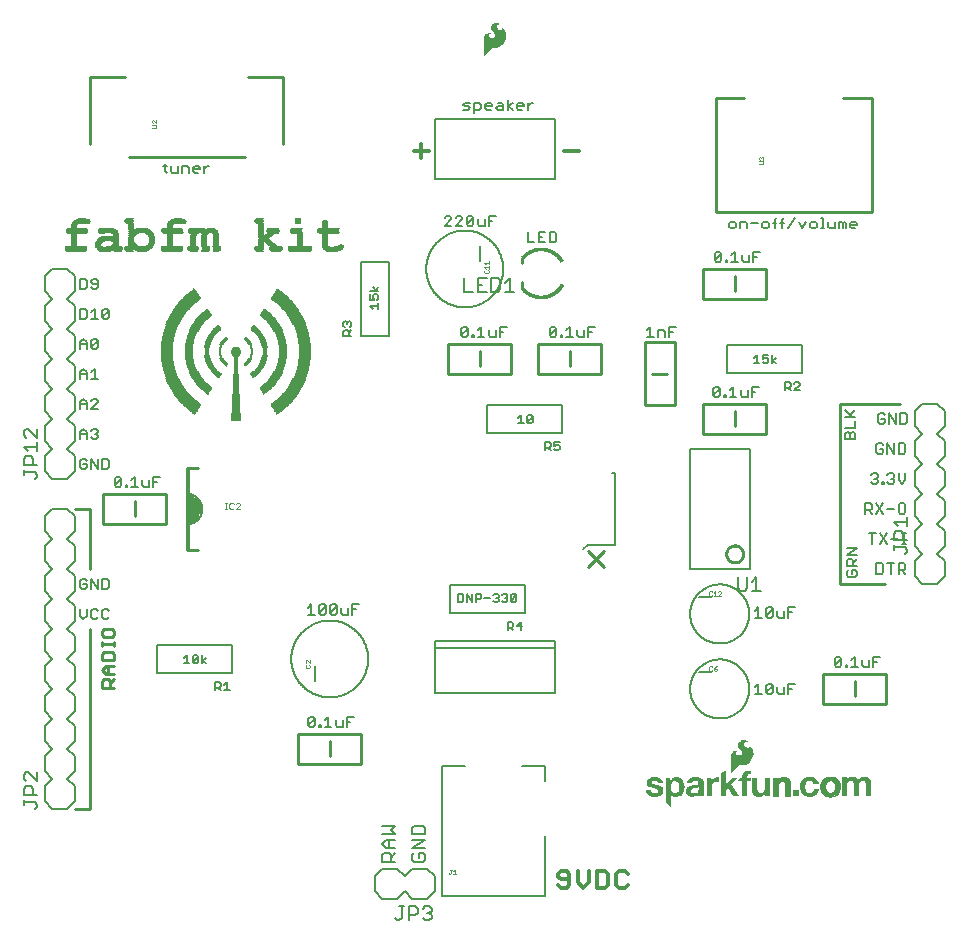
<source format=gbr>
G04 EAGLE Gerber RS-274X export*
G75*
%MOMM*%
%FSLAX34Y34*%
%LPD*%
%INSilkscreen Top*%
%IPPOS*%
%AMOC8*
5,1,8,0,0,1.08239X$1,22.5*%
G01*
%ADD10C,0.254000*%
%ADD11C,0.152400*%
%ADD12C,0.330200*%
%ADD13C,0.203200*%
%ADD14C,0.355600*%
%ADD15C,0.228600*%
%ADD16C,0.177800*%
%ADD17R,0.434381X0.011431*%
%ADD18R,0.811613X0.011431*%
%ADD19R,0.800181X0.011431*%
%ADD20R,0.788750X0.011431*%
%ADD21R,0.788750X0.011425*%
%ADD22R,0.777319X0.011431*%
%ADD23R,0.765888X0.011431*%
%ADD24R,0.011425X0.011431*%
%ADD25R,0.034294X0.011431*%
%ADD26R,0.057156X0.011431*%
%ADD27R,0.057150X0.011431*%
%ADD28R,0.080013X0.011431*%
%ADD29R,0.114313X0.011431*%
%ADD30R,0.102881X0.011431*%
%ADD31R,0.125744X0.011431*%
%ADD32R,0.137169X0.011431*%
%ADD33R,0.160031X0.011431*%
%ADD34R,0.148600X0.011431*%
%ADD35R,0.182894X0.011431*%
%ADD36R,0.743025X0.011431*%
%ADD37R,0.205756X0.011431*%
%ADD38R,0.228619X0.011431*%
%ADD39R,0.262912X0.011425*%
%ADD40R,0.743025X0.011425*%
%ADD41R,0.251481X0.011425*%
%ADD42R,0.274344X0.011431*%
%ADD43R,0.308638X0.011431*%
%ADD44R,0.297206X0.011431*%
%ADD45R,0.331500X0.011431*%
%ADD46R,0.320069X0.011431*%
%ADD47R,0.342931X0.011431*%
%ADD48R,0.354363X0.011431*%
%ADD49R,0.377225X0.011431*%
%ADD50R,0.365794X0.011431*%
%ADD51R,0.400088X0.011431*%
%ADD52R,0.388656X0.011431*%
%ADD53R,0.411519X0.011431*%
%ADD54R,0.422950X0.011431*%
%ADD55R,0.445813X0.011431*%
%ADD56R,0.468675X0.011431*%
%ADD57R,0.491538X0.011431*%
%ADD58R,0.514400X0.011431*%
%ADD59R,0.502969X0.011431*%
%ADD60R,0.537262X0.011431*%
%ADD61R,0.560125X0.011431*%
%ADD62R,0.582987X0.011431*%
%ADD63R,0.571556X0.011431*%
%ADD64R,0.605850X0.011431*%
%ADD65R,0.594419X0.011431*%
%ADD66R,0.617281X0.011431*%
%ADD67R,0.628713X0.011431*%
%ADD68R,0.651575X0.011431*%
%ADD69R,0.720163X0.011431*%
%ADD70R,0.640144X0.011431*%
%ADD71R,0.674438X0.011431*%
%ADD72R,0.663006X0.011431*%
%ADD73R,0.685869X0.011431*%
%ADD74R,0.708731X0.011431*%
%ADD75R,0.731594X0.011431*%
%ADD76R,0.754456X0.011431*%
%ADD77R,0.823044X0.011431*%
%ADD78R,0.845906X0.011431*%
%ADD79R,0.834475X0.011431*%
%ADD80R,0.857338X0.011431*%
%ADD81R,0.857331X0.011431*%
%ADD82R,0.880194X0.011425*%
%ADD83R,0.720163X0.011425*%
%ADD84R,0.903062X0.011431*%
%ADD85R,0.925925X0.011431*%
%ADD86R,0.925919X0.011431*%
%ADD87R,0.948781X0.011431*%
%ADD88R,0.937350X0.011431*%
%ADD89R,0.971644X0.011431*%
%ADD90R,0.960219X0.011431*%
%ADD91R,0.983081X0.011431*%
%ADD92R,0.983075X0.011431*%
%ADD93R,1.005938X0.011431*%
%ADD94R,1.028806X0.011431*%
%ADD95R,1.051669X0.011431*%
%ADD96R,1.051662X0.011431*%
%ADD97R,1.074525X0.011431*%
%ADD98R,1.063094X0.011431*%
%ADD99R,1.097394X0.011431*%
%ADD100R,0.697300X0.011431*%
%ADD101R,1.085956X0.011431*%
%ADD102R,1.108819X0.011431*%
%ADD103R,1.131681X0.011431*%
%ADD104R,1.120250X0.011431*%
%ADD105R,1.154544X0.011431*%
%ADD106R,1.165975X0.011431*%
%ADD107R,1.177406X0.011431*%
%ADD108R,1.200269X0.011431*%
%ADD109R,1.188837X0.011431*%
%ADD110R,1.223131X0.011431*%
%ADD111R,1.211700X0.011431*%
%ADD112R,1.234563X0.011431*%
%ADD113R,1.257425X0.011431*%
%ADD114R,1.245994X0.011431*%
%ADD115R,1.280288X0.011431*%
%ADD116R,1.268856X0.011431*%
%ADD117R,1.291719X0.011431*%
%ADD118R,1.314581X0.011431*%
%ADD119R,1.303150X0.011431*%
%ADD120R,1.337444X0.011431*%
%ADD121R,1.326013X0.011431*%
%ADD122R,1.348875X0.011431*%
%ADD123R,1.371738X0.011431*%
%ADD124R,1.394600X0.011431*%
%ADD125R,1.406031X0.011431*%
%ADD126R,1.428894X0.011431*%
%ADD127R,1.451756X0.011431*%
%ADD128R,1.474619X0.011431*%
%ADD129R,1.463188X0.011431*%
%ADD130R,1.497481X0.011425*%
%ADD131R,0.674438X0.011425*%
%ADD132R,1.486050X0.011425*%
%ADD133R,1.520344X0.011431*%
%ADD134R,1.508913X0.011431*%
%ADD135R,1.531769X0.011431*%
%ADD136R,1.554638X0.011431*%
%ADD137R,1.543200X0.011431*%
%ADD138R,1.577494X0.011431*%
%ADD139R,1.566069X0.011431*%
%ADD140R,1.588931X0.011431*%
%ADD141R,1.588925X0.011431*%
%ADD142R,1.577500X0.011431*%
%ADD143R,1.554631X0.011431*%
%ADD144R,1.566063X0.011431*%
%ADD145R,1.520338X0.011431*%
%ADD146R,1.508906X0.011431*%
%ADD147R,1.497475X0.011431*%
%ADD148R,1.497481X0.011431*%
%ADD149R,1.486050X0.011431*%
%ADD150R,1.474619X0.011425*%
%ADD151R,0.651575X0.011425*%
%ADD152R,1.463188X0.011425*%
%ADD153R,1.451750X0.011431*%
%ADD154R,1.440319X0.011431*%
%ADD155R,1.440325X0.011431*%
%ADD156R,1.428888X0.011431*%
%ADD157R,1.417463X0.011431*%
%ADD158R,1.406025X0.011431*%
%ADD159R,1.394594X0.011431*%
%ADD160R,1.383169X0.011431*%
%ADD161R,1.360306X0.011431*%
%ADD162R,1.360306X0.011425*%
%ADD163R,0.628713X0.011425*%
%ADD164R,1.348875X0.011425*%
%ADD165R,1.314575X0.011431*%
%ADD166R,0.011431X0.011431*%
%ADD167R,0.022863X0.011431*%
%ADD168R,0.045725X0.011431*%
%ADD169R,0.091444X0.011431*%
%ADD170R,0.080019X0.011431*%
%ADD171R,0.137175X0.011431*%
%ADD172R,0.125738X0.011431*%
%ADD173R,0.148606X0.011431*%
%ADD174R,0.171469X0.011431*%
%ADD175R,1.280288X0.011425*%
%ADD176R,0.205763X0.011425*%
%ADD177R,0.582987X0.011425*%
%ADD178R,0.194325X0.011425*%
%ADD179R,1.268856X0.011425*%
%ADD180R,0.217188X0.011431*%
%ADD181R,0.251481X0.011431*%
%ADD182R,0.240050X0.011431*%
%ADD183R,0.262912X0.011431*%
%ADD184R,0.285775X0.011431*%
%ADD185R,0.320075X0.011431*%
%ADD186R,0.388663X0.011431*%
%ADD187R,0.457244X0.011431*%
%ADD188R,0.480106X0.011431*%
%ADD189R,0.548694X0.011431*%
%ADD190R,0.582981X0.011431*%
%ADD191R,0.651569X0.011431*%
%ADD192R,0.697294X0.011431*%
%ADD193R,0.777313X0.011431*%
%ADD194R,0.765881X0.011431*%
%ADD195R,1.211700X0.011425*%
%ADD196R,0.811613X0.011425*%
%ADD197R,0.560125X0.011425*%
%ADD198R,0.800181X0.011425*%
%ADD199R,1.223131X0.011425*%
%ADD200R,0.834469X0.011431*%
%ADD201R,0.823038X0.011431*%
%ADD202R,0.868769X0.011431*%
%ADD203R,0.891625X0.011431*%
%ADD204R,0.914488X0.011431*%
%ADD205R,0.903056X0.011431*%
%ADD206R,0.960213X0.011431*%
%ADD207R,0.994506X0.011431*%
%ADD208R,1.017369X0.011431*%
%ADD209R,1.040231X0.011431*%
%ADD210R,1.028800X0.011431*%
%ADD211R,0.525831X0.011431*%
%ADD212R,1.165975X0.011425*%
%ADD213R,0.994506X0.011425*%
%ADD214R,0.514400X0.011425*%
%ADD215R,1.143112X0.011431*%
%ADD216R,0.948788X0.011431*%
%ADD217R,0.937356X0.011431*%
%ADD218R,0.914494X0.011431*%
%ADD219R,1.131681X0.011425*%
%ADD220R,0.891625X0.011425*%
%ADD221R,0.491538X0.011425*%
%ADD222R,0.903062X0.011425*%
%ADD223R,1.120250X0.011425*%
%ADD224R,0.880200X0.011431*%
%ADD225R,0.880194X0.011431*%
%ADD226R,0.868762X0.011431*%
%ADD227R,0.845900X0.011431*%
%ADD228R,1.097387X0.011431*%
%ADD229R,1.097387X0.011425*%
%ADD230R,0.823044X0.011425*%
%ADD231R,0.080013X0.011425*%
%ADD232R,0.468675X0.011425*%
%ADD233R,0.068588X0.011425*%
%ADD234R,1.085956X0.011425*%
%ADD235R,0.114306X0.011431*%
%ADD236R,0.205763X0.011431*%
%ADD237R,0.217194X0.011431*%
%ADD238R,0.811606X0.011431*%
%ADD239R,0.800175X0.011431*%
%ADD240R,0.788744X0.011431*%
%ADD241R,0.434388X0.011431*%
%ADD242R,0.628706X0.011431*%
%ADD243R,1.063094X0.011425*%
%ADD244R,0.777319X0.011425*%
%ADD245R,0.663006X0.011425*%
%ADD246R,0.422950X0.011425*%
%ADD247R,0.651569X0.011425*%
%ADD248R,0.571550X0.011431*%
%ADD249R,0.548687X0.011431*%
%ADD250R,1.051662X0.011425*%
%ADD251R,0.548694X0.011425*%
%ADD252R,0.400088X0.011425*%
%ADD253R,0.537262X0.011425*%
%ADD254R,1.040231X0.011425*%
%ADD255R,0.514406X0.011431*%
%ADD256R,0.731588X0.011431*%
%ADD257R,0.720156X0.011431*%
%ADD258R,1.028806X0.011425*%
%ADD259R,0.480106X0.011425*%
%ADD260R,0.377225X0.011425*%
%ADD261R,0.057150X0.011425*%
%ADD262R,0.480100X0.011431*%
%ADD263R,0.194325X0.011431*%
%ADD264R,1.017375X0.011431*%
%ADD265R,0.308644X0.011431*%
%ADD266R,0.342938X0.011431*%
%ADD267R,0.297212X0.011431*%
%ADD268R,1.017369X0.011425*%
%ADD269R,0.708725X0.011425*%
%ADD270R,0.457244X0.011425*%
%ADD271R,0.297212X0.011425*%
%ADD272R,0.342938X0.011425*%
%ADD273R,0.297206X0.011425*%
%ADD274R,0.445813X0.011425*%
%ADD275R,0.697294X0.011425*%
%ADD276R,1.028800X0.011425*%
%ADD277R,0.708725X0.011431*%
%ADD278R,0.285781X0.011431*%
%ADD279R,0.274350X0.011431*%
%ADD280R,0.445819X0.011431*%
%ADD281R,1.005938X0.011425*%
%ADD282R,0.685869X0.011425*%
%ADD283R,0.320069X0.011425*%
%ADD284R,0.434381X0.011425*%
%ADD285R,0.697300X0.011425*%
%ADD286R,0.240056X0.011431*%
%ADD287R,0.251488X0.011431*%
%ADD288R,0.228625X0.011431*%
%ADD289R,0.228625X0.011425*%
%ADD290R,0.754456X0.011425*%
%ADD291R,0.240050X0.011425*%
%ADD292R,0.228619X0.011425*%
%ADD293R,0.194331X0.011431*%
%ADD294R,0.434388X0.011425*%
%ADD295R,0.285781X0.011425*%
%ADD296R,0.171463X0.011431*%
%ADD297R,0.480100X0.011425*%
%ADD298R,0.160031X0.011425*%
%ADD299R,0.137169X0.011425*%
%ADD300R,0.708731X0.011425*%
%ADD301R,0.102875X0.011431*%
%ADD302R,0.091450X0.011431*%
%ADD303R,0.068581X0.011431*%
%ADD304R,0.045719X0.011431*%
%ADD305R,0.034287X0.011431*%
%ADD306R,0.731594X0.011425*%
%ADD307R,0.525831X0.011425*%
%ADD308R,0.765888X0.011425*%
%ADD309R,0.617281X0.011425*%
%ADD310R,0.765881X0.011425*%
%ADD311R,0.640144X0.011425*%
%ADD312R,0.171463X0.011425*%
%ADD313R,1.108819X0.011425*%
%ADD314R,0.880200X0.011425*%
%ADD315R,1.154544X0.011425*%
%ADD316R,0.971644X0.011425*%
%ADD317R,0.891631X0.011431*%
%ADD318R,1.200269X0.011425*%
%ADD319R,0.743019X0.011431*%
%ADD320R,0.674431X0.011431*%
%ADD321R,0.640138X0.011431*%
%ADD322R,0.285775X0.011425*%
%ADD323R,0.274350X0.011425*%
%ADD324R,1.257425X0.011425*%
%ADD325R,0.160037X0.011431*%
%ADD326R,1.337444X0.011425*%
%ADD327R,1.440319X0.011425*%
%ADD328R,1.451750X0.011425*%
%ADD329R,1.566063X0.011425*%
%ADD330R,1.554638X0.011425*%
%ADD331R,1.543206X0.011431*%
%ADD332R,1.486044X0.011431*%
%ADD333R,1.005944X0.011431*%
%ADD334R,0.960213X0.011425*%
%ADD335R,0.342931X0.011425*%
%ADD336R,0.476250X0.039688*%
%ADD337R,0.793750X0.039688*%
%ADD338R,0.635000X0.039688*%
%ADD339R,0.833438X0.039688*%
%ADD340R,1.627188X0.039688*%
%ADD341R,0.992188X0.039688*%
%ADD342R,0.674687X0.039688*%
%ADD343R,0.873125X0.039688*%
%ADD344R,0.714375X0.039688*%
%ADD345R,0.595313X0.039688*%
%ADD346R,0.555625X0.039688*%
%ADD347R,1.825625X0.039688*%
%ADD348R,1.071562X0.039688*%
%ADD349R,1.746250X0.039688*%
%ADD350R,1.190625X0.039688*%
%ADD351R,0.754063X0.039688*%
%ADD352R,1.031875X0.039688*%
%ADD353R,0.952500X0.039688*%
%ADD354R,1.905000X0.039688*%
%ADD355R,1.230313X0.039688*%
%ADD356R,2.063750X0.039688*%
%ADD357R,0.912813X0.039688*%
%ADD358R,1.984375X0.039688*%
%ADD359R,1.428750X0.039688*%
%ADD360R,2.143125X0.039688*%
%ADD361R,1.349375X0.039688*%
%ADD362R,1.111250X0.039688*%
%ADD363R,1.547813X0.039688*%
%ADD364R,2.182813X0.039688*%
%ADD365R,2.222500X0.039688*%
%ADD366R,2.262188X0.039688*%
%ADD367R,1.706562X0.039688*%
%ADD368R,2.301875X0.039688*%
%ADD369R,2.341563X0.039688*%
%ADD370R,1.785938X0.039688*%
%ADD371R,1.865313X0.039688*%
%ADD372R,2.024062X0.039688*%
%ADD373R,1.389063X0.039688*%
%ADD374R,2.381250X0.039688*%
%ADD375R,1.150937X0.039688*%
%ADD376R,0.436563X0.039688*%
%ADD377R,0.515938X0.039688*%
%ADD378R,0.357187X0.039688*%
%ADD379R,0.238125X0.039688*%
%ADD380R,1.666875X0.039688*%
%ADD381R,1.468438X0.039688*%
%ADD382R,0.198438X0.039688*%
%ADD383R,2.500313X0.039688*%
%ADD384R,1.944688X0.039688*%
%ADD385R,2.460625X0.039688*%
%ADD386R,1.587500X0.039688*%
%ADD387R,1.508125X0.039688*%
%ADD388R,1.270000X0.039688*%
%ADD389R,0.396875X0.039688*%
%ADD390R,0.277813X0.039688*%
%ADD391R,1.309688X0.039688*%
%ADD392C,0.050800*%
%ADD393C,0.127000*%
%ADD394C,0.025400*%
%ADD395R,0.495300X0.485100*%

G36*
X581390Y106200D02*
X581390Y106200D01*
X581394Y106198D01*
X581464Y106234D01*
X581474Y106239D01*
X581475Y106240D01*
X586347Y111722D01*
X587201Y112504D01*
X588191Y113093D01*
X588542Y113220D01*
X588910Y113285D01*
X591185Y113285D01*
X591190Y113287D01*
X591196Y113285D01*
X592560Y113409D01*
X592570Y113415D01*
X592582Y113413D01*
X593901Y113781D01*
X593909Y113789D01*
X593922Y113790D01*
X595152Y114390D01*
X595159Y114397D01*
X595170Y114400D01*
X596327Y115217D01*
X596332Y115225D01*
X596341Y115228D01*
X597372Y116200D01*
X597375Y116208D01*
X597381Y116210D01*
X597381Y116212D01*
X597384Y116213D01*
X598269Y117320D01*
X598271Y117330D01*
X598280Y117337D01*
X599227Y119018D01*
X599228Y119029D01*
X599236Y119039D01*
X599864Y120863D01*
X599863Y120874D01*
X599870Y120885D01*
X600158Y122792D01*
X600155Y122803D01*
X600160Y122815D01*
X600158Y122867D01*
X600150Y123119D01*
X600146Y123245D01*
X600146Y123246D01*
X600138Y123498D01*
X600130Y123751D01*
X600126Y123877D01*
X600118Y124129D01*
X600107Y124508D01*
X600099Y124743D01*
X600095Y124752D01*
X600097Y124764D01*
X599890Y125803D01*
X599885Y125811D01*
X599885Y125822D01*
X599527Y126819D01*
X599521Y126826D01*
X599520Y126837D01*
X599018Y127771D01*
X599009Y127778D01*
X599006Y127790D01*
X598099Y128927D01*
X598088Y128933D01*
X598081Y128946D01*
X596955Y129867D01*
X596912Y129879D01*
X596871Y129895D01*
X596866Y129893D01*
X596860Y129894D01*
X596822Y129873D01*
X596782Y129854D01*
X596779Y129848D01*
X596775Y129846D01*
X596767Y129817D01*
X596749Y129769D01*
X596749Y128889D01*
X596733Y128769D01*
X596689Y128666D01*
X596415Y128327D01*
X596054Y128078D01*
X595880Y128013D01*
X595342Y127955D01*
X594812Y128053D01*
X594324Y128302D01*
X593422Y128953D01*
X593010Y129307D01*
X592659Y129717D01*
X592376Y130175D01*
X592170Y130669D01*
X592111Y130969D01*
X592123Y131272D01*
X592280Y131791D01*
X592566Y132251D01*
X592961Y132621D01*
X593442Y132876D01*
X593932Y133015D01*
X594443Y133072D01*
X595046Y133072D01*
X595047Y133072D01*
X595069Y133081D01*
X595137Y133110D01*
X595172Y133202D01*
X595168Y133211D01*
X595134Y133287D01*
X595132Y133290D01*
X595131Y133291D01*
X595130Y133292D01*
X595109Y133312D01*
X595102Y133315D01*
X595098Y133323D01*
X594663Y133661D01*
X594648Y133665D01*
X594636Y133677D01*
X594132Y133898D01*
X594131Y133898D01*
X593775Y134050D01*
X593547Y134151D01*
X593537Y134152D01*
X593527Y134158D01*
X592649Y134378D01*
X592640Y134377D01*
X592630Y134381D01*
X591730Y134467D01*
X591720Y134463D01*
X591708Y134467D01*
X590840Y134401D01*
X590829Y134395D01*
X590816Y134396D01*
X589976Y134165D01*
X589966Y134157D01*
X589953Y134156D01*
X589173Y133768D01*
X589166Y133760D01*
X589155Y133757D01*
X588378Y133197D01*
X588374Y133190D01*
X588365Y133186D01*
X587669Y132528D01*
X587664Y132517D01*
X587653Y132509D01*
X587222Y131906D01*
X587219Y131891D01*
X587207Y131878D01*
X586940Y131186D01*
X586940Y131170D01*
X586932Y131155D01*
X586845Y130418D01*
X586850Y130403D01*
X586846Y130386D01*
X586945Y129651D01*
X586953Y129638D01*
X586953Y129621D01*
X587233Y128933D01*
X587242Y128924D01*
X587245Y128910D01*
X588432Y127152D01*
X588440Y127147D01*
X588444Y127136D01*
X589897Y125595D01*
X590267Y125160D01*
X590507Y124657D01*
X590609Y124109D01*
X590566Y123553D01*
X590380Y123028D01*
X590065Y122568D01*
X589640Y122203D01*
X589097Y121910D01*
X588511Y121712D01*
X587901Y121615D01*
X587190Y121650D01*
X586512Y121857D01*
X585906Y122222D01*
X585593Y122550D01*
X585387Y122954D01*
X585294Y123370D01*
X585294Y123798D01*
X585387Y124213D01*
X585459Y124351D01*
X585577Y124465D01*
X586401Y125064D01*
X586534Y125135D01*
X586672Y125163D01*
X586830Y125147D01*
X586873Y125161D01*
X586918Y125172D01*
X586920Y125176D01*
X586924Y125177D01*
X586944Y125218D01*
X586967Y125257D01*
X586966Y125261D01*
X586968Y125265D01*
X586953Y125308D01*
X586940Y125352D01*
X586937Y125354D01*
X586936Y125358D01*
X586898Y125377D01*
X586862Y125398D01*
X586379Y125474D01*
X586374Y125473D01*
X586369Y125475D01*
X585429Y125548D01*
X585420Y125545D01*
X585409Y125548D01*
X584469Y125475D01*
X584459Y125470D01*
X584447Y125471D01*
X583748Y125287D01*
X583738Y125279D01*
X583724Y125278D01*
X583076Y124957D01*
X583068Y124948D01*
X583054Y124944D01*
X582484Y124499D01*
X582478Y124488D01*
X582466Y124482D01*
X581996Y123932D01*
X581992Y123920D01*
X581981Y123911D01*
X581580Y123179D01*
X581579Y123166D01*
X581570Y123155D01*
X581330Y122356D01*
X581331Y122343D01*
X581325Y122330D01*
X581255Y121499D01*
X581257Y121493D01*
X581255Y121488D01*
X581255Y106324D01*
X581257Y106319D01*
X581255Y106315D01*
X581276Y106275D01*
X581293Y106233D01*
X581298Y106232D01*
X581300Y106227D01*
X581343Y106214D01*
X581385Y106198D01*
X581390Y106200D01*
G37*
G36*
X372120Y713641D02*
X372120Y713641D01*
X372124Y713639D01*
X372194Y713675D01*
X372204Y713680D01*
X372205Y713681D01*
X377077Y719163D01*
X377931Y719945D01*
X378921Y720534D01*
X379272Y720661D01*
X379640Y720726D01*
X381915Y720726D01*
X381920Y720728D01*
X381926Y720726D01*
X383290Y720850D01*
X383300Y720856D01*
X383312Y720854D01*
X384631Y721222D01*
X384639Y721230D01*
X384652Y721231D01*
X385882Y721831D01*
X385889Y721838D01*
X385900Y721841D01*
X387057Y722658D01*
X387062Y722666D01*
X387071Y722669D01*
X388102Y723641D01*
X388105Y723649D01*
X388111Y723651D01*
X388112Y723653D01*
X388114Y723654D01*
X388999Y724761D01*
X389001Y724771D01*
X389010Y724778D01*
X389957Y726459D01*
X389958Y726470D01*
X389966Y726480D01*
X390594Y728304D01*
X390593Y728315D01*
X390600Y728326D01*
X390888Y730233D01*
X390885Y730244D01*
X390890Y730256D01*
X390888Y730308D01*
X390880Y730560D01*
X390876Y730686D01*
X390876Y730687D01*
X390868Y730939D01*
X390860Y731192D01*
X390856Y731318D01*
X390848Y731570D01*
X390837Y731949D01*
X390829Y732184D01*
X390825Y732193D01*
X390827Y732205D01*
X390620Y733244D01*
X390615Y733252D01*
X390615Y733263D01*
X390257Y734260D01*
X390251Y734267D01*
X390250Y734278D01*
X389748Y735212D01*
X389739Y735219D01*
X389736Y735231D01*
X388829Y736368D01*
X388818Y736374D01*
X388811Y736387D01*
X387685Y737308D01*
X387642Y737320D01*
X387601Y737336D01*
X387596Y737334D01*
X387590Y737335D01*
X387552Y737314D01*
X387512Y737295D01*
X387509Y737289D01*
X387505Y737287D01*
X387497Y737258D01*
X387479Y737210D01*
X387479Y736330D01*
X387463Y736210D01*
X387419Y736107D01*
X387145Y735767D01*
X386784Y735519D01*
X386610Y735454D01*
X386072Y735396D01*
X385542Y735494D01*
X385054Y735743D01*
X384152Y736394D01*
X383740Y736748D01*
X383389Y737158D01*
X383106Y737616D01*
X382900Y738110D01*
X382841Y738410D01*
X382853Y738713D01*
X383010Y739232D01*
X383296Y739692D01*
X383691Y740062D01*
X384172Y740317D01*
X384662Y740456D01*
X385173Y740513D01*
X385776Y740513D01*
X385777Y740513D01*
X385799Y740522D01*
X385867Y740551D01*
X385902Y740643D01*
X385898Y740652D01*
X385864Y740728D01*
X385862Y740731D01*
X385861Y740732D01*
X385860Y740733D01*
X385839Y740753D01*
X385832Y740756D01*
X385828Y740764D01*
X385393Y741102D01*
X385378Y741106D01*
X385366Y741118D01*
X384862Y741339D01*
X384861Y741339D01*
X384505Y741491D01*
X384277Y741592D01*
X384267Y741593D01*
X384257Y741599D01*
X383379Y741819D01*
X383370Y741818D01*
X383360Y741822D01*
X382460Y741908D01*
X382450Y741904D01*
X382438Y741908D01*
X381570Y741842D01*
X381559Y741836D01*
X381546Y741837D01*
X380706Y741606D01*
X380696Y741598D01*
X380683Y741597D01*
X379903Y741209D01*
X379896Y741201D01*
X379885Y741198D01*
X379108Y740638D01*
X379104Y740631D01*
X379095Y740627D01*
X378399Y739969D01*
X378394Y739958D01*
X378383Y739950D01*
X377952Y739347D01*
X377949Y739332D01*
X377937Y739319D01*
X377670Y738627D01*
X377670Y738611D01*
X377662Y738596D01*
X377575Y737859D01*
X377580Y737844D01*
X377576Y737827D01*
X377675Y737092D01*
X377683Y737079D01*
X377683Y737062D01*
X377963Y736374D01*
X377972Y736365D01*
X377975Y736351D01*
X379162Y734593D01*
X379170Y734588D01*
X379174Y734577D01*
X380627Y733036D01*
X380997Y732601D01*
X381237Y732098D01*
X381339Y731550D01*
X381296Y730994D01*
X381110Y730469D01*
X380795Y730009D01*
X380370Y729644D01*
X379827Y729351D01*
X379241Y729153D01*
X378631Y729056D01*
X377920Y729091D01*
X377242Y729298D01*
X376636Y729663D01*
X376323Y729991D01*
X376117Y730395D01*
X376024Y730811D01*
X376024Y731239D01*
X376117Y731654D01*
X376189Y731792D01*
X376307Y731906D01*
X377131Y732505D01*
X377264Y732576D01*
X377402Y732604D01*
X377560Y732588D01*
X377603Y732602D01*
X377648Y732613D01*
X377650Y732617D01*
X377654Y732618D01*
X377674Y732659D01*
X377697Y732698D01*
X377696Y732702D01*
X377698Y732706D01*
X377683Y732749D01*
X377670Y732793D01*
X377667Y732795D01*
X377666Y732799D01*
X377628Y732818D01*
X377592Y732839D01*
X377109Y732915D01*
X377104Y732914D01*
X377099Y732916D01*
X376159Y732989D01*
X376150Y732986D01*
X376139Y732989D01*
X375199Y732916D01*
X375189Y732911D01*
X375177Y732912D01*
X374478Y732728D01*
X374468Y732720D01*
X374454Y732719D01*
X373806Y732398D01*
X373798Y732389D01*
X373784Y732385D01*
X373214Y731940D01*
X373208Y731929D01*
X373196Y731923D01*
X372726Y731373D01*
X372722Y731361D01*
X372711Y731352D01*
X372310Y730620D01*
X372309Y730607D01*
X372300Y730596D01*
X372060Y729797D01*
X372061Y729784D01*
X372055Y729771D01*
X371985Y728940D01*
X371987Y728934D01*
X371985Y728929D01*
X371985Y713765D01*
X371987Y713760D01*
X371985Y713756D01*
X372006Y713716D01*
X372023Y713674D01*
X372028Y713673D01*
X372030Y713668D01*
X372073Y713655D01*
X372115Y713639D01*
X372120Y713641D01*
G37*
G36*
X529977Y77523D02*
X529977Y77523D01*
X529980Y77522D01*
X530022Y77543D01*
X530064Y77563D01*
X530065Y77565D01*
X530067Y77566D01*
X530074Y77588D01*
X530097Y77648D01*
X530097Y88752D01*
X530098Y88750D01*
X530618Y88034D01*
X530629Y88027D01*
X530636Y88014D01*
X531296Y87424D01*
X531308Y87420D01*
X531318Y87409D01*
X532087Y86972D01*
X532100Y86970D01*
X532112Y86961D01*
X532956Y86697D01*
X532967Y86698D01*
X532978Y86692D01*
X534195Y86537D01*
X534204Y86539D01*
X534213Y86536D01*
X535440Y86553D01*
X535448Y86556D01*
X535458Y86554D01*
X536670Y86743D01*
X536679Y86748D01*
X536690Y86748D01*
X537609Y87042D01*
X537617Y87049D01*
X537629Y87051D01*
X538485Y87497D01*
X538491Y87505D01*
X538503Y87508D01*
X539271Y88093D01*
X539276Y88102D01*
X539287Y88107D01*
X539944Y88814D01*
X539948Y88824D01*
X539958Y88831D01*
X540730Y90016D01*
X540732Y90026D01*
X540740Y90035D01*
X541296Y91335D01*
X541296Y91346D01*
X541303Y91356D01*
X541626Y92732D01*
X541624Y92743D01*
X541629Y92754D01*
X541747Y94969D01*
X541743Y94980D01*
X541746Y94992D01*
X541463Y97192D01*
X541458Y97202D01*
X541458Y97214D01*
X540784Y99327D01*
X540776Y99337D01*
X540774Y99350D01*
X540195Y100391D01*
X540184Y100399D01*
X540179Y100413D01*
X539387Y101303D01*
X539378Y101308D01*
X539371Y101318D01*
X538547Y101971D01*
X538539Y101973D01*
X538533Y101980D01*
X537631Y102521D01*
X537621Y102523D01*
X537612Y102531D01*
X536588Y102931D01*
X536575Y102931D01*
X536563Y102938D01*
X535478Y103121D01*
X535467Y103119D01*
X535455Y103123D01*
X533474Y103098D01*
X533463Y103093D01*
X533450Y103096D01*
X532968Y102994D01*
X532959Y102987D01*
X532947Y102987D01*
X531626Y102454D01*
X531619Y102447D01*
X531609Y102446D01*
X531215Y102213D01*
X531208Y102204D01*
X531196Y102199D01*
X530853Y101898D01*
X530850Y101892D01*
X530843Y101889D01*
X529954Y100924D01*
X529954Y100923D01*
X529953Y100922D01*
X529819Y100773D01*
X529843Y102690D01*
X529837Y102705D01*
X529840Y102719D01*
X529820Y102748D01*
X529806Y102782D01*
X529792Y102787D01*
X529783Y102800D01*
X529742Y102807D01*
X529715Y102818D01*
X529705Y102814D01*
X529694Y102816D01*
X525808Y102080D01*
X525774Y102058D01*
X525738Y102041D01*
X525734Y102031D01*
X525726Y102025D01*
X525720Y101996D01*
X525705Y101956D01*
X525705Y81382D01*
X525707Y81376D01*
X525705Y81369D01*
X525734Y81312D01*
X525743Y81291D01*
X525745Y81290D01*
X525746Y81288D01*
X529886Y77554D01*
X529931Y77539D01*
X529975Y77522D01*
X529977Y77523D01*
G37*
G36*
X689485Y86870D02*
X689485Y86870D01*
X689487Y86869D01*
X689530Y86889D01*
X689574Y86907D01*
X689574Y86909D01*
X689576Y86910D01*
X689609Y86995D01*
X689609Y96516D01*
X689684Y97619D01*
X689833Y98258D01*
X690106Y98853D01*
X690491Y99381D01*
X690809Y99667D01*
X691182Y99877D01*
X691591Y100003D01*
X692494Y100095D01*
X693398Y100027D01*
X693846Y99899D01*
X694252Y99673D01*
X694412Y99527D01*
X694595Y99360D01*
X694856Y98976D01*
X695168Y98154D01*
X695275Y97274D01*
X695275Y86995D01*
X695276Y86993D01*
X695275Y86991D01*
X695295Y86948D01*
X695313Y86904D01*
X695315Y86904D01*
X695316Y86902D01*
X695401Y86869D01*
X699643Y86869D01*
X699645Y86870D01*
X699647Y86869D01*
X699690Y86889D01*
X699734Y86907D01*
X699734Y86909D01*
X699736Y86910D01*
X699769Y86995D01*
X699769Y98577D01*
X699766Y98586D01*
X699768Y98596D01*
X699599Y99692D01*
X699593Y99703D01*
X699593Y99717D01*
X699207Y100756D01*
X699198Y100765D01*
X699195Y100779D01*
X698607Y101718D01*
X698596Y101726D01*
X698591Y101739D01*
X697945Y102403D01*
X697933Y102408D01*
X697924Y102421D01*
X697150Y102928D01*
X697136Y102930D01*
X697125Y102941D01*
X696259Y103267D01*
X696248Y103267D01*
X696238Y103273D01*
X694978Y103522D01*
X694972Y103520D01*
X694964Y103524D01*
X693685Y103631D01*
X693675Y103628D01*
X693665Y103631D01*
X692771Y103570D01*
X692761Y103564D01*
X692747Y103566D01*
X691882Y103334D01*
X691872Y103327D01*
X691859Y103326D01*
X691054Y102932D01*
X691047Y102925D01*
X691035Y102922D01*
X690146Y102284D01*
X690142Y102276D01*
X690132Y102272D01*
X689344Y101513D01*
X689343Y101510D01*
X689340Y101509D01*
X688885Y101028D01*
X688843Y100986D01*
X688463Y101644D01*
X688453Y101651D01*
X688449Y101664D01*
X687867Y102333D01*
X687856Y102338D01*
X687849Y102350D01*
X687151Y102896D01*
X687139Y102899D01*
X687130Y102909D01*
X686340Y103312D01*
X686328Y103313D01*
X686317Y103322D01*
X685394Y103582D01*
X685382Y103581D01*
X685369Y103587D01*
X684412Y103656D01*
X684402Y103653D01*
X684391Y103656D01*
X683019Y103529D01*
X683012Y103525D01*
X683002Y103526D01*
X681910Y103272D01*
X681900Y103265D01*
X681887Y103264D01*
X680997Y102860D01*
X680987Y102848D01*
X680971Y102843D01*
X680209Y102231D01*
X680205Y102224D01*
X680197Y102221D01*
X680087Y102107D01*
X679965Y101980D01*
X679964Y101980D01*
X679842Y101854D01*
X679720Y101728D01*
X679598Y101602D01*
X679476Y101475D01*
X679475Y101475D01*
X679435Y101434D01*
X679433Y101427D01*
X679426Y101423D01*
X679124Y101027D01*
X679093Y101020D01*
X679093Y103073D01*
X679092Y103075D01*
X679093Y103077D01*
X679073Y103120D01*
X679055Y103164D01*
X679053Y103164D01*
X679052Y103166D01*
X678967Y103199D01*
X674980Y103199D01*
X674978Y103198D01*
X674976Y103199D01*
X674933Y103179D01*
X674889Y103161D01*
X674889Y103159D01*
X674887Y103158D01*
X674854Y103073D01*
X674854Y87020D01*
X674855Y87018D01*
X674854Y87016D01*
X674874Y86973D01*
X674892Y86929D01*
X674894Y86929D01*
X674895Y86927D01*
X674980Y86894D01*
X679298Y86894D01*
X679300Y86895D01*
X679302Y86894D01*
X679345Y86914D01*
X679389Y86932D01*
X679389Y86934D01*
X679391Y86935D01*
X679424Y87020D01*
X679424Y96825D01*
X679423Y96828D01*
X679424Y96831D01*
X679394Y97453D01*
X679526Y98044D01*
X679809Y98582D01*
X680629Y99526D01*
X680983Y99792D01*
X681387Y99970D01*
X681827Y100052D01*
X682675Y100102D01*
X683152Y100070D01*
X683603Y99934D01*
X684011Y99701D01*
X684358Y99383D01*
X684728Y98836D01*
X684959Y98217D01*
X685039Y97554D01*
X685039Y86995D01*
X685040Y86993D01*
X685039Y86991D01*
X685059Y86948D01*
X685077Y86904D01*
X685079Y86904D01*
X685080Y86902D01*
X685165Y86869D01*
X689483Y86869D01*
X689485Y86870D01*
G37*
G36*
X549164Y86505D02*
X549164Y86505D01*
X549175Y86502D01*
X550793Y86743D01*
X550802Y86749D01*
X550815Y86748D01*
X551850Y87101D01*
X551859Y87108D01*
X551871Y87110D01*
X552822Y87650D01*
X552830Y87659D01*
X552842Y87664D01*
X553669Y88367D01*
X553693Y88383D01*
X553702Y88384D01*
X553710Y88382D01*
X553717Y88376D01*
X553726Y88353D01*
X553953Y87324D01*
X553955Y87321D01*
X553954Y87318D01*
X554030Y87038D01*
X554041Y87024D01*
X554045Y87005D01*
X554066Y86969D01*
X554090Y86952D01*
X554117Y86923D01*
X554154Y86904D01*
X554184Y86902D01*
X554222Y86891D01*
X554258Y86894D01*
X558292Y86894D01*
X558315Y86903D01*
X558340Y86903D01*
X558358Y86922D01*
X558383Y86932D01*
X558392Y86955D01*
X558409Y86973D01*
X558410Y87002D01*
X558418Y87024D01*
X558410Y87042D01*
X558410Y87064D01*
X558336Y87263D01*
X557987Y88558D01*
X557885Y89895D01*
X557910Y94233D01*
X557909Y94236D01*
X557910Y94238D01*
X557890Y94281D01*
X557877Y94314D01*
X557885Y94336D01*
X557885Y99162D01*
X557882Y99169D01*
X557884Y99178D01*
X557793Y99913D01*
X557786Y99926D01*
X557786Y99943D01*
X557519Y100634D01*
X557508Y100644D01*
X557504Y100661D01*
X557077Y101266D01*
X557064Y101274D01*
X557056Y101289D01*
X556494Y101772D01*
X556481Y101776D01*
X556471Y101787D01*
X555168Y102481D01*
X555156Y102482D01*
X555145Y102490D01*
X553731Y102915D01*
X553721Y102914D01*
X553712Y102919D01*
X551973Y103149D01*
X551965Y103147D01*
X551957Y103150D01*
X550203Y103158D01*
X550196Y103155D01*
X550187Y103158D01*
X548447Y102944D01*
X548439Y102940D01*
X548429Y102941D01*
X547200Y102607D01*
X547192Y102600D01*
X547181Y102600D01*
X546023Y102071D01*
X546015Y102062D01*
X546002Y102059D01*
X545185Y101485D01*
X545178Y101474D01*
X545165Y101468D01*
X544482Y100738D01*
X544479Y100729D01*
X544477Y100729D01*
X544475Y100724D01*
X544466Y100717D01*
X543947Y99864D01*
X543945Y99851D01*
X543935Y99840D01*
X543601Y98899D01*
X543602Y98886D01*
X543595Y98873D01*
X543473Y97982D01*
X543470Y97980D01*
X543469Y97980D01*
X543450Y97931D01*
X543434Y97888D01*
X543436Y97883D01*
X543469Y97805D01*
X543494Y97779D01*
X543534Y97761D01*
X543572Y97740D01*
X543578Y97742D01*
X543585Y97740D01*
X543625Y97757D01*
X543655Y97766D01*
X547802Y97766D01*
X547804Y97767D01*
X547806Y97766D01*
X547849Y97786D01*
X547893Y97804D01*
X547893Y97806D01*
X547895Y97807D01*
X547928Y97892D01*
X547928Y97935D01*
X547991Y98466D01*
X548175Y98961D01*
X548470Y99399D01*
X548860Y99755D01*
X549324Y100010D01*
X549885Y100175D01*
X550472Y100229D01*
X551827Y100179D01*
X552196Y100118D01*
X552542Y99990D01*
X552856Y99797D01*
X553109Y99563D01*
X553308Y99284D01*
X553447Y98970D01*
X553558Y98449D01*
X553558Y97918D01*
X553447Y97397D01*
X553405Y97300D01*
X553345Y97213D01*
X553061Y96952D01*
X552633Y96706D01*
X552164Y96541D01*
X550858Y96315D01*
X548652Y96087D01*
X548648Y96084D01*
X548643Y96085D01*
X547106Y95807D01*
X547098Y95803D01*
X547089Y95803D01*
X545604Y95319D01*
X545596Y95312D01*
X545584Y95311D01*
X544888Y94945D01*
X544880Y94935D01*
X544867Y94931D01*
X544257Y94433D01*
X544251Y94422D01*
X544241Y94416D01*
X544240Y94416D01*
X544239Y94415D01*
X543741Y93806D01*
X543737Y93793D01*
X543726Y93782D01*
X543297Y92920D01*
X543296Y92905D01*
X543287Y92891D01*
X543081Y91950D01*
X543083Y91937D01*
X543078Y91923D01*
X543075Y90862D01*
X543080Y90852D01*
X543077Y90839D01*
X543266Y89795D01*
X543272Y89786D01*
X543272Y89773D01*
X543645Y88780D01*
X543653Y88771D01*
X543655Y88759D01*
X543947Y88276D01*
X543956Y88269D01*
X543961Y88257D01*
X544338Y87837D01*
X544349Y87832D01*
X544356Y87821D01*
X544804Y87479D01*
X544817Y87475D01*
X544827Y87465D01*
X546096Y86859D01*
X546109Y86859D01*
X546122Y86850D01*
X547494Y86542D01*
X547506Y86544D01*
X547519Y86539D01*
X549154Y86501D01*
X549164Y86505D01*
G37*
G36*
X576531Y86768D02*
X576531Y86768D01*
X576533Y86767D01*
X576576Y86787D01*
X576620Y86805D01*
X576620Y86807D01*
X576622Y86808D01*
X576655Y86893D01*
X576655Y92301D01*
X578310Y93908D01*
X582543Y86930D01*
X582558Y86919D01*
X582566Y86902D01*
X582600Y86889D01*
X582623Y86872D01*
X582636Y86874D01*
X582650Y86869D01*
X587730Y86844D01*
X587766Y86859D01*
X587804Y86867D01*
X587810Y86877D01*
X587821Y86882D01*
X587836Y86918D01*
X587856Y86951D01*
X587853Y86963D01*
X587857Y86973D01*
X587845Y87001D01*
X587836Y87040D01*
X581239Y96935D01*
X586930Y102501D01*
X586931Y102502D01*
X586933Y102503D01*
X586950Y102548D01*
X586968Y102592D01*
X586968Y102593D01*
X586968Y102595D01*
X586948Y102638D01*
X586929Y102682D01*
X586928Y102683D01*
X586927Y102684D01*
X586842Y102717D01*
X582168Y102717D01*
X582165Y102716D01*
X582162Y102717D01*
X582079Y102680D01*
X576604Y97206D01*
X576604Y108636D01*
X576591Y108668D01*
X576586Y108702D01*
X576572Y108712D01*
X576566Y108727D01*
X576534Y108739D01*
X576505Y108759D01*
X576488Y108757D01*
X576474Y108762D01*
X576449Y108751D01*
X576415Y108746D01*
X572275Y106384D01*
X572263Y106367D01*
X572245Y106359D01*
X572232Y106327D01*
X572216Y106305D01*
X572218Y106290D01*
X572212Y106274D01*
X572212Y86944D01*
X572213Y86941D01*
X572212Y86938D01*
X572249Y86855D01*
X572300Y86804D01*
X572303Y86803D01*
X572304Y86800D01*
X572389Y86767D01*
X576529Y86767D01*
X576531Y86768D01*
G37*
G36*
X605458Y86493D02*
X605458Y86493D01*
X605465Y86496D01*
X605474Y86495D01*
X606952Y86718D01*
X606960Y86723D01*
X606970Y86722D01*
X607232Y86803D01*
X607240Y86809D01*
X607252Y86811D01*
X607497Y86933D01*
X607504Y86940D01*
X607514Y86943D01*
X608444Y87602D01*
X608449Y87610D01*
X608458Y87613D01*
X609285Y88398D01*
X609288Y88406D01*
X609297Y88411D01*
X609804Y89052D01*
X609804Y86995D01*
X609805Y86993D01*
X609804Y86991D01*
X609824Y86948D01*
X609842Y86904D01*
X609844Y86904D01*
X609845Y86902D01*
X609930Y86869D01*
X613943Y86869D01*
X613945Y86870D01*
X613947Y86869D01*
X613990Y86889D01*
X614034Y86907D01*
X614034Y86909D01*
X614036Y86910D01*
X614069Y86995D01*
X614069Y102616D01*
X614068Y102618D01*
X614069Y102620D01*
X614049Y102663D01*
X614031Y102707D01*
X614029Y102707D01*
X614028Y102709D01*
X613943Y102742D01*
X609727Y102742D01*
X609725Y102741D01*
X609723Y102742D01*
X609680Y102722D01*
X609636Y102704D01*
X609636Y102702D01*
X609634Y102701D01*
X609601Y102616D01*
X609601Y94314D01*
X609525Y93084D01*
X609300Y91880D01*
X609091Y91330D01*
X608764Y90845D01*
X608333Y90448D01*
X607823Y90160D01*
X607132Y89948D01*
X606411Y89881D01*
X605692Y89961D01*
X605003Y90184D01*
X604608Y90409D01*
X604267Y90710D01*
X603995Y91072D01*
X603652Y91840D01*
X603503Y92670D01*
X603503Y102667D01*
X603502Y102669D01*
X603503Y102671D01*
X603483Y102714D01*
X603465Y102758D01*
X603463Y102758D01*
X603462Y102760D01*
X603377Y102793D01*
X599237Y102793D01*
X599235Y102792D01*
X599233Y102793D01*
X599190Y102773D01*
X599146Y102755D01*
X599146Y102753D01*
X599144Y102752D01*
X599111Y102667D01*
X599111Y91872D01*
X599113Y91867D01*
X599111Y91860D01*
X599212Y90761D01*
X599217Y90752D01*
X599217Y90751D01*
X599218Y90749D01*
X599216Y90738D01*
X599516Y89675D01*
X599523Y89666D01*
X599524Y89653D01*
X600012Y88663D01*
X600021Y88655D01*
X600025Y88643D01*
X600685Y87758D01*
X600695Y87751D01*
X600702Y87739D01*
X600956Y87511D01*
X600964Y87508D01*
X600965Y87506D01*
X600970Y87504D01*
X600976Y87496D01*
X601878Y86970D01*
X601890Y86969D01*
X601900Y86960D01*
X602886Y86617D01*
X602898Y86618D01*
X602910Y86611D01*
X603943Y86464D01*
X603953Y86467D01*
X603964Y86463D01*
X605458Y86493D01*
G37*
G36*
X620651Y86794D02*
X620651Y86794D01*
X620653Y86793D01*
X620696Y86813D01*
X620740Y86831D01*
X620740Y86833D01*
X620742Y86834D01*
X620775Y86919D01*
X620775Y96285D01*
X620856Y97068D01*
X621072Y97818D01*
X621435Y98497D01*
X621952Y99066D01*
X622409Y99380D01*
X622925Y99584D01*
X623481Y99671D01*
X624586Y99721D01*
X624902Y99704D01*
X625202Y99627D01*
X625637Y99410D01*
X626011Y99101D01*
X626307Y98714D01*
X626617Y98072D01*
X626808Y97384D01*
X626873Y96666D01*
X626873Y87020D01*
X626874Y87018D01*
X626873Y87016D01*
X626893Y86973D01*
X626911Y86929D01*
X626913Y86929D01*
X626914Y86927D01*
X626999Y86894D01*
X631088Y86894D01*
X631090Y86895D01*
X631092Y86894D01*
X631135Y86914D01*
X631179Y86932D01*
X631179Y86934D01*
X631181Y86935D01*
X631214Y87020D01*
X631214Y97561D01*
X631212Y97566D01*
X631214Y97571D01*
X631124Y98700D01*
X631120Y98708D01*
X631121Y98717D01*
X630881Y99824D01*
X630876Y99832D01*
X630876Y99842D01*
X630607Y100547D01*
X630599Y100555D01*
X630597Y100567D01*
X630213Y101216D01*
X630204Y101222D01*
X630200Y101234D01*
X629711Y101809D01*
X629700Y101814D01*
X629693Y101826D01*
X628908Y102444D01*
X628895Y102447D01*
X628884Y102459D01*
X627979Y102881D01*
X627965Y102882D01*
X627951Y102890D01*
X626974Y103096D01*
X626963Y103093D01*
X626951Y103098D01*
X624945Y103148D01*
X624935Y103144D01*
X624924Y103147D01*
X623872Y102992D01*
X623861Y102985D01*
X623847Y102985D01*
X622850Y102616D01*
X622840Y102607D01*
X622826Y102604D01*
X621928Y102037D01*
X621921Y102028D01*
X621910Y102024D01*
X621449Y101608D01*
X621446Y101600D01*
X621438Y101596D01*
X621036Y101123D01*
X621034Y101118D01*
X621030Y101116D01*
X620753Y100738D01*
X620639Y100602D01*
X620597Y100573D01*
X620597Y102641D01*
X620596Y102643D01*
X620597Y102645D01*
X620577Y102688D01*
X620559Y102732D01*
X620557Y102732D01*
X620556Y102734D01*
X620471Y102767D01*
X616433Y102767D01*
X616431Y102766D01*
X616429Y102767D01*
X616386Y102747D01*
X616342Y102729D01*
X616342Y102727D01*
X616340Y102726D01*
X616307Y102641D01*
X616307Y86919D01*
X616308Y86917D01*
X616307Y86915D01*
X616327Y86872D01*
X616345Y86828D01*
X616347Y86828D01*
X616348Y86826D01*
X616433Y86793D01*
X620649Y86793D01*
X620651Y86794D01*
G37*
G36*
X667246Y86971D02*
X667246Y86971D01*
X667258Y86978D01*
X667274Y86978D01*
X669128Y87613D01*
X669141Y87624D01*
X669160Y87629D01*
X670277Y88416D01*
X670282Y88424D01*
X670291Y88428D01*
X671485Y89571D01*
X671491Y89585D01*
X671505Y89595D01*
X672318Y90890D01*
X672321Y90907D01*
X672333Y90923D01*
X673019Y93387D01*
X673017Y93397D01*
X673022Y93406D01*
X673276Y95514D01*
X673272Y95529D01*
X673276Y95545D01*
X672996Y97730D01*
X672987Y97745D01*
X672986Y97765D01*
X671945Y100102D01*
X671932Y100114D01*
X671926Y100133D01*
X670834Y101403D01*
X670820Y101410D01*
X670810Y101425D01*
X668829Y102796D01*
X668813Y102799D01*
X668798Y102811D01*
X667172Y103370D01*
X667159Y103370D01*
X667147Y103376D01*
X665140Y103630D01*
X665131Y103628D01*
X665122Y103631D01*
X665085Y103615D01*
X665045Y103604D01*
X665041Y103595D01*
X665032Y103591D01*
X665012Y103542D01*
X664998Y103517D01*
X665000Y103512D01*
X664998Y103507D01*
X664948Y100535D01*
X664949Y100532D01*
X664948Y100529D01*
X664967Y100487D01*
X664985Y100444D01*
X664988Y100443D01*
X664989Y100440D01*
X665074Y100407D01*
X665170Y100407D01*
X666357Y100308D01*
X667310Y99795D01*
X668144Y98986D01*
X668888Y97374D01*
X669139Y95445D01*
X669139Y94020D01*
X668764Y92472D01*
X668221Y91262D01*
X667142Y90281D01*
X665391Y89689D01*
X663643Y89911D01*
X661995Y90919D01*
X661457Y91946D01*
X661083Y93095D01*
X660908Y94343D01*
X660958Y96202D01*
X661232Y97676D01*
X661628Y98565D01*
X662416Y99649D01*
X663564Y100284D01*
X664659Y100434D01*
X664696Y100456D01*
X664735Y100474D01*
X664738Y100481D01*
X664744Y100484D01*
X664751Y100514D01*
X664768Y100559D01*
X664768Y103480D01*
X664757Y103507D01*
X664755Y103536D01*
X664738Y103552D01*
X664730Y103571D01*
X664708Y103579D01*
X664688Y103597D01*
X664561Y103647D01*
X664539Y103647D01*
X664515Y103656D01*
X664464Y103656D01*
X664457Y103653D01*
X664449Y103655D01*
X662976Y103478D01*
X662958Y103468D01*
X662935Y103466D01*
X659557Y101789D01*
X659540Y101770D01*
X659514Y101754D01*
X657380Y99036D01*
X657373Y99012D01*
X657356Y98986D01*
X656543Y95430D01*
X656547Y95408D01*
X656541Y95382D01*
X657151Y91496D01*
X657164Y91476D01*
X657170Y91448D01*
X658770Y88959D01*
X658791Y88944D01*
X658809Y88920D01*
X661654Y87142D01*
X661678Y87138D01*
X661704Y87124D01*
X664701Y86718D01*
X664715Y86722D01*
X664731Y86717D01*
X667246Y86971D01*
G37*
G36*
X518069Y86560D02*
X518069Y86560D01*
X518075Y86562D01*
X518082Y86561D01*
X519396Y86743D01*
X519404Y86747D01*
X519413Y86747D01*
X520413Y87029D01*
X520422Y87036D01*
X520434Y87037D01*
X521369Y87488D01*
X521376Y87496D01*
X521388Y87499D01*
X522232Y88105D01*
X522237Y88115D01*
X522248Y88120D01*
X522974Y88863D01*
X522978Y88873D01*
X522989Y88881D01*
X523368Y89445D01*
X523370Y89456D01*
X523379Y89466D01*
X523645Y90091D01*
X523645Y90103D01*
X523653Y90114D01*
X523795Y90778D01*
X523794Y90787D01*
X523798Y90796D01*
X523874Y91837D01*
X523871Y91846D01*
X523874Y91857D01*
X523780Y92912D01*
X523773Y92925D01*
X523773Y92941D01*
X523436Y93944D01*
X523427Y93955D01*
X523424Y93970D01*
X523172Y94382D01*
X523162Y94389D01*
X523156Y94403D01*
X522824Y94753D01*
X522813Y94757D01*
X522807Y94768D01*
X522115Y95276D01*
X522107Y95278D01*
X522100Y95286D01*
X521344Y95691D01*
X521335Y95692D01*
X521328Y95698D01*
X519672Y96308D01*
X519664Y96308D01*
X519656Y96313D01*
X517933Y96694D01*
X517932Y96694D01*
X517931Y96695D01*
X515908Y97099D01*
X515156Y97371D01*
X514481Y97787D01*
X514198Y98080D01*
X514014Y98441D01*
X513949Y98810D01*
X513997Y99182D01*
X514152Y99524D01*
X514385Y99792D01*
X514686Y99987D01*
X515110Y100144D01*
X515559Y100229D01*
X516408Y100273D01*
X517255Y100229D01*
X517751Y100131D01*
X518218Y99942D01*
X518641Y99671D01*
X518916Y99407D01*
X519134Y99094D01*
X519284Y98742D01*
X519339Y98499D01*
X519355Y98239D01*
X519376Y98197D01*
X519396Y98154D01*
X519398Y98153D01*
X519399Y98151D01*
X519418Y98145D01*
X519481Y98121D01*
X523367Y98121D01*
X523376Y98124D01*
X523384Y98122D01*
X523420Y98143D01*
X523458Y98159D01*
X523461Y98168D01*
X523469Y98173D01*
X523483Y98224D01*
X523493Y98251D01*
X523491Y98255D01*
X523492Y98258D01*
X523492Y98259D01*
X523493Y98260D01*
X523417Y98971D01*
X523411Y98981D01*
X523413Y98992D01*
X523408Y98998D01*
X523408Y99005D01*
X523416Y99018D01*
X523410Y99042D01*
X523413Y99051D01*
X523409Y99059D01*
X523410Y99078D01*
X523207Y99636D01*
X523203Y99640D01*
X523203Y99645D01*
X522847Y100433D01*
X522840Y100439D01*
X522838Y100450D01*
X522552Y100892D01*
X522544Y100897D01*
X522540Y100907D01*
X522192Y101303D01*
X522182Y101307D01*
X522175Y101318D01*
X521216Y102075D01*
X521203Y102079D01*
X521193Y102089D01*
X520096Y102627D01*
X520084Y102628D01*
X520073Y102636D01*
X518722Y103004D01*
X518712Y103003D01*
X518702Y103008D01*
X517309Y103148D01*
X517303Y103146D01*
X517296Y103148D01*
X515493Y103148D01*
X515487Y103146D01*
X515479Y103148D01*
X514050Y102993D01*
X514040Y102987D01*
X514027Y102988D01*
X512649Y102577D01*
X512640Y102570D01*
X512628Y102569D01*
X511347Y101915D01*
X511339Y101906D01*
X511327Y101903D01*
X510851Y101534D01*
X510845Y101523D01*
X510833Y101517D01*
X510439Y101062D01*
X510435Y101051D01*
X510424Y101042D01*
X510125Y100520D01*
X510124Y100507D01*
X510115Y100497D01*
X509757Y99413D01*
X509758Y99401D01*
X509752Y99388D01*
X509623Y98254D01*
X509626Y98242D01*
X509623Y98228D01*
X509728Y97092D01*
X509734Y97081D01*
X509733Y97067D01*
X509885Y96578D01*
X509893Y96568D01*
X509895Y96554D01*
X510144Y96107D01*
X510155Y96099D01*
X510159Y96085D01*
X510496Y95700D01*
X510506Y95695D01*
X510512Y95684D01*
X511189Y95147D01*
X511198Y95144D01*
X511205Y95136D01*
X511956Y94709D01*
X511965Y94708D01*
X511973Y94701D01*
X512781Y94395D01*
X512789Y94395D01*
X512797Y94390D01*
X516428Y93527D01*
X517602Y93221D01*
X518709Y92751D01*
X519045Y92520D01*
X519311Y92216D01*
X519491Y91854D01*
X519576Y91459D01*
X519559Y91055D01*
X519442Y90670D01*
X519234Y90325D01*
X518946Y90041D01*
X518433Y89729D01*
X517866Y89532D01*
X517263Y89458D01*
X515933Y89458D01*
X515371Y89531D01*
X514784Y89748D01*
X514257Y90085D01*
X513815Y90528D01*
X513560Y90942D01*
X513413Y91404D01*
X513384Y91901D01*
X513384Y91948D01*
X513383Y91950D01*
X513384Y91952D01*
X513364Y91995D01*
X513346Y92039D01*
X513344Y92039D01*
X513343Y92041D01*
X513258Y92074D01*
X509397Y92074D01*
X509391Y92072D01*
X509384Y92074D01*
X509372Y92067D01*
X509358Y92068D01*
X509356Y92067D01*
X509355Y92067D01*
X509333Y92047D01*
X509306Y92036D01*
X509304Y92029D01*
X509298Y92026D01*
X509293Y92012D01*
X509283Y92003D01*
X509283Y92002D01*
X509282Y92000D01*
X509281Y91973D01*
X509279Y91966D01*
X509271Y91944D01*
X509272Y91942D01*
X509271Y91939D01*
X509296Y91583D01*
X509299Y91577D01*
X509298Y91570D01*
X509400Y90986D01*
X509405Y90978D01*
X509404Y90967D01*
X509836Y89697D01*
X509843Y89690D01*
X509844Y89680D01*
X510153Y89084D01*
X510163Y89077D01*
X510167Y89064D01*
X510587Y88540D01*
X510598Y88535D01*
X510604Y88523D01*
X511119Y88092D01*
X511127Y88090D01*
X511132Y88083D01*
X512326Y87321D01*
X512334Y87319D01*
X512341Y87312D01*
X513198Y86915D01*
X513211Y86914D01*
X513223Y86906D01*
X514144Y86694D01*
X514153Y86696D01*
X514163Y86691D01*
X516729Y86513D01*
X516736Y86515D01*
X516742Y86513D01*
X518069Y86560D01*
G37*
G36*
X648133Y86516D02*
X648133Y86516D01*
X648142Y86513D01*
X649325Y86609D01*
X649334Y86613D01*
X649345Y86612D01*
X650498Y86894D01*
X650506Y86900D01*
X650517Y86900D01*
X651610Y87362D01*
X651618Y87370D01*
X651630Y87373D01*
X652878Y88193D01*
X652885Y88204D01*
X652898Y88210D01*
X653951Y89268D01*
X653955Y89280D01*
X653967Y89288D01*
X654782Y90539D01*
X654784Y90552D01*
X654794Y90562D01*
X655336Y91953D01*
X655335Y91964D01*
X655342Y91974D01*
X655437Y92439D01*
X655435Y92448D01*
X655439Y92456D01*
X655471Y92931D01*
X655470Y92935D01*
X655471Y92939D01*
X655471Y92989D01*
X655470Y92991D01*
X655471Y92993D01*
X655451Y93036D01*
X655433Y93080D01*
X655431Y93080D01*
X655430Y93082D01*
X655345Y93115D01*
X651281Y93115D01*
X651242Y93099D01*
X651202Y93087D01*
X651197Y93080D01*
X651190Y93077D01*
X651179Y93048D01*
X651156Y93008D01*
X651052Y92332D01*
X650837Y91695D01*
X650516Y91105D01*
X650158Y90673D01*
X649715Y90328D01*
X649185Y90060D01*
X648616Y89887D01*
X648026Y89814D01*
X647225Y89855D01*
X646446Y90036D01*
X645738Y90366D01*
X645130Y90855D01*
X644655Y91474D01*
X644340Y92191D01*
X643994Y93715D01*
X643865Y95275D01*
X643958Y96416D01*
X644263Y97519D01*
X644768Y98544D01*
X645455Y99455D01*
X645802Y99745D01*
X646216Y99931D01*
X647037Y100112D01*
X647877Y100178D01*
X648709Y100095D01*
X649501Y99834D01*
X649994Y99536D01*
X650407Y99135D01*
X650718Y98650D01*
X650911Y98108D01*
X650978Y97529D01*
X650978Y97511D01*
X650979Y97509D01*
X650978Y97507D01*
X650998Y97464D01*
X651016Y97420D01*
X651018Y97420D01*
X651019Y97418D01*
X651104Y97385D01*
X655295Y97385D01*
X655309Y97391D01*
X655323Y97388D01*
X655352Y97409D01*
X655386Y97423D01*
X655391Y97437D01*
X655403Y97446D01*
X655410Y97487D01*
X655421Y97515D01*
X655417Y97524D01*
X655419Y97535D01*
X655182Y98743D01*
X655177Y98751D01*
X655177Y98762D01*
X654753Y99917D01*
X654744Y99925D01*
X654742Y99938D01*
X654102Y101005D01*
X654091Y101012D01*
X654085Y101026D01*
X653230Y101929D01*
X653217Y101935D01*
X653209Y101947D01*
X652178Y102644D01*
X652165Y102647D01*
X652154Y102657D01*
X650997Y103114D01*
X650988Y103114D01*
X650979Y103120D01*
X649568Y103439D01*
X649562Y103438D01*
X649557Y103441D01*
X648123Y103630D01*
X648114Y103628D01*
X648104Y103631D01*
X646562Y103608D01*
X646551Y103603D01*
X646537Y103605D01*
X645031Y103272D01*
X645021Y103265D01*
X645007Y103265D01*
X643616Y102653D01*
X643608Y102645D01*
X643595Y102641D01*
X642346Y101776D01*
X642339Y101766D01*
X642327Y101760D01*
X642318Y101751D01*
X642195Y101624D01*
X642072Y101498D01*
X641825Y101246D01*
X641702Y101119D01*
X641579Y100993D01*
X641456Y100867D01*
X641266Y100672D01*
X641262Y100661D01*
X641251Y100654D01*
X640417Y99383D01*
X640415Y99372D01*
X640406Y99362D01*
X639829Y97956D01*
X639829Y97944D01*
X639822Y97933D01*
X639524Y96443D01*
X639526Y96433D01*
X639522Y96422D01*
X639446Y93933D01*
X639449Y93924D01*
X639447Y93914D01*
X639592Y92698D01*
X639597Y92690D01*
X639596Y92679D01*
X639930Y91501D01*
X639936Y91493D01*
X639937Y91483D01*
X640451Y90372D01*
X640459Y90365D01*
X640461Y90354D01*
X641143Y89338D01*
X641152Y89332D01*
X641156Y89322D01*
X641927Y88499D01*
X641936Y88495D01*
X641942Y88485D01*
X642838Y87801D01*
X642848Y87798D01*
X642856Y87789D01*
X643853Y87263D01*
X643863Y87262D01*
X643872Y87255D01*
X644942Y86900D01*
X644951Y86901D01*
X644960Y86896D01*
X646524Y86614D01*
X646531Y86615D01*
X646538Y86612D01*
X648124Y86513D01*
X648133Y86516D01*
G37*
G36*
X594768Y86794D02*
X594768Y86794D01*
X594770Y86793D01*
X594813Y86813D01*
X594857Y86831D01*
X594857Y86833D01*
X594859Y86834D01*
X594892Y86919D01*
X594892Y99823D01*
X597764Y99823D01*
X597766Y99824D01*
X597768Y99823D01*
X597811Y99843D01*
X597855Y99861D01*
X597855Y99863D01*
X597857Y99864D01*
X597890Y99949D01*
X597890Y102616D01*
X597889Y102618D01*
X597890Y102620D01*
X597870Y102663D01*
X597852Y102707D01*
X597850Y102707D01*
X597849Y102709D01*
X597764Y102742D01*
X594918Y102742D01*
X594918Y104004D01*
X594981Y104466D01*
X595156Y104889D01*
X595338Y105121D01*
X595578Y105291D01*
X595860Y105388D01*
X596760Y105471D01*
X597675Y105386D01*
X597955Y105360D01*
X597961Y105362D01*
X597967Y105360D01*
X598043Y105360D01*
X598045Y105361D01*
X598047Y105360D01*
X598090Y105380D01*
X598134Y105398D01*
X598134Y105400D01*
X598136Y105401D01*
X598169Y105486D01*
X598169Y108509D01*
X598169Y108510D01*
X598169Y108512D01*
X598169Y108513D01*
X598149Y108556D01*
X598131Y108600D01*
X598129Y108600D01*
X598128Y108602D01*
X598043Y108635D01*
X598021Y108635D01*
X596704Y108711D01*
X596701Y108710D01*
X596697Y108711D01*
X595147Y108711D01*
X595137Y108707D01*
X595126Y108709D01*
X594113Y108535D01*
X594103Y108528D01*
X594089Y108528D01*
X593131Y108159D01*
X593122Y108151D01*
X593109Y108148D01*
X592241Y107598D01*
X592235Y107588D01*
X592228Y107586D01*
X592228Y107585D01*
X592222Y107583D01*
X591479Y106873D01*
X591474Y106863D01*
X591463Y106855D01*
X591123Y106378D01*
X591121Y106367D01*
X591112Y106358D01*
X590863Y105827D01*
X590863Y105816D01*
X590855Y105806D01*
X590707Y105239D01*
X590708Y105228D01*
X590703Y105217D01*
X590526Y103083D01*
X590528Y103079D01*
X590526Y103075D01*
X590526Y103073D01*
X590526Y102742D01*
X589280Y102742D01*
X589277Y102741D01*
X589274Y102742D01*
X589191Y102705D01*
X586524Y100038D01*
X586523Y100038D01*
X586523Y100037D01*
X586505Y99992D01*
X586487Y99947D01*
X586487Y99946D01*
X586507Y99901D01*
X586527Y99857D01*
X586528Y99856D01*
X586612Y99823D01*
X590475Y99799D01*
X590475Y86919D01*
X590476Y86917D01*
X590475Y86915D01*
X590495Y86872D01*
X590513Y86828D01*
X590515Y86828D01*
X590516Y86826D01*
X590601Y86793D01*
X594766Y86793D01*
X594768Y86794D01*
G37*
G36*
X564644Y86895D02*
X564644Y86895D01*
X564646Y86894D01*
X564689Y86914D01*
X564733Y86932D01*
X564733Y86934D01*
X564735Y86935D01*
X564768Y87020D01*
X564768Y94839D01*
X564841Y95685D01*
X565041Y96504D01*
X565402Y97297D01*
X565927Y97989D01*
X566594Y98549D01*
X567073Y98813D01*
X567591Y98994D01*
X568133Y99086D01*
X569658Y99086D01*
X570255Y98961D01*
X570258Y98962D01*
X570261Y98960D01*
X570413Y98935D01*
X570422Y98938D01*
X570433Y98934D01*
X570459Y98934D01*
X570461Y98935D01*
X570463Y98934D01*
X570506Y98954D01*
X570550Y98972D01*
X570550Y98974D01*
X570552Y98975D01*
X570585Y99060D01*
X570585Y102921D01*
X570567Y102965D01*
X570549Y103010D01*
X570547Y103010D01*
X570547Y103012D01*
X570530Y103018D01*
X570466Y103047D01*
X569094Y103123D01*
X569084Y103119D01*
X569072Y103122D01*
X568371Y103038D01*
X568361Y103032D01*
X568347Y103033D01*
X567677Y102810D01*
X567668Y102801D01*
X567654Y102799D01*
X567043Y102446D01*
X567041Y102443D01*
X567037Y102442D01*
X566148Y101857D01*
X566145Y101854D01*
X566140Y101852D01*
X565746Y101550D01*
X565739Y101538D01*
X565725Y101530D01*
X565409Y101147D01*
X565407Y101141D01*
X565401Y101136D01*
X564715Y100094D01*
X564536Y99826D01*
X564489Y99811D01*
X564489Y102591D01*
X564484Y102604D01*
X564487Y102617D01*
X564465Y102647D01*
X564451Y102682D01*
X564438Y102687D01*
X564430Y102698D01*
X564387Y102706D01*
X564359Y102717D01*
X564351Y102713D01*
X564341Y102715D01*
X560480Y102029D01*
X560446Y102007D01*
X560409Y101990D01*
X560405Y101981D01*
X560397Y101976D01*
X560392Y101946D01*
X560376Y101905D01*
X560350Y87020D01*
X560351Y87018D01*
X560350Y87016D01*
X560370Y86973D01*
X560388Y86929D01*
X560390Y86929D01*
X560391Y86927D01*
X560476Y86894D01*
X564642Y86894D01*
X564644Y86895D01*
G37*
%LPC*%
G36*
X533135Y89788D02*
X533135Y89788D01*
X532413Y89940D01*
X531735Y90230D01*
X531226Y90593D01*
X530814Y91062D01*
X530515Y91626D01*
X530509Y91630D01*
X530508Y91637D01*
X530457Y91713D01*
X530456Y91714D01*
X530456Y91715D01*
X530414Y91775D01*
X530402Y91834D01*
X530402Y91872D01*
X530402Y91873D01*
X530402Y91874D01*
X530383Y91918D01*
X530364Y91963D01*
X530363Y91963D01*
X530362Y91964D01*
X530317Y91981D01*
X530295Y91989D01*
X530295Y91994D01*
X530304Y92029D01*
X530299Y92066D01*
X530293Y92077D01*
X530294Y92090D01*
X530069Y92765D01*
X529945Y93534D01*
X529919Y96080D01*
X530029Y96895D01*
X530296Y97669D01*
X530709Y98376D01*
X531307Y99056D01*
X532019Y99612D01*
X532357Y99774D01*
X532729Y99848D01*
X533804Y99899D01*
X534371Y99853D01*
X534913Y99697D01*
X535413Y99437D01*
X536172Y98807D01*
X536769Y98021D01*
X537172Y97122D01*
X537363Y96152D01*
X537366Y94181D01*
X537062Y92234D01*
X536773Y91473D01*
X536301Y90815D01*
X535675Y90299D01*
X534936Y89961D01*
X534045Y89782D01*
X533135Y89788D01*
G37*
%LPD*%
%LPC*%
G36*
X549061Y89483D02*
X549061Y89483D01*
X548600Y89580D01*
X548179Y89783D01*
X547817Y90080D01*
X547626Y90330D01*
X547491Y90615D01*
X547420Y90923D01*
X547415Y91176D01*
X547413Y91302D01*
X547411Y91428D01*
X547411Y91429D01*
X547409Y91508D01*
X547516Y92083D01*
X547736Y92625D01*
X547940Y92923D01*
X548208Y93167D01*
X548682Y93451D01*
X549200Y93648D01*
X549750Y93753D01*
X551193Y93905D01*
X551197Y93907D01*
X551201Y93907D01*
X552193Y94076D01*
X552199Y94080D01*
X552208Y94079D01*
X553172Y94367D01*
X553181Y94374D01*
X553194Y94376D01*
X553401Y94483D01*
X553411Y94495D01*
X553427Y94501D01*
X553569Y94628D01*
X553569Y94336D01*
X553570Y94334D01*
X553569Y94332D01*
X553589Y94289D01*
X553589Y94287D01*
X553569Y94234D01*
X553569Y93400D01*
X553499Y92311D01*
X553292Y91241D01*
X553245Y91076D01*
X553138Y90827D01*
X552988Y90608D01*
X552244Y89889D01*
X551953Y89704D01*
X551631Y89582D01*
X550589Y89433D01*
X549061Y89483D01*
G37*
%LPD*%
D10*
X711200Y266700D02*
X673100Y266700D01*
X673100Y419100D02*
X723900Y419100D01*
X673100Y419100D02*
X673100Y266700D01*
D11*
X358774Y668112D02*
X354452Y668112D01*
X358774Y668112D02*
X360214Y669553D01*
X358774Y670993D01*
X355893Y670993D01*
X354452Y672434D01*
X355893Y673874D01*
X360214Y673874D01*
X363807Y673874D02*
X363807Y665231D01*
X363807Y673874D02*
X368129Y673874D01*
X369569Y672434D01*
X369569Y669553D01*
X368129Y668112D01*
X363807Y668112D01*
X374603Y668112D02*
X377484Y668112D01*
X374603Y668112D02*
X373162Y669553D01*
X373162Y672434D01*
X374603Y673874D01*
X377484Y673874D01*
X378925Y672434D01*
X378925Y670993D01*
X373162Y670993D01*
X383958Y673874D02*
X386839Y673874D01*
X388280Y672434D01*
X388280Y668112D01*
X383958Y668112D01*
X382518Y669553D01*
X383958Y670993D01*
X388280Y670993D01*
X391873Y668112D02*
X391873Y676755D01*
X391873Y670993D02*
X396194Y668112D01*
X391873Y670993D02*
X396194Y673874D01*
X401109Y668112D02*
X403990Y668112D01*
X401109Y668112D02*
X399669Y669553D01*
X399669Y672434D01*
X401109Y673874D01*
X403990Y673874D01*
X405431Y672434D01*
X405431Y670993D01*
X399669Y670993D01*
X409024Y668112D02*
X409024Y673874D01*
X409024Y670993D02*
X411905Y673874D01*
X413346Y673874D01*
D12*
X325173Y633230D02*
X312801Y633230D01*
X318987Y639416D02*
X318987Y627044D01*
X439801Y633230D02*
X452173Y633230D01*
D13*
X296474Y31496D02*
X285797Y31496D01*
X285797Y36835D01*
X287576Y38614D01*
X291135Y38614D01*
X292915Y36835D01*
X292915Y31496D01*
X292915Y35055D02*
X296474Y38614D01*
X296474Y43190D02*
X289356Y43190D01*
X285797Y46749D01*
X289356Y50308D01*
X296474Y50308D01*
X291135Y50308D02*
X291135Y43190D01*
X285797Y54884D02*
X296474Y54884D01*
X292915Y58443D01*
X296474Y62002D01*
X285797Y62002D01*
X311197Y36835D02*
X312976Y38614D01*
X311197Y36835D02*
X311197Y33276D01*
X312976Y31496D01*
X320095Y31496D01*
X321874Y33276D01*
X321874Y36835D01*
X320095Y38614D01*
X316535Y38614D01*
X316535Y35055D01*
X311197Y43190D02*
X321874Y43190D01*
X321874Y50308D02*
X311197Y43190D01*
X311197Y50308D02*
X321874Y50308D01*
X321874Y54884D02*
X311197Y54884D01*
X321874Y54884D02*
X321874Y60223D01*
X320095Y62002D01*
X312976Y62002D01*
X311197Y60223D01*
X311197Y54884D01*
D11*
X704216Y275392D02*
X704216Y284035D01*
X704216Y275392D02*
X708538Y275392D01*
X709979Y276833D01*
X709979Y282595D01*
X708538Y284035D01*
X704216Y284035D01*
X716453Y284035D02*
X716453Y275392D01*
X713572Y284035D02*
X719334Y284035D01*
X722927Y284035D02*
X722927Y275392D01*
X722927Y284035D02*
X727249Y284035D01*
X728689Y282595D01*
X728689Y279714D01*
X727249Y278273D01*
X722927Y278273D01*
X725808Y278273D02*
X728689Y275392D01*
X700861Y300792D02*
X700861Y309435D01*
X697980Y309435D02*
X703742Y309435D01*
X707335Y309435D02*
X713097Y300792D01*
X707335Y300792D02*
X713097Y309435D01*
X716690Y305114D02*
X722452Y305114D01*
X726045Y300792D02*
X728926Y300792D01*
X727486Y300792D02*
X727486Y309435D01*
X728926Y309435D02*
X726045Y309435D01*
X694861Y326192D02*
X694861Y334835D01*
X699183Y334835D01*
X700623Y333395D01*
X700623Y330514D01*
X699183Y329073D01*
X694861Y329073D01*
X697742Y329073D02*
X700623Y326192D01*
X709979Y326192D02*
X704216Y334835D01*
X709979Y334835D02*
X704216Y326192D01*
X713572Y330514D02*
X719334Y330514D01*
X724367Y334835D02*
X727248Y334835D01*
X724367Y334835D02*
X722927Y333395D01*
X722927Y327633D01*
X724367Y326192D01*
X727248Y326192D01*
X728689Y327633D01*
X728689Y333395D01*
X727248Y334835D01*
X700979Y360235D02*
X699539Y358795D01*
X700979Y360235D02*
X703861Y360235D01*
X705301Y358795D01*
X705301Y357354D01*
X703861Y355914D01*
X702420Y355914D01*
X703861Y355914D02*
X705301Y354473D01*
X705301Y353033D01*
X703861Y351592D01*
X700979Y351592D01*
X699539Y353033D01*
X708894Y353033D02*
X708894Y351592D01*
X708894Y353033D02*
X710335Y353033D01*
X710335Y351592D01*
X708894Y351592D01*
X713572Y358795D02*
X715012Y360235D01*
X717893Y360235D01*
X719334Y358795D01*
X719334Y357354D01*
X717893Y355914D01*
X716453Y355914D01*
X717893Y355914D02*
X719334Y354473D01*
X719334Y353033D01*
X717893Y351592D01*
X715012Y351592D01*
X713572Y353033D01*
X722927Y354473D02*
X722927Y360235D01*
X722927Y354473D02*
X725808Y351592D01*
X728689Y354473D01*
X728689Y360235D01*
X709979Y384195D02*
X708538Y385635D01*
X705657Y385635D01*
X704216Y384195D01*
X704216Y378433D01*
X705657Y376992D01*
X708538Y376992D01*
X709979Y378433D01*
X709979Y381314D01*
X707098Y381314D01*
X713572Y385635D02*
X713572Y376992D01*
X719334Y376992D02*
X713572Y385635D01*
X719334Y385635D02*
X719334Y376992D01*
X722927Y376992D02*
X722927Y385635D01*
X722927Y376992D02*
X727249Y376992D01*
X728689Y378433D01*
X728689Y384195D01*
X727249Y385635D01*
X722927Y385635D01*
X711249Y409595D02*
X709808Y411035D01*
X706927Y411035D01*
X705486Y409595D01*
X705486Y403833D01*
X706927Y402392D01*
X709808Y402392D01*
X711249Y403833D01*
X711249Y406714D01*
X708368Y406714D01*
X714842Y411035D02*
X714842Y402392D01*
X720604Y402392D02*
X714842Y411035D01*
X720604Y411035D02*
X720604Y402392D01*
X724197Y402392D02*
X724197Y411035D01*
X724197Y402392D02*
X728519Y402392D01*
X729959Y403833D01*
X729959Y409595D01*
X728519Y411035D01*
X724197Y411035D01*
X680375Y278304D02*
X678935Y276864D01*
X678935Y273983D01*
X680375Y272542D01*
X686137Y272542D01*
X687578Y273983D01*
X687578Y276864D01*
X686137Y278304D01*
X683256Y278304D01*
X683256Y275423D01*
X678935Y281897D02*
X687578Y281897D01*
X678935Y281897D02*
X678935Y286219D01*
X680375Y287659D01*
X683256Y287659D01*
X684697Y286219D01*
X684697Y281897D01*
X684697Y284778D02*
X687578Y287659D01*
X687578Y291252D02*
X678935Y291252D01*
X687578Y297015D01*
X678935Y297015D01*
X677665Y389382D02*
X686308Y389382D01*
X677665Y389382D02*
X677665Y393704D01*
X679105Y395144D01*
X680546Y395144D01*
X681986Y393704D01*
X683427Y395144D01*
X684867Y395144D01*
X686308Y393704D01*
X686308Y389382D01*
X681986Y389382D02*
X681986Y393704D01*
X677665Y398737D02*
X686308Y398737D01*
X686308Y404499D01*
X686308Y408092D02*
X677665Y408092D01*
X683427Y408092D02*
X677665Y413855D01*
X681986Y409533D02*
X686308Y413855D01*
X29972Y245625D02*
X29972Y239863D01*
X32853Y236982D01*
X35734Y239863D01*
X35734Y245625D01*
X43649Y245625D02*
X45089Y244185D01*
X43649Y245625D02*
X40768Y245625D01*
X39327Y244185D01*
X39327Y238423D01*
X40768Y236982D01*
X43649Y236982D01*
X45089Y238423D01*
X53004Y245625D02*
X54445Y244185D01*
X53004Y245625D02*
X50123Y245625D01*
X48682Y244185D01*
X48682Y238423D01*
X50123Y236982D01*
X53004Y236982D01*
X54445Y238423D01*
X35734Y269585D02*
X34294Y271025D01*
X31413Y271025D01*
X29972Y269585D01*
X29972Y263823D01*
X31413Y262382D01*
X34294Y262382D01*
X35734Y263823D01*
X35734Y266704D01*
X32853Y266704D01*
X39327Y271025D02*
X39327Y262382D01*
X45089Y262382D02*
X39327Y271025D01*
X45089Y271025D02*
X45089Y262382D01*
X48682Y262382D02*
X48682Y271025D01*
X48682Y262382D02*
X53004Y262382D01*
X54445Y263823D01*
X54445Y269585D01*
X53004Y271025D01*
X48682Y271025D01*
X29972Y516382D02*
X29972Y525025D01*
X29972Y516382D02*
X34294Y516382D01*
X35734Y517823D01*
X35734Y523585D01*
X34294Y525025D01*
X29972Y525025D01*
X39327Y517823D02*
X40768Y516382D01*
X43649Y516382D01*
X45089Y517823D01*
X45089Y523585D01*
X43649Y525025D01*
X40768Y525025D01*
X39327Y523585D01*
X39327Y522144D01*
X40768Y520704D01*
X45089Y520704D01*
X29972Y499625D02*
X29972Y490982D01*
X34294Y490982D01*
X35734Y492423D01*
X35734Y498185D01*
X34294Y499625D01*
X29972Y499625D01*
X39327Y496744D02*
X42208Y499625D01*
X42208Y490982D01*
X39327Y490982D02*
X45089Y490982D01*
X48682Y492423D02*
X48682Y498185D01*
X50123Y499625D01*
X53004Y499625D01*
X54445Y498185D01*
X54445Y492423D01*
X53004Y490982D01*
X50123Y490982D01*
X48682Y492423D01*
X54445Y498185D01*
X29972Y471344D02*
X29972Y465582D01*
X29972Y471344D02*
X32853Y474225D01*
X35734Y471344D01*
X35734Y465582D01*
X35734Y469904D02*
X29972Y469904D01*
X39327Y467023D02*
X39327Y472785D01*
X40768Y474225D01*
X43649Y474225D01*
X45089Y472785D01*
X45089Y467023D01*
X43649Y465582D01*
X40768Y465582D01*
X39327Y467023D01*
X45089Y472785D01*
X29972Y445944D02*
X29972Y440182D01*
X29972Y445944D02*
X32853Y448825D01*
X35734Y445944D01*
X35734Y440182D01*
X35734Y444504D02*
X29972Y444504D01*
X39327Y445944D02*
X42208Y448825D01*
X42208Y440182D01*
X39327Y440182D02*
X45089Y440182D01*
X29972Y420544D02*
X29972Y414782D01*
X29972Y420544D02*
X32853Y423425D01*
X35734Y420544D01*
X35734Y414782D01*
X35734Y419104D02*
X29972Y419104D01*
X39327Y414782D02*
X45089Y414782D01*
X39327Y414782D02*
X45089Y420544D01*
X45089Y421985D01*
X43649Y423425D01*
X40768Y423425D01*
X39327Y421985D01*
X29972Y395144D02*
X29972Y389382D01*
X29972Y395144D02*
X32853Y398025D01*
X35734Y395144D01*
X35734Y389382D01*
X35734Y393704D02*
X29972Y393704D01*
X39327Y396585D02*
X40768Y398025D01*
X43649Y398025D01*
X45089Y396585D01*
X45089Y395144D01*
X43649Y393704D01*
X42208Y393704D01*
X43649Y393704D02*
X45089Y392263D01*
X45089Y390823D01*
X43649Y389382D01*
X40768Y389382D01*
X39327Y390823D01*
X34294Y372625D02*
X35734Y371185D01*
X34294Y372625D02*
X31413Y372625D01*
X29972Y371185D01*
X29972Y365423D01*
X31413Y363982D01*
X34294Y363982D01*
X35734Y365423D01*
X35734Y368304D01*
X32853Y368304D01*
X39327Y372625D02*
X39327Y363982D01*
X45089Y363982D02*
X39327Y372625D01*
X45089Y372625D02*
X45089Y363982D01*
X48682Y363982D02*
X48682Y372625D01*
X48682Y363982D02*
X53004Y363982D01*
X54445Y365423D01*
X54445Y371185D01*
X53004Y372625D01*
X48682Y372625D01*
D14*
X434848Y11771D02*
X437221Y9398D01*
X441966Y9398D01*
X444339Y11771D01*
X444339Y21261D01*
X441966Y23634D01*
X437221Y23634D01*
X434848Y21261D01*
X434848Y18889D01*
X437221Y16516D01*
X444339Y16516D01*
X451220Y14143D02*
X451220Y23634D01*
X451220Y14143D02*
X455965Y9398D01*
X460710Y14143D01*
X460710Y23634D01*
X467591Y23634D02*
X467591Y9398D01*
X474709Y9398D01*
X477082Y11771D01*
X477082Y21261D01*
X474709Y23634D01*
X467591Y23634D01*
X491081Y23634D02*
X493453Y21261D01*
X491081Y23634D02*
X486335Y23634D01*
X483963Y21261D01*
X483963Y11771D01*
X486335Y9398D01*
X491081Y9398D01*
X493453Y11771D01*
D10*
X38100Y330200D02*
X25400Y330200D01*
X38100Y330200D02*
X38100Y279400D01*
X38100Y228600D02*
X38100Y76200D01*
X25400Y76200D01*
D15*
X48124Y178943D02*
X58547Y178943D01*
X48124Y178943D02*
X48124Y184154D01*
X49861Y185892D01*
X53336Y185892D01*
X55073Y184154D01*
X55073Y178943D01*
X55073Y182417D02*
X58547Y185892D01*
X58547Y190637D02*
X51598Y190637D01*
X48124Y194111D01*
X51598Y197586D01*
X58547Y197586D01*
X53336Y197586D02*
X53336Y190637D01*
X48124Y202331D02*
X58547Y202331D01*
X58547Y207542D01*
X56810Y209280D01*
X49861Y209280D01*
X48124Y207542D01*
X48124Y202331D01*
X58547Y214025D02*
X58547Y217499D01*
X58547Y215762D02*
X48124Y215762D01*
X48124Y214025D02*
X48124Y217499D01*
X48124Y223558D02*
X48124Y227032D01*
X48124Y223558D02*
X49861Y221821D01*
X56810Y221821D01*
X58547Y223558D01*
X58547Y227032D01*
X56810Y228769D01*
X49861Y228769D01*
X48124Y227032D01*
D13*
X459740Y299720D02*
X480060Y299720D01*
X459740Y299720D02*
X455930Y295910D01*
D16*
X408889Y555889D02*
X408889Y564278D01*
X408889Y555889D02*
X414482Y555889D01*
X418244Y564278D02*
X423837Y564278D01*
X418244Y564278D02*
X418244Y555889D01*
X423837Y555889D01*
X421041Y560084D02*
X418244Y560084D01*
X427599Y564278D02*
X427599Y555889D01*
X431794Y555889D01*
X433192Y557287D01*
X433192Y562880D01*
X431794Y564278D01*
X427599Y564278D01*
D10*
X459740Y294640D02*
X473710Y280670D01*
X473710Y294640D02*
X459740Y280670D01*
D11*
X225893Y249435D02*
X223012Y246554D01*
X225893Y249435D02*
X225893Y240792D01*
X223012Y240792D02*
X228774Y240792D01*
X232367Y242233D02*
X232367Y247995D01*
X233808Y249435D01*
X236689Y249435D01*
X238129Y247995D01*
X238129Y242233D01*
X236689Y240792D01*
X233808Y240792D01*
X232367Y242233D01*
X238129Y247995D01*
X241722Y247995D02*
X241722Y242233D01*
X241722Y247995D02*
X243163Y249435D01*
X246044Y249435D01*
X247485Y247995D01*
X247485Y242233D01*
X246044Y240792D01*
X243163Y240792D01*
X241722Y242233D01*
X247485Y247995D01*
X251078Y246554D02*
X251078Y242233D01*
X252518Y240792D01*
X256840Y240792D01*
X256840Y246554D01*
X260433Y249435D02*
X260433Y240792D01*
X260433Y249435D02*
X266195Y249435D01*
X263314Y245114D02*
X260433Y245114D01*
X223012Y152745D02*
X223012Y146983D01*
X223012Y152745D02*
X224453Y154185D01*
X227334Y154185D01*
X228774Y152745D01*
X228774Y146983D01*
X227334Y145542D01*
X224453Y145542D01*
X223012Y146983D01*
X228774Y152745D01*
X232367Y146983D02*
X232367Y145542D01*
X232367Y146983D02*
X233808Y146983D01*
X233808Y145542D01*
X232367Y145542D01*
X237045Y151304D02*
X239926Y154185D01*
X239926Y145542D01*
X237045Y145542D02*
X242807Y145542D01*
X246400Y146983D02*
X246400Y151304D01*
X246400Y146983D02*
X247841Y145542D01*
X252162Y145542D01*
X252162Y151304D01*
X255755Y154185D02*
X255755Y145542D01*
X255755Y154185D02*
X261517Y154185D01*
X258636Y149864D02*
X255755Y149864D01*
X601472Y179244D02*
X604353Y182125D01*
X604353Y173482D01*
X601472Y173482D02*
X607234Y173482D01*
X610827Y174923D02*
X610827Y180685D01*
X612268Y182125D01*
X615149Y182125D01*
X616589Y180685D01*
X616589Y174923D01*
X615149Y173482D01*
X612268Y173482D01*
X610827Y174923D01*
X616589Y180685D01*
X620182Y179244D02*
X620182Y174923D01*
X621623Y173482D01*
X625945Y173482D01*
X625945Y179244D01*
X629538Y182125D02*
X629538Y173482D01*
X629538Y182125D02*
X635300Y182125D01*
X632419Y177804D02*
X629538Y177804D01*
X601472Y244014D02*
X604353Y246895D01*
X604353Y238252D01*
X601472Y238252D02*
X607234Y238252D01*
X610827Y239693D02*
X610827Y245455D01*
X612268Y246895D01*
X615149Y246895D01*
X616589Y245455D01*
X616589Y239693D01*
X615149Y238252D01*
X612268Y238252D01*
X610827Y239693D01*
X616589Y245455D01*
X620182Y244014D02*
X620182Y239693D01*
X621623Y238252D01*
X625945Y238252D01*
X625945Y244014D01*
X629538Y246895D02*
X629538Y238252D01*
X629538Y246895D02*
X635300Y246895D01*
X632419Y242574D02*
X629538Y242574D01*
X668782Y203545D02*
X668782Y197783D01*
X668782Y203545D02*
X670223Y204985D01*
X673104Y204985D01*
X674544Y203545D01*
X674544Y197783D01*
X673104Y196342D01*
X670223Y196342D01*
X668782Y197783D01*
X674544Y203545D01*
X678137Y197783D02*
X678137Y196342D01*
X678137Y197783D02*
X679578Y197783D01*
X679578Y196342D01*
X678137Y196342D01*
X682815Y202104D02*
X685696Y204985D01*
X685696Y196342D01*
X682815Y196342D02*
X688577Y196342D01*
X692170Y197783D02*
X692170Y202104D01*
X692170Y197783D02*
X693611Y196342D01*
X697932Y196342D01*
X697932Y202104D01*
X701525Y204985D02*
X701525Y196342D01*
X701525Y204985D02*
X707287Y204985D01*
X704406Y200664D02*
X701525Y200664D01*
X565912Y426383D02*
X565912Y432145D01*
X567353Y433585D01*
X570234Y433585D01*
X571674Y432145D01*
X571674Y426383D01*
X570234Y424942D01*
X567353Y424942D01*
X565912Y426383D01*
X571674Y432145D01*
X575267Y426383D02*
X575267Y424942D01*
X575267Y426383D02*
X576708Y426383D01*
X576708Y424942D01*
X575267Y424942D01*
X579945Y430704D02*
X582826Y433585D01*
X582826Y424942D01*
X579945Y424942D02*
X585707Y424942D01*
X589300Y426383D02*
X589300Y430704D01*
X589300Y426383D02*
X590741Y424942D01*
X595062Y424942D01*
X595062Y430704D01*
X598655Y433585D02*
X598655Y424942D01*
X598655Y433585D02*
X604417Y433585D01*
X601536Y429264D02*
X598655Y429264D01*
X427482Y477183D02*
X427482Y482945D01*
X428923Y484385D01*
X431804Y484385D01*
X433244Y482945D01*
X433244Y477183D01*
X431804Y475742D01*
X428923Y475742D01*
X427482Y477183D01*
X433244Y482945D01*
X436837Y477183D02*
X436837Y475742D01*
X436837Y477183D02*
X438278Y477183D01*
X438278Y475742D01*
X436837Y475742D01*
X441515Y481504D02*
X444396Y484385D01*
X444396Y475742D01*
X441515Y475742D02*
X447277Y475742D01*
X450870Y477183D02*
X450870Y481504D01*
X450870Y477183D02*
X452311Y475742D01*
X456632Y475742D01*
X456632Y481504D01*
X460225Y484385D02*
X460225Y475742D01*
X460225Y484385D02*
X465987Y484385D01*
X463106Y480064D02*
X460225Y480064D01*
X352552Y477183D02*
X352552Y482945D01*
X353993Y484385D01*
X356874Y484385D01*
X358314Y482945D01*
X358314Y477183D01*
X356874Y475742D01*
X353993Y475742D01*
X352552Y477183D01*
X358314Y482945D01*
X361907Y477183D02*
X361907Y475742D01*
X361907Y477183D02*
X363348Y477183D01*
X363348Y475742D01*
X361907Y475742D01*
X366585Y481504D02*
X369466Y484385D01*
X369466Y475742D01*
X366585Y475742D02*
X372347Y475742D01*
X375940Y477183D02*
X375940Y481504D01*
X375940Y477183D02*
X377381Y475742D01*
X381702Y475742D01*
X381702Y481504D01*
X385295Y484385D02*
X385295Y475742D01*
X385295Y484385D02*
X391057Y484385D01*
X388176Y480064D02*
X385295Y480064D01*
X510032Y481504D02*
X512913Y484385D01*
X512913Y475742D01*
X510032Y475742D02*
X515794Y475742D01*
X519387Y475742D02*
X519387Y481504D01*
X523709Y481504D01*
X525149Y480064D01*
X525149Y475742D01*
X528742Y475742D02*
X528742Y484385D01*
X534505Y484385D01*
X531624Y480064D02*
X528742Y480064D01*
X567182Y540683D02*
X567182Y546445D01*
X568623Y547885D01*
X571504Y547885D01*
X572944Y546445D01*
X572944Y540683D01*
X571504Y539242D01*
X568623Y539242D01*
X567182Y540683D01*
X572944Y546445D01*
X576537Y540683D02*
X576537Y539242D01*
X576537Y540683D02*
X577978Y540683D01*
X577978Y539242D01*
X576537Y539242D01*
X581215Y545004D02*
X584096Y547885D01*
X584096Y539242D01*
X581215Y539242D02*
X586977Y539242D01*
X590570Y540683D02*
X590570Y545004D01*
X590570Y540683D02*
X592011Y539242D01*
X596332Y539242D01*
X596332Y545004D01*
X599925Y547885D02*
X599925Y539242D01*
X599925Y547885D02*
X605687Y547885D01*
X602806Y543564D02*
X599925Y543564D01*
X59182Y355945D02*
X59182Y350183D01*
X59182Y355945D02*
X60623Y357385D01*
X63504Y357385D01*
X64944Y355945D01*
X64944Y350183D01*
X63504Y348742D01*
X60623Y348742D01*
X59182Y350183D01*
X64944Y355945D01*
X68537Y350183D02*
X68537Y348742D01*
X68537Y350183D02*
X69978Y350183D01*
X69978Y348742D01*
X68537Y348742D01*
X73215Y354504D02*
X76096Y357385D01*
X76096Y348742D01*
X73215Y348742D02*
X78977Y348742D01*
X82570Y350183D02*
X82570Y354504D01*
X82570Y350183D02*
X84011Y348742D01*
X88332Y348742D01*
X88332Y354504D01*
X91925Y357385D02*
X91925Y348742D01*
X91925Y357385D02*
X97687Y357385D01*
X94806Y353064D02*
X91925Y353064D01*
X338582Y569722D02*
X344344Y569722D01*
X338582Y569722D02*
X344344Y575484D01*
X344344Y576925D01*
X342904Y578365D01*
X340023Y578365D01*
X338582Y576925D01*
X347937Y569722D02*
X353699Y569722D01*
X347937Y569722D02*
X353699Y575484D01*
X353699Y576925D01*
X352259Y578365D01*
X349378Y578365D01*
X347937Y576925D01*
X357292Y576925D02*
X357292Y571163D01*
X357292Y576925D02*
X358733Y578365D01*
X361614Y578365D01*
X363055Y576925D01*
X363055Y571163D01*
X361614Y569722D01*
X358733Y569722D01*
X357292Y571163D01*
X363055Y576925D01*
X366648Y575484D02*
X366648Y571163D01*
X368088Y569722D01*
X372410Y569722D01*
X372410Y575484D01*
X376003Y578365D02*
X376003Y569722D01*
X376003Y578365D02*
X381765Y578365D01*
X378884Y574044D02*
X376003Y574044D01*
X101893Y616213D02*
X101893Y621975D01*
X101893Y616213D02*
X103333Y614772D01*
X103333Y620534D02*
X100452Y620534D01*
X106689Y620534D02*
X106689Y616213D01*
X108129Y614772D01*
X112451Y614772D01*
X112451Y620534D01*
X116044Y620534D02*
X116044Y614772D01*
X116044Y620534D02*
X120366Y620534D01*
X121806Y619094D01*
X121806Y614772D01*
X126840Y614772D02*
X129721Y614772D01*
X126840Y614772D02*
X125399Y616213D01*
X125399Y619094D01*
X126840Y620534D01*
X129721Y620534D01*
X131161Y619094D01*
X131161Y617653D01*
X125399Y617653D01*
X134754Y614772D02*
X134754Y620534D01*
X134754Y617653D02*
X137635Y620534D01*
X139076Y620534D01*
X580683Y567782D02*
X583564Y567782D01*
X585004Y569223D01*
X585004Y572104D01*
X583564Y573544D01*
X580683Y573544D01*
X579242Y572104D01*
X579242Y569223D01*
X580683Y567782D01*
X588597Y567782D02*
X588597Y573544D01*
X592919Y573544D01*
X594359Y572104D01*
X594359Y567782D01*
X597952Y572104D02*
X603715Y572104D01*
X608748Y567782D02*
X611629Y567782D01*
X613070Y569223D01*
X613070Y572104D01*
X611629Y573544D01*
X608748Y573544D01*
X607308Y572104D01*
X607308Y569223D01*
X608748Y567782D01*
X618103Y567782D02*
X618103Y574985D01*
X619544Y576425D01*
X619544Y572104D02*
X616663Y572104D01*
X624340Y574985D02*
X624340Y567782D01*
X624340Y574985D02*
X625781Y576425D01*
X625781Y572104D02*
X622900Y572104D01*
X629136Y567782D02*
X634899Y576425D01*
X638492Y573544D02*
X641373Y567782D01*
X644254Y573544D01*
X649287Y567782D02*
X652168Y567782D01*
X653609Y569223D01*
X653609Y572104D01*
X652168Y573544D01*
X649287Y573544D01*
X647847Y572104D01*
X647847Y569223D01*
X649287Y567782D01*
X657202Y576425D02*
X658642Y576425D01*
X658642Y567782D01*
X657202Y567782D02*
X660083Y567782D01*
X663439Y569223D02*
X663439Y573544D01*
X663439Y569223D02*
X664879Y567782D01*
X669201Y567782D01*
X669201Y573544D01*
X672794Y573544D02*
X672794Y567782D01*
X672794Y573544D02*
X674234Y573544D01*
X675675Y572104D01*
X675675Y567782D01*
X675675Y572104D02*
X677116Y573544D01*
X678556Y572104D01*
X678556Y567782D01*
X683590Y567782D02*
X686471Y567782D01*
X683590Y567782D02*
X682149Y569223D01*
X682149Y572104D01*
X683590Y573544D01*
X686471Y573544D01*
X687911Y572104D01*
X687911Y570663D01*
X682149Y570663D01*
D17*
X160009Y404689D03*
D18*
X161895Y404803D03*
X161895Y404917D03*
X161895Y405032D03*
X161895Y405146D03*
X161895Y405260D03*
X161895Y405375D03*
X161895Y405489D03*
X161895Y405603D03*
X161895Y405718D03*
X161895Y405832D03*
D19*
X161952Y405946D03*
X161952Y406061D03*
D20*
X161895Y406175D03*
X161895Y406289D03*
X161895Y406403D03*
X161895Y406518D03*
X161895Y406632D03*
X161895Y406746D03*
X161895Y406861D03*
X161895Y406975D03*
X161895Y407089D03*
X161895Y407204D03*
X161895Y407318D03*
X161895Y407432D03*
D21*
X161895Y407547D03*
D20*
X161895Y407661D03*
X161895Y407775D03*
X161895Y407889D03*
X161895Y408004D03*
X161895Y408118D03*
D22*
X161952Y408232D03*
X161952Y408347D03*
D23*
X161895Y408461D03*
X161895Y408575D03*
X161895Y408690D03*
X161895Y408804D03*
X161895Y408918D03*
X161895Y409033D03*
X161895Y409147D03*
X161895Y409261D03*
X161895Y409376D03*
X161895Y409490D03*
X161895Y409604D03*
X161895Y409718D03*
D24*
X127144Y409833D03*
D23*
X161895Y409833D03*
D25*
X127144Y409947D03*
D23*
X161895Y409947D03*
D25*
X196760Y409947D03*
D26*
X127030Y410061D03*
D23*
X161895Y410061D03*
D27*
X196760Y410061D03*
D28*
X127030Y410176D03*
D23*
X161895Y410176D03*
D28*
X196874Y410176D03*
D29*
X126973Y410290D03*
D23*
X161895Y410290D03*
D30*
X196874Y410290D03*
D31*
X126915Y410404D03*
D23*
X161895Y410404D03*
D32*
X196931Y410404D03*
D33*
X126858Y410519D03*
D23*
X161895Y410519D03*
D34*
X196988Y410519D03*
D35*
X126858Y410633D03*
D36*
X161895Y410633D03*
D35*
X197045Y410633D03*
D37*
X126744Y410747D03*
D36*
X161895Y410747D03*
D37*
X197045Y410747D03*
D38*
X126744Y410862D03*
D36*
X161895Y410862D03*
D38*
X197160Y410862D03*
D39*
X126687Y410976D03*
D40*
X161895Y410976D03*
D41*
X197160Y410976D03*
D42*
X126630Y411090D03*
D36*
X161895Y411090D03*
D42*
X197160Y411090D03*
D43*
X126572Y411205D03*
D36*
X161895Y411205D03*
D44*
X197274Y411205D03*
D45*
X126572Y411319D03*
D36*
X161895Y411319D03*
D46*
X197274Y411319D03*
D47*
X126515Y411433D03*
D36*
X161895Y411433D03*
D48*
X197331Y411433D03*
D49*
X126458Y411547D03*
D36*
X161895Y411547D03*
D50*
X197388Y411547D03*
D51*
X126458Y411662D03*
D36*
X161895Y411662D03*
D52*
X197388Y411662D03*
D53*
X126401Y411776D03*
D36*
X161895Y411776D03*
D54*
X197446Y411776D03*
D55*
X126344Y411890D03*
D36*
X161895Y411890D03*
D17*
X197503Y411890D03*
D56*
X126344Y412005D03*
D36*
X161895Y412005D03*
D56*
X197560Y412005D03*
D57*
X126230Y412119D03*
D36*
X161895Y412119D03*
D57*
X197560Y412119D03*
D58*
X126230Y412233D03*
D36*
X161895Y412233D03*
D59*
X197617Y412233D03*
D60*
X126230Y412348D03*
D36*
X161895Y412348D03*
D60*
X197674Y412348D03*
D61*
X126115Y412462D03*
D36*
X161895Y412462D03*
D61*
X197674Y412462D03*
D62*
X126115Y412576D03*
D36*
X161895Y412576D03*
D63*
X197731Y412576D03*
D64*
X126115Y412691D03*
D36*
X161895Y412691D03*
D65*
X197731Y412691D03*
D66*
X126058Y412805D03*
D36*
X161895Y412805D03*
D67*
X197788Y412805D03*
D68*
X126001Y412919D03*
D69*
X161895Y412919D03*
D70*
X197846Y412919D03*
D71*
X126001Y413034D03*
D69*
X161895Y413034D03*
D72*
X197846Y413034D03*
D73*
X125944Y413148D03*
D69*
X161895Y413148D03*
D73*
X197960Y413148D03*
D69*
X125887Y413262D03*
X161895Y413262D03*
D74*
X197960Y413262D03*
D36*
X125887Y413376D03*
D69*
X161895Y413376D03*
D75*
X197960Y413376D03*
D76*
X125829Y413491D03*
D69*
X161895Y413491D03*
D36*
X198017Y413491D03*
D22*
X125829Y413605D03*
D69*
X161895Y413605D03*
D22*
X198074Y413605D03*
D20*
X125772Y413719D03*
D69*
X161895Y413719D03*
D19*
X198074Y413719D03*
D77*
X125715Y413834D03*
D69*
X161895Y413834D03*
D18*
X198131Y413834D03*
D78*
X125715Y413948D03*
D69*
X161895Y413948D03*
D79*
X198131Y413948D03*
D80*
X125658Y414062D03*
D69*
X161895Y414062D03*
D81*
X198131Y414062D03*
D82*
X125658Y414177D03*
D83*
X161895Y414177D03*
D82*
X198246Y414177D03*
D84*
X125658Y414291D03*
D69*
X161895Y414291D03*
D84*
X198246Y414291D03*
D85*
X125544Y414405D03*
D69*
X161895Y414405D03*
D86*
X198246Y414405D03*
D87*
X125544Y414520D03*
D69*
X161895Y414520D03*
D88*
X198303Y414520D03*
D89*
X125544Y414634D03*
D69*
X161895Y414634D03*
D90*
X198303Y414634D03*
D91*
X125487Y414748D03*
D69*
X161895Y414748D03*
D92*
X198303Y414748D03*
D93*
X125487Y414862D03*
D69*
X161895Y414862D03*
D93*
X198417Y414862D03*
D94*
X125487Y414977D03*
D69*
X161895Y414977D03*
D94*
X198417Y414977D03*
D95*
X125372Y415091D03*
D69*
X161895Y415091D03*
D96*
X198417Y415091D03*
D97*
X125372Y415205D03*
D74*
X161952Y415205D03*
D98*
X198474Y415205D03*
D99*
X125372Y415320D03*
D100*
X161895Y415320D03*
D101*
X198474Y415320D03*
D102*
X125315Y415434D03*
D100*
X161895Y415434D03*
D102*
X198474Y415434D03*
D103*
X125315Y415548D03*
D100*
X161895Y415548D03*
D104*
X198532Y415548D03*
D105*
X125315Y415663D03*
D100*
X161895Y415663D03*
D105*
X198589Y415663D03*
D106*
X125258Y415777D03*
D100*
X161895Y415777D03*
D107*
X198589Y415777D03*
D108*
X125201Y415891D03*
D100*
X161895Y415891D03*
D109*
X198646Y415891D03*
D110*
X125201Y416006D03*
D100*
X161895Y416006D03*
D111*
X198646Y416006D03*
D112*
X125144Y416120D03*
D100*
X161895Y416120D03*
D112*
X198646Y416120D03*
D113*
X125144Y416234D03*
D100*
X161895Y416234D03*
D114*
X198703Y416234D03*
D115*
X125144Y416349D03*
D100*
X161895Y416349D03*
D116*
X198703Y416349D03*
D117*
X125086Y416463D03*
D100*
X161895Y416463D03*
D117*
X198703Y416463D03*
D118*
X125086Y416577D03*
D100*
X161895Y416577D03*
D119*
X198760Y416577D03*
D120*
X125086Y416691D03*
D100*
X161895Y416691D03*
D121*
X198760Y416691D03*
D122*
X125029Y416806D03*
D100*
X161895Y416806D03*
D122*
X198874Y416806D03*
D123*
X125029Y416920D03*
D100*
X161895Y416920D03*
D123*
X198874Y416920D03*
D124*
X125029Y417034D03*
D100*
X161895Y417034D03*
D124*
X198874Y417034D03*
D125*
X124972Y417149D03*
D100*
X161895Y417149D03*
D125*
X198932Y417149D03*
D126*
X124972Y417263D03*
D100*
X161895Y417263D03*
D126*
X198932Y417263D03*
D127*
X124972Y417377D03*
D100*
X161895Y417377D03*
D127*
X198932Y417377D03*
D128*
X124858Y417492D03*
D100*
X161895Y417492D03*
D129*
X198989Y417492D03*
D130*
X124858Y417606D03*
D131*
X161895Y417606D03*
D132*
X198989Y417606D03*
D133*
X124858Y417720D03*
D71*
X161895Y417720D03*
D134*
X198989Y417720D03*
D135*
X124801Y417835D03*
D71*
X161895Y417835D03*
D133*
X199046Y417835D03*
D136*
X124801Y417949D03*
D71*
X161895Y417949D03*
D137*
X199046Y417949D03*
D138*
X124801Y418063D03*
D71*
X161895Y418063D03*
D139*
X199046Y418063D03*
D140*
X124743Y418178D03*
D71*
X161895Y418178D03*
D138*
X199103Y418178D03*
D141*
X124629Y418292D03*
D71*
X161895Y418292D03*
D140*
X199160Y418292D03*
X124515Y418406D03*
D71*
X161895Y418406D03*
D141*
X199275Y418406D03*
D138*
X124343Y418520D03*
D71*
X161895Y418520D03*
D142*
X199446Y418520D03*
X124229Y418635D03*
D71*
X161895Y418635D03*
D138*
X199560Y418635D03*
D136*
X124115Y418749D03*
D71*
X161895Y418749D03*
D139*
X199732Y418749D03*
D143*
X124000Y418863D03*
D71*
X161895Y418863D03*
D144*
X199846Y418863D03*
D143*
X123886Y418978D03*
D71*
X161895Y418978D03*
D143*
X200018Y418978D03*
D137*
X123715Y419092D03*
D71*
X161895Y419092D03*
D143*
X200132Y419092D03*
D137*
X123600Y419206D03*
D71*
X161895Y419206D03*
D137*
X200303Y419206D03*
D135*
X123429Y419321D03*
D71*
X161895Y419321D03*
D137*
X200418Y419321D03*
D135*
X123315Y419435D03*
D71*
X161895Y419435D03*
D137*
X200532Y419435D03*
D145*
X123143Y419549D03*
D71*
X161895Y419549D03*
D133*
X200646Y419549D03*
X123029Y419664D03*
D71*
X161895Y419664D03*
D145*
X200761Y419664D03*
X122914Y419778D03*
D71*
X161895Y419778D03*
D146*
X200932Y419778D03*
X122743Y419892D03*
D72*
X161952Y419892D03*
D134*
X201046Y419892D03*
X122629Y420007D03*
D68*
X161895Y420007D03*
D146*
X201161Y420007D03*
X122514Y420121D03*
D68*
X161895Y420121D03*
D147*
X201332Y420121D03*
D148*
X122343Y420235D03*
D68*
X161895Y420235D03*
D148*
X201446Y420235D03*
X122229Y420349D03*
D68*
X161895Y420349D03*
D148*
X201561Y420349D03*
D149*
X122171Y420464D03*
D68*
X161895Y420464D03*
D149*
X201732Y420464D03*
D128*
X122000Y420578D03*
D68*
X161895Y420578D03*
D149*
X201847Y420578D03*
D128*
X121886Y420692D03*
D68*
X161895Y420692D03*
D149*
X201961Y420692D03*
D150*
X121771Y420807D03*
D151*
X161895Y420807D03*
D152*
X202075Y420807D03*
D129*
X121600Y420921D03*
D68*
X161895Y420921D03*
D129*
X202189Y420921D03*
D152*
X121486Y421035D03*
D151*
X161895Y421035D03*
D152*
X202304Y421035D03*
D129*
X121371Y421150D03*
D68*
X161895Y421150D03*
D129*
X202418Y421150D03*
X121257Y421264D03*
D68*
X161895Y421264D03*
D127*
X202590Y421264D03*
D153*
X121086Y421378D03*
D68*
X161895Y421378D03*
D127*
X202704Y421378D03*
D154*
X121028Y421493D03*
D68*
X161895Y421493D03*
D153*
X202818Y421493D03*
D155*
X120914Y421607D03*
D68*
X161895Y421607D03*
D127*
X202933Y421607D03*
D154*
X120800Y421721D03*
D68*
X161895Y421721D03*
D126*
X203047Y421721D03*
X120628Y421835D03*
D68*
X161895Y421835D03*
D156*
X203161Y421835D03*
X120514Y421950D03*
D68*
X161895Y421950D03*
D126*
X203275Y421950D03*
X120400Y422064D03*
D68*
X161895Y422064D03*
D156*
X203390Y422064D03*
X120285Y422178D03*
D70*
X161952Y422178D03*
D126*
X203504Y422178D03*
D157*
X120228Y422293D03*
D67*
X161895Y422293D03*
D157*
X203676Y422293D03*
X120114Y422407D03*
D67*
X161895Y422407D03*
D157*
X203790Y422407D03*
D158*
X119942Y422521D03*
D67*
X161895Y422521D03*
D125*
X203847Y422521D03*
X119828Y422636D03*
D67*
X161895Y422636D03*
D158*
X203961Y422636D03*
X119714Y422750D03*
D67*
X161895Y422750D03*
D125*
X204076Y422750D03*
X119599Y422864D03*
D67*
X161895Y422864D03*
D158*
X204190Y422864D03*
D159*
X119542Y422979D03*
D67*
X161895Y422979D03*
D159*
X204361Y422979D03*
D124*
X119428Y423093D03*
D67*
X161895Y423093D03*
D160*
X204419Y423093D03*
D124*
X119314Y423207D03*
D67*
X161895Y423207D03*
D160*
X204533Y423207D03*
X119142Y423322D03*
D67*
X161895Y423322D03*
D160*
X204647Y423322D03*
X119028Y423436D03*
D67*
X161895Y423436D03*
D160*
X204761Y423436D03*
D123*
X118971Y423550D03*
D67*
X161895Y423550D03*
D160*
X204876Y423550D03*
D123*
X118856Y423664D03*
D67*
X161895Y423664D03*
D123*
X204933Y423664D03*
X118742Y423779D03*
D67*
X161895Y423779D03*
D123*
X205047Y423779D03*
X118628Y423893D03*
D67*
X161895Y423893D03*
D123*
X205162Y423893D03*
X118514Y424007D03*
D67*
X161895Y424007D03*
D123*
X205276Y424007D03*
D161*
X118456Y424122D03*
D67*
X161895Y424122D03*
D123*
X205390Y424122D03*
D162*
X118342Y424236D03*
D163*
X161895Y424236D03*
D164*
X205505Y424236D03*
D161*
X118228Y424350D03*
D67*
X161895Y424350D03*
D122*
X205619Y424350D03*
D161*
X118113Y424465D03*
D67*
X161895Y424465D03*
D122*
X205733Y424465D03*
X118056Y424579D03*
D66*
X161952Y424579D03*
D122*
X205847Y424579D03*
X117942Y424693D03*
D64*
X161895Y424693D03*
D120*
X205905Y424693D03*
D122*
X117828Y424808D03*
D64*
X161895Y424808D03*
D120*
X206019Y424808D03*
D122*
X117713Y424922D03*
D64*
X161895Y424922D03*
D120*
X206133Y424922D03*
X117656Y425036D03*
D64*
X161895Y425036D03*
D120*
X206248Y425036D03*
X117542Y425151D03*
D64*
X161895Y425151D03*
D121*
X206305Y425151D03*
D120*
X117428Y425265D03*
D64*
X161895Y425265D03*
D121*
X206419Y425265D03*
D120*
X117313Y425379D03*
D64*
X161895Y425379D03*
D121*
X206533Y425379D03*
X117256Y425493D03*
D64*
X161895Y425493D03*
D121*
X206648Y425493D03*
X117142Y425608D03*
D64*
X161895Y425608D03*
D118*
X206705Y425608D03*
D121*
X117027Y425722D03*
D64*
X161895Y425722D03*
D118*
X206819Y425722D03*
D121*
X116913Y425836D03*
D64*
X161895Y425836D03*
D118*
X206933Y425836D03*
D165*
X116856Y425951D03*
D64*
X161895Y425951D03*
D165*
X207048Y425951D03*
D118*
X116742Y426065D03*
D64*
X161895Y426065D03*
D119*
X207105Y426065D03*
D165*
X116627Y426179D03*
D64*
X161895Y426179D03*
D119*
X207219Y426179D03*
X116570Y426294D03*
D64*
X161895Y426294D03*
D165*
X207276Y426294D03*
D119*
X116456Y426408D03*
D64*
X161895Y426408D03*
D119*
X207333Y426408D03*
X116342Y426522D03*
D64*
X161895Y426522D03*
D119*
X207448Y426522D03*
D117*
X116284Y426637D03*
D64*
X161895Y426637D03*
D119*
X207562Y426637D03*
D117*
X116170Y426751D03*
D166*
X138347Y426751D03*
D64*
X161895Y426751D03*
D117*
X207619Y426751D03*
X116056Y426865D03*
D25*
X138232Y426865D03*
D65*
X161952Y426865D03*
D167*
X185614Y426865D03*
D117*
X207734Y426865D03*
X115941Y426980D03*
D26*
X138232Y426980D03*
D65*
X161952Y426980D03*
D168*
X185614Y426980D03*
D117*
X207848Y426980D03*
D115*
X115884Y427094D03*
D169*
X138175Y427094D03*
D62*
X161895Y427094D03*
D170*
X185671Y427094D03*
D117*
X207962Y427094D03*
D115*
X115770Y427208D03*
D30*
X138118Y427208D03*
D62*
X161895Y427208D03*
D169*
X185729Y427208D03*
D115*
X208019Y427208D03*
X115656Y427322D03*
D171*
X138061Y427322D03*
D62*
X161895Y427322D03*
D172*
X185786Y427322D03*
D115*
X208134Y427322D03*
X115656Y427437D03*
D33*
X138061Y427437D03*
D62*
X161895Y427437D03*
D173*
X185786Y427437D03*
D115*
X208248Y427437D03*
X115541Y427551D03*
D174*
X138004Y427551D03*
D62*
X161895Y427551D03*
D174*
X185900Y427551D03*
D116*
X208305Y427551D03*
D175*
X115427Y427665D03*
D176*
X137946Y427665D03*
D177*
X161895Y427665D03*
D178*
X185900Y427665D03*
D179*
X208419Y427665D03*
D116*
X115370Y427780D03*
D38*
X137946Y427780D03*
D62*
X161895Y427780D03*
D180*
X186014Y427780D03*
D115*
X208477Y427780D03*
D116*
X115256Y427894D03*
D181*
X137832Y427894D03*
D62*
X161895Y427894D03*
D182*
X186014Y427894D03*
D116*
X208534Y427894D03*
X115141Y428008D03*
D42*
X137832Y428008D03*
D62*
X161895Y428008D03*
D183*
X186014Y428008D03*
D116*
X208648Y428008D03*
D113*
X115084Y428123D03*
D44*
X137832Y428123D03*
D62*
X161895Y428123D03*
D184*
X186129Y428123D03*
D116*
X208762Y428123D03*
D113*
X114970Y428237D03*
D185*
X137718Y428237D03*
D62*
X161895Y428237D03*
D43*
X186129Y428237D03*
D113*
X208820Y428237D03*
D116*
X114913Y428351D03*
D47*
X137718Y428351D03*
D62*
X161895Y428351D03*
D45*
X186129Y428351D03*
D113*
X208934Y428351D03*
X114856Y428466D03*
D48*
X137661Y428466D03*
D62*
X161895Y428466D03*
D48*
X186243Y428466D03*
D113*
X209048Y428466D03*
X114741Y428580D03*
D186*
X137604Y428580D03*
D62*
X161895Y428580D03*
D49*
X186243Y428580D03*
D113*
X209048Y428580D03*
X114627Y428694D03*
D53*
X137604Y428694D03*
D62*
X161895Y428694D03*
D51*
X186243Y428694D03*
D113*
X209162Y428694D03*
D114*
X114570Y428808D03*
D54*
X137546Y428808D03*
D62*
X161895Y428808D03*
D54*
X186357Y428808D03*
D114*
X209220Y428808D03*
X114455Y428923D03*
D187*
X137489Y428923D03*
D62*
X161895Y428923D03*
D55*
X186357Y428923D03*
D114*
X209334Y428923D03*
X114455Y429037D03*
D188*
X137489Y429037D03*
D62*
X161895Y429037D03*
D56*
X186357Y429037D03*
D114*
X209448Y429037D03*
X114341Y429151D03*
D57*
X137432Y429151D03*
D63*
X161952Y429151D03*
D188*
X186415Y429151D03*
D112*
X209505Y429151D03*
D114*
X114227Y429266D03*
D58*
X137432Y429266D03*
D63*
X161952Y429266D03*
D58*
X186472Y429266D03*
D114*
X209563Y429266D03*
D112*
X114170Y429380D03*
D189*
X137375Y429380D03*
D61*
X161895Y429380D03*
D60*
X186472Y429380D03*
D114*
X209677Y429380D03*
D112*
X114055Y429494D03*
D61*
X137318Y429494D03*
X161895Y429494D03*
D189*
X186529Y429494D03*
D112*
X209734Y429494D03*
D114*
X113998Y429609D03*
D190*
X137318Y429609D03*
D61*
X161895Y429609D03*
D63*
X186529Y429609D03*
D112*
X209848Y429609D03*
X113941Y429723D03*
D64*
X137318Y429723D03*
D61*
X161895Y429723D03*
D64*
X186586Y429723D03*
D112*
X209963Y429723D03*
X113827Y429837D03*
D66*
X137261Y429837D03*
D61*
X161895Y429837D03*
D66*
X186643Y429837D03*
D112*
X209963Y429837D03*
D110*
X113770Y429952D03*
D191*
X137203Y429952D03*
D61*
X161895Y429952D03*
D70*
X186643Y429952D03*
D112*
X210077Y429952D03*
D110*
X113655Y430066D03*
D71*
X137203Y430066D03*
D61*
X161895Y430066D03*
D72*
X186643Y430066D03*
D110*
X210134Y430066D03*
D112*
X113598Y430180D03*
D73*
X137146Y430180D03*
D61*
X161895Y430180D03*
D71*
X186700Y430180D03*
D110*
X210248Y430180D03*
X113541Y430295D03*
D74*
X137146Y430295D03*
D61*
X161895Y430295D03*
D192*
X186700Y430295D03*
D112*
X210306Y430295D03*
D110*
X113427Y430409D03*
D75*
X137146Y430409D03*
D61*
X161895Y430409D03*
D75*
X186757Y430409D03*
D110*
X210363Y430409D03*
D111*
X113369Y430523D03*
D36*
X137089Y430523D03*
D61*
X161895Y430523D03*
D36*
X186815Y430523D03*
D110*
X210477Y430523D03*
X113312Y430637D03*
D193*
X137032Y430637D03*
D61*
X161895Y430637D03*
D194*
X186815Y430637D03*
D111*
X210534Y430637D03*
D110*
X113198Y430752D03*
D19*
X137032Y430752D03*
D61*
X161895Y430752D03*
D20*
X186815Y430752D03*
D111*
X210649Y430752D03*
D195*
X113141Y430866D03*
D196*
X136975Y430866D03*
D197*
X161895Y430866D03*
D198*
X186872Y430866D03*
D199*
X210706Y430866D03*
D111*
X113027Y430980D03*
D200*
X136975Y430980D03*
D61*
X161895Y430980D03*
D201*
X186872Y430980D03*
D111*
X210763Y430980D03*
D108*
X112969Y431095D03*
D80*
X136975Y431095D03*
D61*
X161895Y431095D03*
D78*
X186872Y431095D03*
D111*
X210877Y431095D03*
X112912Y431209D03*
D202*
X136918Y431209D03*
D61*
X161895Y431209D03*
D202*
X186986Y431209D03*
D108*
X210934Y431209D03*
D111*
X112798Y431323D03*
D203*
X136918Y431323D03*
D61*
X161895Y431323D03*
D203*
X186986Y431323D03*
D111*
X210991Y431323D03*
D108*
X112741Y431438D03*
D204*
X136918Y431438D03*
D61*
X161895Y431438D03*
D205*
X187043Y431438D03*
D108*
X211049Y431438D03*
D111*
X112684Y431552D03*
D86*
X136860Y431552D03*
D189*
X161952Y431552D03*
D86*
X187043Y431552D03*
D108*
X211163Y431552D03*
X112626Y431666D03*
D87*
X136860Y431666D03*
D189*
X161952Y431666D03*
D87*
X187043Y431666D03*
D111*
X211220Y431666D03*
D108*
X112512Y431781D03*
D92*
X136803Y431781D03*
D60*
X161895Y431781D03*
D206*
X187100Y431781D03*
D108*
X211277Y431781D03*
D109*
X112455Y431895D03*
D207*
X136746Y431895D03*
D60*
X161895Y431895D03*
D92*
X187100Y431895D03*
D108*
X211392Y431895D03*
X112398Y432009D03*
D208*
X136746Y432009D03*
D60*
X161895Y432009D03*
D93*
X187100Y432009D03*
D109*
X211449Y432009D03*
D108*
X112284Y432124D03*
D209*
X136746Y432124D03*
D60*
X161895Y432124D03*
D208*
X187158Y432124D03*
D108*
X211506Y432124D03*
D109*
X112226Y432238D03*
D96*
X136689Y432238D03*
D60*
X161895Y432238D03*
D209*
X187158Y432238D03*
D109*
X211563Y432238D03*
X112112Y432352D03*
D97*
X136689Y432352D03*
D60*
X161895Y432352D03*
D98*
X187158Y432352D03*
D109*
X211677Y432352D03*
X112112Y432466D03*
D101*
X136632Y432466D03*
D60*
X161895Y432466D03*
D97*
X187215Y432466D03*
D109*
X211792Y432466D03*
X111998Y432581D03*
D97*
X136460Y432581D03*
D60*
X161895Y432581D03*
D97*
X187329Y432581D03*
D109*
X211792Y432581D03*
D107*
X111941Y432695D03*
D97*
X136346Y432695D03*
D60*
X161895Y432695D03*
D98*
X187500Y432695D03*
D109*
X211906Y432695D03*
X111883Y432809D03*
D98*
X136175Y432809D03*
D60*
X161895Y432809D03*
D98*
X187615Y432809D03*
D107*
X211963Y432809D03*
X111826Y432924D03*
D98*
X136060Y432924D03*
D60*
X161895Y432924D03*
D98*
X187729Y432924D03*
D109*
X212020Y432924D03*
D107*
X111712Y433038D03*
D96*
X135889Y433038D03*
D60*
X161895Y433038D03*
D95*
X187901Y433038D03*
D107*
X212077Y433038D03*
X111712Y433152D03*
D209*
X135832Y433152D03*
D60*
X161895Y433152D03*
D96*
X188015Y433152D03*
D107*
X212192Y433152D03*
X111598Y433267D03*
D209*
X135717Y433267D03*
D60*
X161895Y433267D03*
D209*
X188186Y433267D03*
D107*
X212192Y433267D03*
D106*
X111541Y433381D03*
D210*
X135546Y433381D03*
D60*
X161895Y433381D03*
D209*
X188301Y433381D03*
D107*
X212306Y433381D03*
X111483Y433495D03*
D94*
X135432Y433495D03*
D60*
X161895Y433495D03*
D94*
X188472Y433495D03*
D106*
X212363Y433495D03*
D107*
X111369Y433610D03*
D208*
X135260Y433610D03*
D60*
X161895Y433610D03*
D210*
X188586Y433610D03*
D107*
X212420Y433610D03*
D106*
X111312Y433724D03*
D208*
X135146Y433724D03*
D60*
X161895Y433724D03*
D208*
X188644Y433724D03*
D106*
X212478Y433724D03*
D107*
X111255Y433838D03*
D208*
X135032Y433838D03*
D211*
X161952Y433838D03*
D93*
X188815Y433838D03*
D106*
X212592Y433838D03*
X111198Y433953D03*
D93*
X134860Y433953D03*
D211*
X161952Y433953D03*
D93*
X188929Y433953D03*
D106*
X212592Y433953D03*
X111083Y434067D03*
D93*
X134746Y434067D03*
D211*
X161952Y434067D03*
D93*
X189044Y434067D03*
D106*
X212706Y434067D03*
X111083Y434181D03*
D93*
X134631Y434181D03*
D58*
X161895Y434181D03*
D207*
X189215Y434181D03*
D105*
X212763Y434181D03*
D212*
X110969Y434295D03*
D213*
X134460Y434295D03*
D214*
X161895Y434295D03*
D213*
X189329Y434295D03*
D212*
X212820Y434295D03*
D105*
X110912Y434410D03*
D92*
X134403Y434410D03*
D58*
X161895Y434410D03*
D207*
X189444Y434410D03*
D105*
X212878Y434410D03*
D106*
X110855Y434524D03*
D92*
X134288Y434524D03*
D58*
X161895Y434524D03*
D207*
X189558Y434524D03*
D106*
X212935Y434524D03*
D105*
X110797Y434638D03*
D92*
X134174Y434638D03*
D58*
X161895Y434638D03*
D92*
X189730Y434638D03*
D105*
X212992Y434638D03*
D106*
X110740Y434753D03*
D89*
X134003Y434753D03*
D58*
X161895Y434753D03*
D89*
X189787Y434753D03*
D105*
X213106Y434753D03*
X110683Y434867D03*
D89*
X133888Y434867D03*
D58*
X161895Y434867D03*
D89*
X189901Y434867D03*
D105*
X213106Y434867D03*
X110569Y434981D03*
D89*
X133774Y434981D03*
D58*
X161895Y434981D03*
D89*
X190015Y434981D03*
D105*
X213221Y434981D03*
X110569Y435096D03*
D89*
X133660Y435096D03*
D58*
X161895Y435096D03*
D206*
X190187Y435096D03*
D215*
X213278Y435096D03*
D105*
X110455Y435210D03*
D87*
X133545Y435210D03*
D58*
X161895Y435210D03*
D206*
X190301Y435210D03*
D105*
X213335Y435210D03*
X110455Y435324D03*
D87*
X133431Y435324D03*
D58*
X161895Y435324D03*
D206*
X190415Y435324D03*
D215*
X213392Y435324D03*
D105*
X110340Y435439D03*
D87*
X133317Y435439D03*
D58*
X161895Y435439D03*
D87*
X190473Y435439D03*
D105*
X213449Y435439D03*
D215*
X110283Y435553D03*
D87*
X133203Y435553D03*
D58*
X161895Y435553D03*
D87*
X190587Y435553D03*
D215*
X213506Y435553D03*
D105*
X110226Y435667D03*
D87*
X133088Y435667D03*
D58*
X161895Y435667D03*
D87*
X190701Y435667D03*
D215*
X213621Y435667D03*
X110169Y435781D03*
D216*
X132974Y435781D03*
D58*
X161895Y435781D03*
D217*
X190873Y435781D03*
D215*
X213621Y435781D03*
X110169Y435896D03*
D88*
X132917Y435896D03*
D58*
X161895Y435896D03*
D88*
X190987Y435896D03*
D215*
X213735Y435896D03*
X110054Y436010D03*
D217*
X132802Y436010D03*
D58*
X161895Y436010D03*
D217*
X191101Y436010D03*
D215*
X213735Y436010D03*
D103*
X109997Y436124D03*
D85*
X132631Y436124D03*
D58*
X161895Y436124D03*
D86*
X191158Y436124D03*
D215*
X213849Y436124D03*
X109940Y436239D03*
D86*
X132517Y436239D03*
D58*
X161895Y436239D03*
D85*
X191273Y436239D03*
D103*
X213906Y436239D03*
X109883Y436353D03*
D85*
X132402Y436353D03*
D59*
X161952Y436353D03*
D86*
X191387Y436353D03*
D215*
X213964Y436353D03*
X109826Y436467D03*
D204*
X132345Y436467D03*
D59*
X161952Y436467D03*
D85*
X191501Y436467D03*
D103*
X214021Y436467D03*
X109769Y436582D03*
D218*
X132231Y436582D03*
D57*
X161895Y436582D03*
D86*
X191616Y436582D03*
D215*
X214078Y436582D03*
X109712Y436696D03*
D204*
X132117Y436696D03*
D57*
X161895Y436696D03*
D218*
X191673Y436696D03*
D103*
X214135Y436696D03*
X109654Y436810D03*
D218*
X132002Y436810D03*
D57*
X161895Y436810D03*
D204*
X191787Y436810D03*
D103*
X214135Y436810D03*
X109540Y436925D03*
D204*
X131888Y436925D03*
D57*
X161895Y436925D03*
D218*
X191901Y436925D03*
D103*
X214249Y436925D03*
X109540Y437039D03*
D205*
X131831Y437039D03*
D57*
X161895Y437039D03*
D204*
X192016Y437039D03*
D103*
X214249Y437039D03*
X109426Y437153D03*
D84*
X131716Y437153D03*
D57*
X161895Y437153D03*
D205*
X192073Y437153D03*
D103*
X214364Y437153D03*
X109426Y437268D03*
D205*
X131602Y437268D03*
D57*
X161895Y437268D03*
D84*
X192187Y437268D03*
D104*
X214421Y437268D03*
X109369Y437382D03*
D84*
X131488Y437382D03*
D57*
X161895Y437382D03*
D205*
X192302Y437382D03*
D103*
X214478Y437382D03*
D219*
X109311Y437496D03*
D220*
X131431Y437496D03*
D221*
X161895Y437496D03*
D222*
X192416Y437496D03*
D223*
X214535Y437496D03*
D104*
X109254Y437610D03*
D203*
X131316Y437610D03*
D57*
X161895Y437610D03*
D203*
X192473Y437610D03*
D103*
X214592Y437610D03*
D223*
X109140Y437725D03*
D220*
X131202Y437725D03*
D221*
X161895Y437725D03*
D220*
X192587Y437725D03*
D223*
X214649Y437725D03*
D104*
X109140Y437839D03*
D224*
X131145Y437839D03*
D57*
X161895Y437839D03*
D203*
X192702Y437839D03*
D104*
X214649Y437839D03*
X109026Y437953D03*
D225*
X131031Y437953D03*
D57*
X161895Y437953D03*
D203*
X192816Y437953D03*
D104*
X214764Y437953D03*
X109026Y438068D03*
D224*
X130916Y438068D03*
D57*
X161895Y438068D03*
D225*
X192873Y438068D03*
D104*
X214764Y438068D03*
D102*
X108969Y438182D03*
D225*
X130802Y438182D03*
D57*
X161895Y438182D03*
D224*
X192987Y438182D03*
D104*
X214878Y438182D03*
X108911Y438296D03*
D226*
X130745Y438296D03*
D57*
X161895Y438296D03*
D225*
X193102Y438296D03*
D104*
X214878Y438296D03*
D102*
X108854Y438411D03*
D226*
X130631Y438411D03*
D57*
X161895Y438411D03*
D226*
X193159Y438411D03*
D104*
X214992Y438411D03*
X108797Y438525D03*
D225*
X130573Y438525D03*
D57*
X161895Y438525D03*
D226*
X193273Y438525D03*
D102*
X215050Y438525D03*
X108740Y438639D03*
D226*
X130516Y438639D03*
D57*
X161895Y438639D03*
D226*
X193387Y438639D03*
D102*
X215050Y438639D03*
D104*
X108683Y438754D03*
D226*
X130402Y438754D03*
D188*
X161952Y438754D03*
D81*
X193445Y438754D03*
D102*
X215164Y438754D03*
X108626Y438868D03*
D226*
X130288Y438868D03*
D188*
X161952Y438868D03*
D81*
X193559Y438868D03*
D102*
X215164Y438868D03*
X108626Y438982D03*
D81*
X130230Y438982D03*
D188*
X161952Y438982D03*
D226*
X193616Y438982D03*
D102*
X215278Y438982D03*
X108511Y439097D03*
D80*
X130116Y439097D03*
D56*
X161895Y439097D03*
D81*
X193673Y439097D03*
D102*
X215278Y439097D03*
X108511Y439211D03*
D81*
X130002Y439211D03*
D56*
X161895Y439211D03*
D80*
X193788Y439211D03*
D102*
X215392Y439211D03*
X108397Y439325D03*
D78*
X129945Y439325D03*
D56*
X161895Y439325D03*
D81*
X193902Y439325D03*
D102*
X215392Y439325D03*
X108397Y439439D03*
D227*
X129830Y439439D03*
D56*
X161895Y439439D03*
D78*
X193959Y439439D03*
D228*
X215450Y439439D03*
D99*
X108340Y439554D03*
D81*
X129773Y439554D03*
D56*
X161895Y439554D03*
D227*
X194073Y439554D03*
D102*
X215507Y439554D03*
X108283Y439668D03*
D78*
X129716Y439668D03*
D56*
X161895Y439668D03*
D78*
X194188Y439668D03*
D99*
X215564Y439668D03*
D228*
X108225Y439782D03*
D227*
X129602Y439782D03*
D56*
X161895Y439782D03*
D78*
X194188Y439782D03*
D102*
X215621Y439782D03*
X108168Y439897D03*
D78*
X129487Y439897D03*
D56*
X161895Y439897D03*
D227*
X194302Y439897D03*
D228*
X215678Y439897D03*
D99*
X108111Y440011D03*
D200*
X129430Y440011D03*
D56*
X161895Y440011D03*
D79*
X194359Y440011D03*
D228*
X215678Y440011D03*
D99*
X108111Y440125D03*
D227*
X129373Y440125D03*
D56*
X161895Y440125D03*
D200*
X194473Y440125D03*
D102*
X215735Y440125D03*
D228*
X107997Y440240D03*
D79*
X129316Y440240D03*
D56*
X161895Y440240D03*
D79*
X194588Y440240D03*
D99*
X215793Y440240D03*
D228*
X107997Y440354D03*
D200*
X129202Y440354D03*
D56*
X161895Y440354D03*
D79*
X194588Y440354D03*
D99*
X215793Y440354D03*
D101*
X107940Y440468D03*
D79*
X129087Y440468D03*
D56*
X161895Y440468D03*
D200*
X194702Y440468D03*
D228*
X215907Y440468D03*
X107883Y440583D03*
D77*
X129030Y440583D03*
D56*
X161895Y440583D03*
D79*
X194816Y440583D03*
D228*
X215907Y440583D03*
X107883Y440697D03*
D79*
X128973Y440697D03*
D25*
X147377Y440697D03*
D56*
X161895Y440697D03*
D167*
X176469Y440697D03*
D77*
X194874Y440697D03*
D228*
X216021Y440697D03*
X107768Y440811D03*
D77*
X128916Y440811D03*
D26*
X147377Y440811D03*
D56*
X161895Y440811D03*
D168*
X176584Y440811D03*
D79*
X194931Y440811D03*
D228*
X216021Y440811D03*
D229*
X107768Y440925D03*
D230*
X128802Y440925D03*
D231*
X147263Y440925D03*
D232*
X161895Y440925D03*
D233*
X176584Y440925D03*
D230*
X194988Y440925D03*
D234*
X216078Y440925D03*
D101*
X107711Y441040D03*
D77*
X128687Y441040D03*
D30*
X147263Y441040D03*
D56*
X161895Y441040D03*
D30*
X176641Y441040D03*
D77*
X195102Y441040D03*
D228*
X216135Y441040D03*
X107654Y441154D03*
D77*
X128687Y441154D03*
D171*
X147206Y441154D03*
D187*
X161952Y441154D03*
D235*
X176698Y441154D03*
D77*
X195216Y441154D03*
D101*
X216193Y441154D03*
X107597Y441268D03*
D77*
X128573Y441268D03*
D34*
X147149Y441268D03*
D187*
X161952Y441268D03*
D171*
X176698Y441268D03*
D18*
X195274Y441268D03*
D101*
X216193Y441268D03*
X107597Y441383D03*
D18*
X128516Y441383D03*
D35*
X147091Y441383D03*
D187*
X161952Y441383D03*
D174*
X176755Y441383D03*
D77*
X195331Y441383D03*
D228*
X216250Y441383D03*
D101*
X107482Y441497D03*
D18*
X128401Y441497D03*
D236*
X147091Y441497D03*
D55*
X161895Y441497D03*
D35*
X176812Y441497D03*
D18*
X195388Y441497D03*
D101*
X216307Y441497D03*
X107482Y441611D03*
D77*
X128344Y441611D03*
D237*
X147034Y441611D03*
D55*
X161895Y441611D03*
D237*
X176869Y441611D03*
D18*
X195502Y441611D03*
D101*
X216307Y441611D03*
X107482Y441726D03*
D18*
X128287Y441726D03*
D181*
X146977Y441726D03*
D55*
X161895Y441726D03*
D182*
X176869Y441726D03*
D18*
X195502Y441726D03*
D101*
X216421Y441726D03*
X107368Y441840D03*
D18*
X128173Y441840D03*
D42*
X146977Y441840D03*
D55*
X161895Y441840D03*
D181*
X176927Y441840D03*
D18*
X195617Y441840D03*
D101*
X216421Y441840D03*
X107368Y441954D03*
D19*
X128116Y441954D03*
D184*
X146920Y441954D03*
D55*
X161895Y441954D03*
D42*
X176927Y441954D03*
D18*
X195731Y441954D03*
D97*
X216478Y441954D03*
D101*
X107254Y442069D03*
D238*
X128059Y442069D03*
D43*
X146920Y442069D03*
D55*
X161895Y442069D03*
D43*
X176984Y442069D03*
D19*
X195788Y442069D03*
D101*
X216536Y442069D03*
X107254Y442183D03*
D239*
X128001Y442183D03*
D47*
X146863Y442183D03*
D55*
X161895Y442183D03*
D46*
X177041Y442183D03*
D238*
X195845Y442183D03*
D97*
X216593Y442183D03*
X107197Y442297D03*
D19*
X127887Y442297D03*
D48*
X146806Y442297D03*
D55*
X161895Y442297D03*
D47*
X177041Y442297D03*
D239*
X195902Y442297D03*
D101*
X216650Y442297D03*
X107140Y442412D03*
D238*
X127830Y442412D03*
D49*
X146806Y442412D03*
D55*
X161895Y442412D03*
D50*
X177041Y442412D03*
D19*
X196017Y442412D03*
D101*
X216650Y442412D03*
X107140Y442526D03*
D239*
X127773Y442526D03*
D51*
X146806Y442526D03*
D55*
X161895Y442526D03*
D52*
X177155Y442526D03*
D19*
X196017Y442526D03*
D97*
X216707Y442526D03*
X107082Y442640D03*
D19*
X127658Y442640D03*
D53*
X146748Y442640D03*
D55*
X161895Y442640D03*
D53*
X177155Y442640D03*
D239*
X196131Y442640D03*
D101*
X216764Y442640D03*
X107025Y442754D03*
D19*
X127658Y442754D03*
D55*
X146691Y442754D03*
X161895Y442754D03*
D54*
X177212Y442754D03*
D240*
X196188Y442754D03*
D97*
X216821Y442754D03*
X106968Y442869D03*
D239*
X127544Y442869D03*
D187*
X146634Y442869D03*
D55*
X161895Y442869D03*
X177212Y442869D03*
D19*
X196245Y442869D03*
D97*
X216821Y442869D03*
X106968Y442983D03*
D240*
X127487Y442983D03*
D188*
X146634Y442983D03*
D55*
X161895Y442983D03*
D56*
X177212Y442983D03*
D20*
X196302Y442983D03*
D101*
X216878Y442983D03*
X106911Y443097D03*
D19*
X127430Y443097D03*
D59*
X146634Y443097D03*
D55*
X161895Y443097D03*
D188*
X177270Y443097D03*
D240*
X196417Y443097D03*
D97*
X216936Y443097D03*
X106854Y443212D03*
D20*
X127373Y443212D03*
D58*
X146577Y443212D03*
D55*
X161895Y443212D03*
D58*
X177327Y443212D03*
D19*
X196474Y443212D03*
D97*
X216936Y443212D03*
X106854Y443326D03*
D240*
X127258Y443326D03*
D60*
X146577Y443326D03*
D55*
X161895Y443326D03*
D60*
X177327Y443326D03*
D20*
X196531Y443326D03*
D97*
X217050Y443326D03*
X106739Y443440D03*
D240*
X127258Y443440D03*
D61*
X146577Y443440D03*
D55*
X161895Y443440D03*
D189*
X177384Y443440D03*
D240*
X196645Y443440D03*
D97*
X217050Y443440D03*
X106739Y443555D03*
D20*
X127144Y443555D03*
D190*
X146463Y443555D03*
D241*
X161952Y443555D03*
D63*
X177384Y443555D03*
D240*
X196645Y443555D03*
D97*
X217050Y443555D03*
X106739Y443669D03*
D22*
X127087Y443669D03*
D64*
X146463Y443669D03*
D241*
X161952Y443669D03*
D65*
X177384Y443669D03*
D20*
X196760Y443669D03*
D97*
X217164Y443669D03*
X106625Y443783D03*
D240*
X127030Y443783D03*
D242*
X146463Y443783D03*
D241*
X161952Y443783D03*
D64*
X177441Y443783D03*
D22*
X196817Y443783D03*
D97*
X217164Y443783D03*
X106625Y443898D03*
D22*
X126973Y443898D03*
D70*
X146405Y443898D03*
D241*
X161952Y443898D03*
D242*
X177441Y443898D03*
D240*
X196874Y443898D03*
D98*
X217221Y443898D03*
X106568Y444012D03*
D193*
X126858Y444012D03*
D72*
X146406Y444012D03*
D54*
X161895Y444012D03*
D68*
X177441Y444012D03*
D22*
X196931Y444012D03*
D98*
X217221Y444012D03*
X106568Y444126D03*
D193*
X126858Y444126D03*
D71*
X146348Y444126D03*
D54*
X161895Y444126D03*
D72*
X177498Y444126D03*
D20*
X196988Y444126D03*
D97*
X217279Y444126D03*
X106511Y444241D03*
D22*
X126744Y444241D03*
D72*
X146177Y444241D03*
D54*
X161895Y444241D03*
D72*
X177613Y444241D03*
D193*
X197045Y444241D03*
D98*
X217336Y444241D03*
D243*
X106454Y444355D03*
D244*
X126744Y444355D03*
D245*
X146063Y444355D03*
D246*
X161895Y444355D03*
D247*
X177784Y444355D03*
D244*
X197160Y444355D03*
D243*
X217336Y444355D03*
D98*
X106454Y444469D03*
D193*
X126630Y444469D03*
D68*
X145891Y444469D03*
D54*
X161895Y444469D03*
D68*
X177898Y444469D03*
D22*
X197160Y444469D03*
D97*
X217393Y444469D03*
D98*
X106339Y444583D03*
D23*
X126572Y444583D03*
D68*
X145777Y444583D03*
D54*
X161895Y444583D03*
D68*
X178013Y444583D03*
D194*
X197217Y444583D03*
D98*
X217450Y444583D03*
X106339Y444698D03*
D22*
X126515Y444698D03*
D70*
X145605Y444698D03*
D54*
X161895Y444698D03*
D70*
X178184Y444698D03*
D193*
X197274Y444698D03*
D98*
X217450Y444698D03*
X106339Y444812D03*
D194*
X126458Y444812D03*
D67*
X145548Y444812D03*
D54*
X161895Y444812D03*
D70*
X178298Y444812D03*
D23*
X197331Y444812D03*
D98*
X217564Y444812D03*
X106225Y444926D03*
D193*
X126401Y444926D03*
D67*
X145434Y444926D03*
D54*
X161895Y444926D03*
D67*
X178470Y444926D03*
D194*
X197446Y444926D03*
D98*
X217564Y444926D03*
X106225Y445041D03*
D23*
X126344Y445041D03*
D66*
X145262Y445041D03*
D54*
X161895Y445041D03*
D67*
X178584Y445041D03*
D194*
X197446Y445041D03*
D98*
X217564Y445041D03*
X106225Y445155D03*
D23*
X126344Y445155D03*
D66*
X145148Y445155D03*
D54*
X161895Y445155D03*
D67*
X178698Y445155D03*
D23*
X197560Y445155D03*
D98*
X217679Y445155D03*
X106111Y445269D03*
D194*
X126230Y445269D03*
D66*
X145034Y445269D03*
D54*
X161895Y445269D03*
D64*
X178813Y445269D03*
D23*
X197560Y445269D03*
D98*
X217679Y445269D03*
X106111Y445384D03*
D194*
X126230Y445384D03*
D64*
X144862Y445384D03*
D54*
X161895Y445384D03*
D64*
X178927Y445384D03*
D194*
X197674Y445384D03*
D98*
X217679Y445384D03*
X106111Y445498D03*
D23*
X126115Y445498D03*
D64*
X144748Y445498D03*
D54*
X161895Y445498D03*
D64*
X179041Y445498D03*
D194*
X197674Y445498D03*
D96*
X217736Y445498D03*
X106054Y445612D03*
D76*
X126058Y445612D03*
D64*
X144634Y445612D03*
D54*
X161895Y445612D03*
D64*
X179156Y445612D03*
D23*
X197788Y445612D03*
D98*
X217793Y445612D03*
X105996Y445727D03*
D23*
X126001Y445727D03*
D64*
X144519Y445727D03*
D54*
X161895Y445727D03*
D65*
X179327Y445727D03*
D23*
X197788Y445727D03*
D98*
X217793Y445727D03*
X105996Y445841D03*
D76*
X125944Y445841D03*
D62*
X144405Y445841D03*
D54*
X161895Y445841D03*
D65*
X179442Y445841D03*
D76*
X197846Y445841D03*
D96*
X217850Y445841D03*
X105939Y445955D03*
D76*
X125944Y445955D03*
D62*
X144291Y445955D03*
D54*
X161895Y445955D03*
D65*
X179556Y445955D03*
D76*
X197960Y445955D03*
D98*
X217907Y445955D03*
X105882Y446070D03*
D76*
X125829Y446070D03*
D190*
X144176Y446070D03*
D53*
X161952Y446070D03*
D62*
X179613Y446070D03*
D76*
X197960Y446070D03*
D98*
X217907Y446070D03*
X105882Y446184D03*
D76*
X125829Y446184D03*
D62*
X144062Y446184D03*
D53*
X161952Y446184D03*
D190*
X179727Y446184D03*
D76*
X198074Y446184D03*
D96*
X217964Y446184D03*
X105825Y446298D03*
D76*
X125715Y446298D03*
D62*
X143948Y446298D03*
D53*
X161952Y446298D03*
D62*
X179842Y446298D03*
D76*
X198074Y446298D03*
D96*
X217964Y446298D03*
X105825Y446412D03*
D76*
X125715Y446412D03*
D248*
X143891Y446412D03*
D53*
X161952Y446412D03*
D62*
X179956Y446412D03*
D36*
X198131Y446412D03*
D98*
X218022Y446412D03*
X105768Y446527D03*
D76*
X125601Y446527D03*
D63*
X143776Y446527D03*
D53*
X161952Y446527D03*
D63*
X180127Y446527D03*
D76*
X198189Y446527D03*
D96*
X218079Y446527D03*
X105711Y446641D03*
D76*
X125601Y446641D03*
D248*
X143662Y446641D03*
D51*
X161895Y446641D03*
D61*
X180185Y446641D03*
D36*
X198246Y446641D03*
D96*
X218079Y446641D03*
X105711Y446755D03*
D36*
X125544Y446755D03*
D63*
X143548Y446755D03*
D51*
X161895Y446755D03*
D61*
X180299Y446755D03*
D76*
X198303Y446755D03*
D96*
X218079Y446755D03*
X105711Y446870D03*
D76*
X125487Y446870D03*
D248*
X143433Y446870D03*
D51*
X161895Y446870D03*
D61*
X180413Y446870D03*
D36*
X198360Y446870D03*
D96*
X218193Y446870D03*
X105596Y446984D03*
D36*
X125429Y446984D03*
D61*
X143376Y446984D03*
D51*
X161895Y446984D03*
D61*
X180527Y446984D03*
D76*
X198417Y446984D03*
D96*
X218193Y446984D03*
X105596Y447098D03*
D76*
X125372Y447098D03*
D61*
X143262Y447098D03*
D51*
X161895Y447098D03*
D249*
X180585Y447098D03*
D36*
X198474Y447098D03*
D96*
X218193Y447098D03*
X105596Y447213D03*
D36*
X125315Y447213D03*
D61*
X143148Y447213D03*
D51*
X161895Y447213D03*
D189*
X180699Y447213D03*
D36*
X198474Y447213D03*
D209*
X218250Y447213D03*
X105539Y447327D03*
D36*
X125315Y447327D03*
D61*
X143033Y447327D03*
D51*
X161895Y447327D03*
D189*
X180813Y447327D03*
D36*
X198589Y447327D03*
D96*
X218307Y447327D03*
X105482Y447441D03*
D36*
X125201Y447441D03*
D189*
X142976Y447441D03*
D51*
X161895Y447441D03*
D189*
X180928Y447441D03*
D36*
X198589Y447441D03*
D96*
X218307Y447441D03*
D250*
X105482Y447556D03*
D40*
X125201Y447556D03*
D251*
X142862Y447556D03*
D252*
X161895Y447556D03*
D253*
X180985Y447556D03*
D40*
X198703Y447556D03*
D254*
X218365Y447556D03*
D209*
X105425Y447670D03*
D36*
X125086Y447670D03*
D189*
X142748Y447670D03*
D51*
X161895Y447670D03*
D60*
X181099Y447670D03*
D36*
X198703Y447670D03*
D209*
X218365Y447670D03*
X105425Y447784D03*
D36*
X125086Y447784D03*
D60*
X142690Y447784D03*
D51*
X161895Y447784D03*
D60*
X181213Y447784D03*
D36*
X198703Y447784D03*
D96*
X218422Y447784D03*
X105368Y447898D03*
D75*
X125029Y447898D03*
D60*
X142576Y447898D03*
D51*
X161895Y447898D03*
D60*
X181213Y447898D03*
D36*
X198817Y447898D03*
D96*
X218422Y447898D03*
X105368Y448013D03*
D36*
X124972Y448013D03*
D60*
X142462Y448013D03*
D51*
X161895Y448013D03*
D60*
X181328Y448013D03*
D36*
X198817Y448013D03*
D209*
X218479Y448013D03*
X105311Y448127D03*
D75*
X124915Y448127D03*
D60*
X142347Y448127D03*
D51*
X161895Y448127D03*
D60*
X181442Y448127D03*
D75*
X198874Y448127D03*
D209*
X218479Y448127D03*
X105311Y448241D03*
D75*
X124915Y448241D03*
D211*
X142290Y448241D03*
D51*
X161895Y448241D03*
D60*
X181556Y448241D03*
D36*
X198932Y448241D03*
D96*
X218536Y448241D03*
X105253Y448356D03*
D36*
X124858Y448356D03*
D211*
X142176Y448356D03*
D51*
X161895Y448356D03*
D211*
X181613Y448356D03*
D75*
X198989Y448356D03*
D209*
X218593Y448356D03*
X105196Y448470D03*
D75*
X124801Y448470D03*
D58*
X142119Y448470D03*
D51*
X161895Y448470D03*
D211*
X181728Y448470D03*
D36*
X199046Y448470D03*
D209*
X218593Y448470D03*
X105196Y448584D03*
D36*
X124743Y448584D03*
D211*
X142062Y448584D03*
D186*
X161952Y448584D03*
D58*
X181785Y448584D03*
D75*
X199103Y448584D03*
D209*
X218593Y448584D03*
X105196Y448699D03*
D75*
X124686Y448699D03*
D211*
X141947Y448699D03*
D186*
X161952Y448699D03*
D255*
X181899Y448699D03*
D75*
X199103Y448699D03*
D96*
X218650Y448699D03*
X105139Y448813D03*
D75*
X124686Y448813D03*
D58*
X141890Y448813D03*
D186*
X161952Y448813D03*
D211*
X181956Y448813D03*
D75*
X199217Y448813D03*
D209*
X218707Y448813D03*
X105082Y448927D03*
D75*
X124572Y448927D03*
D255*
X141776Y448927D03*
D186*
X161952Y448927D03*
D58*
X182014Y448927D03*
D75*
X199217Y448927D03*
D209*
X218707Y448927D03*
X105082Y449042D03*
D75*
X124572Y449042D03*
D58*
X141662Y449042D03*
D186*
X161952Y449042D03*
D255*
X182128Y449042D03*
D75*
X199217Y449042D03*
D209*
X218707Y449042D03*
X105082Y449156D03*
D75*
X124572Y449156D03*
D58*
X141662Y449156D03*
D49*
X161895Y449156D03*
D58*
X182242Y449156D03*
D75*
X199332Y449156D03*
D94*
X218765Y449156D03*
D209*
X105082Y449270D03*
D75*
X124458Y449270D03*
D58*
X141547Y449270D03*
D49*
X161895Y449270D03*
D59*
X182299Y449270D03*
D75*
X199332Y449270D03*
D209*
X218822Y449270D03*
X104968Y449385D03*
D75*
X124458Y449385D03*
D59*
X141490Y449385D03*
D49*
X161895Y449385D03*
D58*
X182356Y449385D03*
D69*
X199389Y449385D03*
D209*
X218822Y449385D03*
X104968Y449499D03*
D69*
X124401Y449499D03*
D59*
X141376Y449499D03*
D49*
X161895Y449499D03*
D59*
X182414Y449499D03*
D75*
X199446Y449499D03*
D209*
X218822Y449499D03*
X104968Y449613D03*
D256*
X124343Y449613D03*
D58*
X141319Y449613D03*
D49*
X161895Y449613D03*
D59*
X182528Y449613D03*
D75*
X199446Y449613D03*
D210*
X218879Y449613D03*
D94*
X104910Y449727D03*
D256*
X124343Y449727D03*
D59*
X141261Y449727D03*
D49*
X161895Y449727D03*
D59*
X182642Y449727D03*
D69*
X199503Y449727D03*
D209*
X218936Y449727D03*
D94*
X104910Y449842D03*
D257*
X124286Y449842D03*
D59*
X141147Y449842D03*
D49*
X161895Y449842D03*
D59*
X182642Y449842D03*
D256*
X199560Y449842D03*
D209*
X218936Y449842D03*
X104853Y449956D03*
D75*
X124229Y449956D03*
D57*
X141090Y449956D03*
D49*
X161895Y449956D03*
D59*
X182757Y449956D03*
D257*
X199617Y449956D03*
D209*
X218936Y449956D03*
X104853Y450070D03*
D69*
X124172Y450070D03*
D59*
X141033Y450070D03*
D49*
X161895Y450070D03*
D57*
X182814Y450070D03*
D257*
X199617Y450070D03*
D94*
X218993Y450070D03*
D210*
X104796Y450185D03*
D69*
X124172Y450185D03*
D57*
X140976Y450185D03*
D49*
X161895Y450185D03*
D59*
X182871Y450185D03*
D75*
X199675Y450185D03*
D94*
X218993Y450185D03*
D210*
X104796Y450299D03*
D256*
X124115Y450299D03*
D57*
X140861Y450299D03*
D49*
X161895Y450299D03*
D57*
X182928Y450299D03*
D69*
X199732Y450299D03*
D209*
X219050Y450299D03*
D210*
X104796Y450413D03*
D257*
X124058Y450413D03*
D59*
X140804Y450413D03*
D49*
X161895Y450413D03*
D57*
X183042Y450413D03*
D69*
X199732Y450413D03*
D209*
X219050Y450413D03*
X104739Y450528D03*
D257*
X124058Y450528D03*
D57*
X140747Y450528D03*
D49*
X161895Y450528D03*
D57*
X183042Y450528D03*
D69*
X199732Y450528D03*
D210*
X219108Y450528D03*
D209*
X104739Y450642D03*
D257*
X124058Y450642D03*
D57*
X140633Y450642D03*
D49*
X161895Y450642D03*
D57*
X183157Y450642D03*
D257*
X199846Y450642D03*
D210*
X219108Y450642D03*
D94*
X104682Y450756D03*
D69*
X123943Y450756D03*
D57*
X140633Y450756D03*
D167*
X154064Y450756D03*
D49*
X161895Y450756D03*
D188*
X183214Y450756D03*
D257*
X199846Y450756D03*
D210*
X219108Y450756D03*
D94*
X104682Y450871D03*
D69*
X123943Y450871D03*
D57*
X140518Y450871D03*
D27*
X154007Y450871D03*
D49*
X161895Y450871D03*
D25*
X169897Y450871D03*
D57*
X183271Y450871D03*
D257*
X199846Y450871D03*
D209*
X219165Y450871D03*
D258*
X104682Y450985D03*
D83*
X123943Y450985D03*
D259*
X140461Y450985D03*
D233*
X153950Y450985D03*
D260*
X161895Y450985D03*
D261*
X169896Y450985D03*
D259*
X183328Y450985D03*
D83*
X199960Y450985D03*
D258*
X219222Y450985D03*
D209*
X104625Y451099D03*
D257*
X123829Y451099D03*
D57*
X140404Y451099D03*
D30*
X153893Y451099D03*
D50*
X161952Y451099D03*
D28*
X170011Y451099D03*
D188*
X183442Y451099D03*
D69*
X199960Y451099D03*
D94*
X219222Y451099D03*
D210*
X104568Y451214D03*
D257*
X123829Y451214D03*
D188*
X140347Y451214D03*
D172*
X153893Y451214D03*
D50*
X161952Y451214D03*
D30*
X170011Y451214D03*
D188*
X183442Y451214D03*
D69*
X199960Y451214D03*
D94*
X219222Y451214D03*
D210*
X104568Y451328D03*
D74*
X123772Y451328D03*
D188*
X140233Y451328D03*
D171*
X153836Y451328D03*
D50*
X161952Y451328D03*
D171*
X170068Y451328D03*
D188*
X183557Y451328D03*
D74*
X200018Y451328D03*
D94*
X219222Y451328D03*
D210*
X104568Y451442D03*
D74*
X123772Y451442D03*
D188*
X140233Y451442D03*
D174*
X153779Y451442D03*
D50*
X161952Y451442D03*
D34*
X170125Y451442D03*
D56*
X183614Y451442D03*
D257*
X200075Y451442D03*
D209*
X219279Y451442D03*
D210*
X104568Y451556D03*
D69*
X123715Y451556D03*
D262*
X140118Y451556D03*
D263*
X153779Y451556D03*
D50*
X161952Y451556D03*
D174*
X170125Y451556D03*
D188*
X183671Y451556D03*
D257*
X200075Y451556D03*
D210*
X219336Y451556D03*
D94*
X104453Y451671D03*
D69*
X123715Y451671D03*
D262*
X140118Y451671D03*
D37*
X153721Y451671D03*
D50*
X161952Y451671D03*
D263*
X170125Y451671D03*
D56*
X183728Y451671D03*
D74*
X200132Y451671D03*
D210*
X219336Y451671D03*
D94*
X104453Y451785D03*
D74*
X123658Y451785D03*
D188*
X140004Y451785D03*
D38*
X153721Y451785D03*
D50*
X161952Y451785D03*
D180*
X170239Y451785D03*
D262*
X183785Y451785D03*
D69*
X200189Y451785D03*
D210*
X219336Y451785D03*
D94*
X104453Y451899D03*
D74*
X123658Y451899D03*
D56*
X139947Y451899D03*
D183*
X153664Y451899D03*
D48*
X161895Y451899D03*
D182*
X170239Y451899D03*
D56*
X183842Y451899D03*
D69*
X200189Y451899D03*
D210*
X219336Y451899D03*
D94*
X104453Y452014D03*
D257*
X123600Y452014D03*
D56*
X139947Y452014D03*
D42*
X153607Y452014D03*
D48*
X161895Y452014D03*
D183*
X170239Y452014D03*
D188*
X183900Y452014D03*
D74*
X200246Y452014D03*
D208*
X219393Y452014D03*
D94*
X104453Y452128D03*
D74*
X123543Y452128D03*
D56*
X139833Y452128D03*
D44*
X153607Y452128D03*
D48*
X161895Y452128D03*
D42*
X170297Y452128D03*
D56*
X183957Y452128D03*
D74*
X200246Y452128D03*
D94*
X219451Y452128D03*
D208*
X104396Y452242D03*
D74*
X123543Y452242D03*
D56*
X139833Y452242D03*
D46*
X153607Y452242D03*
D48*
X161895Y452242D03*
D44*
X170297Y452242D03*
D56*
X184071Y452242D03*
D257*
X200303Y452242D03*
D94*
X219451Y452242D03*
D210*
X104339Y452357D03*
D74*
X123543Y452357D03*
D56*
X139718Y452357D03*
D45*
X153550Y452357D03*
D48*
X161895Y452357D03*
D46*
X170297Y452357D03*
D56*
X184071Y452357D03*
D74*
X200360Y452357D03*
D94*
X219451Y452357D03*
D210*
X104339Y452471D03*
D74*
X123429Y452471D03*
D56*
X139718Y452471D03*
D48*
X153550Y452471D03*
X161895Y452471D03*
D45*
X170354Y452471D03*
D56*
X184185Y452471D03*
D74*
X200360Y452471D03*
D94*
X219451Y452471D03*
D210*
X104339Y452585D03*
D74*
X123429Y452585D03*
D56*
X139604Y452585D03*
D50*
X153493Y452585D03*
D48*
X161895Y452585D03*
X170354Y452585D03*
D56*
X184185Y452585D03*
D74*
X200360Y452585D03*
D208*
X219508Y452585D03*
D210*
X104339Y452700D03*
D74*
X123429Y452700D03*
D56*
X139604Y452700D03*
D50*
X153378Y452700D03*
D48*
X161895Y452700D03*
X170468Y452700D03*
D187*
X184243Y452700D03*
D74*
X200475Y452700D03*
D208*
X219508Y452700D03*
X104282Y452814D03*
D100*
X123372Y452814D03*
D56*
X139490Y452814D03*
D48*
X153207Y452814D03*
X161895Y452814D03*
X170582Y452814D03*
D56*
X184300Y452814D03*
D74*
X200475Y452814D03*
D210*
X219565Y452814D03*
D208*
X104282Y452928D03*
D74*
X123315Y452928D03*
D56*
X139490Y452928D03*
D48*
X153093Y452928D03*
X161895Y452928D03*
D47*
X170754Y452928D03*
D187*
X184357Y452928D03*
D74*
X200475Y452928D03*
D210*
X219565Y452928D03*
D94*
X104225Y453043D03*
D74*
X123315Y453043D03*
D187*
X139432Y453043D03*
D47*
X152921Y453043D03*
D48*
X161895Y453043D03*
D47*
X170868Y453043D03*
D56*
X184414Y453043D03*
D100*
X200532Y453043D03*
D210*
X219565Y453043D03*
D94*
X104225Y453157D03*
D74*
X123315Y453157D03*
D56*
X139375Y453157D03*
D47*
X152807Y453157D03*
D48*
X161895Y453157D03*
D47*
X170982Y453157D03*
D187*
X184471Y453157D03*
D74*
X200589Y453157D03*
D208*
X219622Y453157D03*
D94*
X104225Y453271D03*
D192*
X123257Y453271D03*
D187*
X139318Y453271D03*
D47*
X152693Y453271D03*
D48*
X161895Y453271D03*
D45*
X171154Y453271D03*
D187*
X184471Y453271D03*
D74*
X200589Y453271D03*
D208*
X219622Y453271D03*
D264*
X104167Y453385D03*
D74*
X123200Y453385D03*
D56*
X139261Y453385D03*
D45*
X152521Y453385D03*
D48*
X161895Y453385D03*
D45*
X171268Y453385D03*
D187*
X184586Y453385D03*
D74*
X200589Y453385D03*
D208*
X219622Y453385D03*
D264*
X104167Y453500D03*
D74*
X123200Y453500D03*
D187*
X139204Y453500D03*
D45*
X152407Y453500D03*
D48*
X161895Y453500D03*
D45*
X171383Y453500D03*
D187*
X184586Y453500D03*
D192*
X200646Y453500D03*
D94*
X219679Y453500D03*
D264*
X104167Y453614D03*
D100*
X123143Y453614D03*
D187*
X139204Y453614D03*
D46*
X152350Y453614D03*
D48*
X161895Y453614D03*
D45*
X171497Y453614D03*
D187*
X184700Y453614D03*
D192*
X200646Y453614D03*
D94*
X219679Y453614D03*
D210*
X104110Y453728D03*
D100*
X123143Y453728D03*
D187*
X139090Y453728D03*
D46*
X152235Y453728D03*
D48*
X161895Y453728D03*
D45*
X171611Y453728D03*
D187*
X184700Y453728D03*
D74*
X200703Y453728D03*
D94*
X219679Y453728D03*
D210*
X104110Y453843D03*
D74*
X123086Y453843D03*
D187*
X139090Y453843D03*
D185*
X152121Y453843D03*
D48*
X161895Y453843D03*
D265*
X171725Y453843D03*
D187*
X184700Y453843D03*
D74*
X200703Y453843D03*
D264*
X219736Y453843D03*
D210*
X104110Y453957D03*
D74*
X123086Y453957D03*
D55*
X139032Y453957D03*
D46*
X152007Y453957D03*
D266*
X161952Y453957D03*
D43*
X171840Y453957D03*
D187*
X184814Y453957D03*
D100*
X200761Y453957D03*
D264*
X219736Y453957D03*
D208*
X104053Y454071D03*
D192*
X123029Y454071D03*
D187*
X138975Y454071D03*
D185*
X151892Y454071D03*
D266*
X161952Y454071D03*
D43*
X171954Y454071D03*
D187*
X184814Y454071D03*
D100*
X200761Y454071D03*
D264*
X219736Y454071D03*
D208*
X104053Y454186D03*
D192*
X123029Y454186D03*
D55*
X138918Y454186D03*
D43*
X151835Y454186D03*
D266*
X161952Y454186D03*
D43*
X172068Y454186D03*
D55*
X184871Y454186D03*
D74*
X200818Y454186D03*
D264*
X219736Y454186D03*
D208*
X104053Y454300D03*
D192*
X123029Y454300D03*
D55*
X138918Y454300D03*
D44*
X151664Y454300D03*
D266*
X161952Y454300D03*
D267*
X172126Y454300D03*
D187*
X184928Y454300D03*
D74*
X200818Y454300D03*
D210*
X219793Y454300D03*
D268*
X104053Y454414D03*
D269*
X122972Y454414D03*
D270*
X138861Y454414D03*
D271*
X151550Y454414D03*
D272*
X161952Y454414D03*
D273*
X172240Y454414D03*
D274*
X184986Y454414D03*
D275*
X200875Y454414D03*
D276*
X219793Y454414D03*
D210*
X103996Y454529D03*
D100*
X122915Y454529D03*
D55*
X138804Y454529D03*
D43*
X151492Y454529D03*
D266*
X161952Y454529D03*
D267*
X172354Y454529D03*
D55*
X184986Y454529D03*
D192*
X200875Y454529D03*
D208*
X219851Y454529D03*
D210*
X103996Y454643D03*
D100*
X122915Y454643D03*
D55*
X138804Y454643D03*
D44*
X151435Y454643D03*
D266*
X161952Y454643D03*
D44*
X172469Y454643D03*
D187*
X185043Y454643D03*
D192*
X200875Y454643D03*
D208*
X219851Y454643D03*
X103939Y454757D03*
D100*
X122915Y454757D03*
D55*
X138689Y454757D03*
D267*
X151321Y454757D03*
D45*
X161895Y454757D03*
D184*
X172526Y454757D03*
D55*
X185100Y454757D03*
D277*
X200932Y454757D03*
D208*
X219851Y454757D03*
X103939Y454871D03*
D100*
X122915Y454871D03*
D55*
X138689Y454871D03*
D44*
X151207Y454871D03*
D45*
X161895Y454871D03*
D278*
X172640Y454871D03*
D55*
X185100Y454871D03*
D100*
X200989Y454871D03*
D208*
X219851Y454871D03*
X103939Y454986D03*
D100*
X122800Y454986D03*
D55*
X138689Y454986D03*
D184*
X151149Y454986D03*
D45*
X161895Y454986D03*
D44*
X172697Y454986D03*
D55*
X185214Y454986D03*
D100*
X200989Y454986D03*
D208*
X219851Y454986D03*
X103939Y455100D03*
D100*
X122800Y455100D03*
D55*
X138575Y455100D03*
D278*
X151035Y455100D03*
D45*
X161895Y455100D03*
D184*
X172754Y455100D03*
D55*
X185214Y455100D03*
D100*
X200989Y455100D03*
D210*
X219908Y455100D03*
D208*
X103939Y455214D03*
D100*
X122800Y455214D03*
D55*
X138575Y455214D03*
D184*
X150921Y455214D03*
D45*
X161895Y455214D03*
D278*
X172869Y455214D03*
D55*
X185214Y455214D03*
D100*
X200989Y455214D03*
D210*
X219908Y455214D03*
D208*
X103939Y455329D03*
D100*
X122800Y455329D03*
D17*
X138518Y455329D03*
D42*
X150864Y455329D03*
D45*
X161895Y455329D03*
D184*
X172983Y455329D03*
D55*
X185329Y455329D03*
D100*
X201104Y455329D03*
D208*
X219965Y455329D03*
D210*
X103882Y455443D03*
D100*
X122800Y455443D03*
D55*
X138461Y455443D03*
D278*
X150806Y455443D03*
D45*
X161895Y455443D03*
D42*
X173040Y455443D03*
D55*
X185329Y455443D03*
D100*
X201104Y455443D03*
D208*
X219965Y455443D03*
X103824Y455557D03*
D100*
X122686Y455557D03*
D55*
X138461Y455557D03*
D184*
X150692Y455557D03*
D45*
X161895Y455557D03*
D279*
X173154Y455557D03*
D17*
X185386Y455557D03*
D100*
X201104Y455557D03*
D208*
X219965Y455557D03*
X103824Y455672D03*
D100*
X122686Y455672D03*
D17*
X138404Y455672D03*
D42*
X150635Y455672D03*
D45*
X161895Y455672D03*
D279*
X173154Y455672D03*
D17*
X185386Y455672D03*
D100*
X201104Y455672D03*
D208*
X219965Y455672D03*
X103824Y455786D03*
D100*
X122686Y455786D03*
D17*
X138404Y455786D03*
D42*
X150521Y455786D03*
D45*
X161895Y455786D03*
D42*
X173269Y455786D03*
D55*
X185443Y455786D03*
D100*
X201104Y455786D03*
D208*
X219965Y455786D03*
X103824Y455900D03*
D100*
X122686Y455900D03*
D280*
X138347Y455900D03*
D42*
X150521Y455900D03*
D45*
X161895Y455900D03*
D42*
X173383Y455900D03*
D17*
X185500Y455900D03*
D73*
X201161Y455900D03*
D208*
X219965Y455900D03*
X103824Y456015D03*
D100*
X122686Y456015D03*
D17*
X138289Y456015D03*
D42*
X150406Y456015D03*
D45*
X161895Y456015D03*
D42*
X173383Y456015D03*
D17*
X185500Y456015D03*
D100*
X201218Y456015D03*
D208*
X219965Y456015D03*
X103824Y456129D03*
D73*
X122629Y456129D03*
D17*
X138289Y456129D03*
D183*
X150349Y456129D03*
D45*
X161895Y456129D03*
D42*
X173497Y456129D03*
D280*
X185557Y456129D03*
D100*
X201218Y456129D03*
D208*
X220079Y456129D03*
X103824Y456243D03*
D100*
X122572Y456243D03*
D55*
X138232Y456243D03*
D42*
X150292Y456243D03*
D45*
X161895Y456243D03*
D183*
X173554Y456243D03*
D17*
X185614Y456243D03*
D100*
X201218Y456243D03*
D208*
X220079Y456243D03*
D93*
X103767Y456358D03*
D100*
X122572Y456358D03*
D17*
X138175Y456358D03*
D183*
X150235Y456358D03*
D45*
X161895Y456358D03*
D42*
X173612Y456358D03*
D17*
X185614Y456358D03*
D100*
X201218Y456358D03*
D208*
X220079Y456358D03*
X103710Y456472D03*
D100*
X122572Y456472D03*
D17*
X138175Y456472D03*
D183*
X150121Y456472D03*
D45*
X161895Y456472D03*
D183*
X173669Y456472D03*
D17*
X185614Y456472D03*
D100*
X201218Y456472D03*
D208*
X220079Y456472D03*
X103710Y456586D03*
D100*
X122572Y456586D03*
D17*
X138175Y456586D03*
D183*
X150121Y456586D03*
D45*
X161895Y456586D03*
D183*
X173783Y456586D03*
D55*
X185671Y456586D03*
D73*
X201275Y456586D03*
D208*
X220079Y456586D03*
X103710Y456700D03*
D73*
X122514Y456700D03*
D280*
X138118Y456700D03*
D183*
X150006Y456700D03*
D45*
X161895Y456700D03*
D183*
X173783Y456700D03*
D17*
X185729Y456700D03*
D73*
X201275Y456700D03*
D208*
X220079Y456700D03*
X103710Y456815D03*
D73*
X122514Y456815D03*
D17*
X138061Y456815D03*
D181*
X149949Y456815D03*
D46*
X161952Y456815D03*
D183*
X173897Y456815D03*
D17*
X185729Y456815D03*
D100*
X201332Y456815D03*
D208*
X220079Y456815D03*
X103710Y456929D03*
D73*
X122514Y456929D03*
D17*
X138061Y456929D03*
D183*
X149892Y456929D03*
D46*
X161952Y456929D03*
D183*
X173897Y456929D03*
D17*
X185729Y456929D03*
D100*
X201332Y456929D03*
D208*
X220079Y456929D03*
X103710Y457043D03*
D100*
X122457Y457043D03*
D17*
X138061Y457043D03*
D181*
X149835Y457043D03*
D46*
X161952Y457043D03*
D183*
X174012Y457043D03*
D17*
X185843Y457043D03*
D100*
X201332Y457043D03*
D93*
X220136Y457043D03*
D208*
X103710Y457158D03*
D100*
X122457Y457158D03*
D17*
X137946Y457158D03*
D183*
X149778Y457158D03*
D46*
X161952Y457158D03*
D181*
X174069Y457158D03*
D17*
X185843Y457158D03*
D100*
X201332Y457158D03*
D93*
X220136Y457158D03*
D208*
X103710Y457272D03*
D100*
X122457Y457272D03*
D17*
X137946Y457272D03*
D181*
X149721Y457272D03*
D46*
X161952Y457272D03*
D181*
X174069Y457272D03*
D17*
X185843Y457272D03*
D73*
X201389Y457272D03*
D93*
X220136Y457272D03*
X103653Y457386D03*
D73*
X122400Y457386D03*
D17*
X137946Y457386D03*
D183*
X149663Y457386D03*
D46*
X161952Y457386D03*
D181*
X174183Y457386D03*
D17*
X185843Y457386D03*
D73*
X201389Y457386D03*
D208*
X220194Y457386D03*
D93*
X103653Y457501D03*
D73*
X122400Y457501D03*
D17*
X137946Y457501D03*
D181*
X149606Y457501D03*
D46*
X161952Y457501D03*
D181*
X174183Y457501D03*
D17*
X185957Y457501D03*
D73*
X201389Y457501D03*
D208*
X220194Y457501D03*
D281*
X103653Y457615D03*
D282*
X122400Y457615D03*
D246*
X137889Y457615D03*
D41*
X149606Y457615D03*
D283*
X161952Y457615D03*
D41*
X174297Y457615D03*
D284*
X185957Y457615D03*
D285*
X201446Y457615D03*
D268*
X220194Y457615D03*
D208*
X103596Y457729D03*
D73*
X122400Y457729D03*
D241*
X137832Y457729D03*
D181*
X149492Y457729D03*
D46*
X161952Y457729D03*
D181*
X174297Y457729D03*
D17*
X185957Y457729D03*
D100*
X201446Y457729D03*
D208*
X220194Y457729D03*
X103596Y457844D03*
D73*
X122400Y457844D03*
D241*
X137832Y457844D03*
D181*
X149492Y457844D03*
D46*
X161952Y457844D03*
D182*
X174355Y457844D03*
D17*
X185957Y457844D03*
D100*
X201446Y457844D03*
D208*
X220194Y457844D03*
X103596Y457958D03*
D100*
X122343Y457958D03*
D241*
X137832Y457958D03*
D181*
X149378Y457958D03*
D46*
X161952Y457958D03*
D181*
X174412Y457958D03*
D54*
X186014Y457958D03*
D73*
X201504Y457958D03*
D208*
X220194Y457958D03*
X103596Y458072D03*
D100*
X122343Y458072D03*
D241*
X137832Y458072D03*
D181*
X149378Y458072D03*
D46*
X161952Y458072D03*
D182*
X174469Y458072D03*
D241*
X186072Y458072D03*
D73*
X201504Y458072D03*
D208*
X220194Y458072D03*
X103596Y458187D03*
D73*
X122286Y458187D03*
D54*
X137775Y458187D03*
D182*
X149320Y458187D03*
D43*
X161895Y458187D03*
D181*
X174526Y458187D03*
D241*
X186072Y458187D03*
D73*
X201504Y458187D03*
D93*
X220251Y458187D03*
D208*
X103596Y458301D03*
D73*
X122286Y458301D03*
D17*
X137718Y458301D03*
D181*
X149263Y458301D03*
D43*
X161895Y458301D03*
D181*
X174526Y458301D03*
D241*
X186072Y458301D03*
D73*
X201504Y458301D03*
D93*
X220251Y458301D03*
D208*
X103596Y458415D03*
D73*
X122286Y458415D03*
D17*
X137718Y458415D03*
D286*
X149206Y458415D03*
D43*
X161895Y458415D03*
D182*
X174583Y458415D03*
D54*
X186129Y458415D03*
D73*
X201504Y458415D03*
D93*
X220251Y458415D03*
D208*
X103596Y458529D03*
D73*
X122286Y458529D03*
D17*
X137718Y458529D03*
D286*
X149206Y458529D03*
D43*
X161895Y458529D03*
D181*
X174640Y458529D03*
D54*
X186129Y458529D03*
D73*
X201504Y458529D03*
D93*
X220251Y458529D03*
X103539Y458644D03*
D73*
X122286Y458644D03*
D54*
X137661Y458644D03*
D287*
X149149Y458644D03*
D43*
X161895Y458644D03*
D286*
X174698Y458644D03*
D54*
X186129Y458644D03*
D100*
X201561Y458644D03*
D93*
X220251Y458644D03*
X103539Y458758D03*
D73*
X122286Y458758D03*
D54*
X137661Y458758D03*
D182*
X149092Y458758D03*
D43*
X161895Y458758D03*
D286*
X174698Y458758D03*
D17*
X186186Y458758D03*
D100*
X201561Y458758D03*
D93*
X220251Y458758D03*
X103539Y458872D03*
D73*
X122286Y458872D03*
D54*
X137661Y458872D03*
D182*
X149092Y458872D03*
D46*
X161952Y458872D03*
D287*
X174755Y458872D03*
D17*
X186186Y458872D03*
D73*
X201618Y458872D03*
D208*
X220308Y458872D03*
D93*
X103539Y458987D03*
D73*
X122286Y458987D03*
D17*
X137604Y458987D03*
D181*
X149035Y458987D03*
D48*
X161895Y458987D03*
D182*
X174812Y458987D03*
D17*
X186186Y458987D03*
D73*
X201618Y458987D03*
D208*
X220308Y458987D03*
D93*
X103539Y459101D03*
D100*
X122229Y459101D03*
D17*
X137604Y459101D03*
D286*
X148978Y459101D03*
D51*
X161895Y459101D03*
D182*
X174812Y459101D03*
D54*
X186243Y459101D03*
D73*
X201618Y459101D03*
D208*
X220308Y459101D03*
D93*
X103539Y459215D03*
D73*
X122171Y459215D03*
D17*
X137604Y459215D03*
D286*
X148978Y459215D03*
D241*
X161952Y459215D03*
D182*
X174812Y459215D03*
D54*
X186243Y459215D03*
D73*
X201618Y459215D03*
D208*
X220308Y459215D03*
D93*
X103539Y459330D03*
D73*
X122171Y459330D03*
D54*
X137546Y459330D03*
D286*
X148978Y459330D03*
D56*
X161895Y459330D03*
D286*
X174926Y459330D03*
D54*
X186243Y459330D03*
D73*
X201618Y459330D03*
D208*
X220308Y459330D03*
X103482Y459444D03*
D73*
X122171Y459444D03*
D54*
X137546Y459444D03*
D182*
X148863Y459444D03*
D57*
X161895Y459444D03*
D286*
X174926Y459444D03*
D54*
X186243Y459444D03*
D73*
X201618Y459444D03*
D208*
X220308Y459444D03*
X103482Y459558D03*
D73*
X122171Y459558D03*
D54*
X137546Y459558D03*
D182*
X148863Y459558D03*
D211*
X161952Y459558D03*
D286*
X174926Y459558D03*
D17*
X186300Y459558D03*
D73*
X201618Y459558D03*
D93*
X220365Y459558D03*
D208*
X103482Y459673D03*
D73*
X122171Y459673D03*
D54*
X137546Y459673D03*
D182*
X148863Y459673D03*
D189*
X161952Y459673D03*
D38*
X174983Y459673D03*
D54*
X186357Y459673D03*
D73*
X201618Y459673D03*
D93*
X220365Y459673D03*
D208*
X103482Y459787D03*
D73*
X122171Y459787D03*
D54*
X137546Y459787D03*
D182*
X148863Y459787D03*
D62*
X161895Y459787D03*
D182*
X175041Y459787D03*
D54*
X186357Y459787D03*
D73*
X201618Y459787D03*
D93*
X220365Y459787D03*
D208*
X103482Y459901D03*
D73*
X122171Y459901D03*
D17*
X137489Y459901D03*
D286*
X148749Y459901D03*
D65*
X161952Y459901D03*
D182*
X175041Y459901D03*
D54*
X186357Y459901D03*
D71*
X201675Y459901D03*
D93*
X220365Y459901D03*
D208*
X103482Y460016D03*
D73*
X122171Y460016D03*
D54*
X137432Y460016D03*
D286*
X148749Y460016D03*
D66*
X161952Y460016D03*
D182*
X175041Y460016D03*
D54*
X186357Y460016D03*
D73*
X201732Y460016D03*
D93*
X220365Y460016D03*
X103424Y460130D03*
D73*
X122171Y460130D03*
D54*
X137432Y460130D03*
D286*
X148749Y460130D03*
D67*
X161895Y460130D03*
D288*
X175098Y460130D03*
D54*
X186357Y460130D03*
D73*
X201732Y460130D03*
D93*
X220365Y460130D03*
X103424Y460244D03*
D73*
X122171Y460244D03*
D54*
X137432Y460244D03*
D286*
X148749Y460244D03*
D68*
X161895Y460244D03*
D288*
X175098Y460244D03*
D54*
X186357Y460244D03*
D73*
X201732Y460244D03*
D93*
X220365Y460244D03*
X103424Y460358D03*
D71*
X122114Y460358D03*
D54*
X137432Y460358D03*
D38*
X148692Y460358D03*
D71*
X161895Y460358D03*
D286*
X175155Y460358D03*
D54*
X186357Y460358D03*
D73*
X201732Y460358D03*
D93*
X220365Y460358D03*
X103424Y460473D03*
D71*
X122114Y460473D03*
D54*
X137432Y460473D03*
D38*
X148692Y460473D03*
D73*
X161952Y460473D03*
D286*
X175155Y460473D03*
D54*
X186357Y460473D03*
D73*
X201732Y460473D03*
D93*
X220365Y460473D03*
X103424Y460587D03*
D73*
X122057Y460587D03*
D54*
X137432Y460587D03*
D182*
X148635Y460587D03*
D100*
X161895Y460587D03*
D38*
X175212Y460587D03*
D54*
X186472Y460587D03*
D73*
X201732Y460587D03*
D93*
X220365Y460587D03*
X103424Y460701D03*
D73*
X122057Y460701D03*
D54*
X137432Y460701D03*
D182*
X148635Y460701D03*
D74*
X161952Y460701D03*
D38*
X175212Y460701D03*
D54*
X186472Y460701D03*
D73*
X201732Y460701D03*
D93*
X220365Y460701D03*
X103424Y460816D03*
D73*
X122057Y460816D03*
D54*
X137432Y460816D03*
D288*
X148577Y460816D03*
D69*
X161895Y460816D03*
D38*
X175212Y460816D03*
D54*
X186472Y460816D03*
D73*
X201732Y460816D03*
D93*
X220365Y460816D03*
X103424Y460930D03*
D73*
X122057Y460930D03*
D53*
X137375Y460930D03*
D288*
X148577Y460930D03*
D36*
X161895Y460930D03*
D38*
X175212Y460930D03*
D54*
X186472Y460930D03*
D73*
X201732Y460930D03*
D93*
X220365Y460930D03*
X103424Y461044D03*
D73*
X122057Y461044D03*
D54*
X137318Y461044D03*
D288*
X148577Y461044D03*
D36*
X161895Y461044D03*
D182*
X175269Y461044D03*
D54*
X186472Y461044D03*
D73*
X201732Y461044D03*
D93*
X220365Y461044D03*
D281*
X103424Y461159D03*
D282*
X122057Y461159D03*
D246*
X137318Y461159D03*
D289*
X148577Y461159D03*
D290*
X161952Y461159D03*
D291*
X175269Y461159D03*
D246*
X186472Y461159D03*
D282*
X201732Y461159D03*
D281*
X220365Y461159D03*
D93*
X103424Y461273D03*
D73*
X122057Y461273D03*
D54*
X137318Y461273D03*
D288*
X148577Y461273D03*
D23*
X161895Y461273D03*
D288*
X175326Y461273D03*
D54*
X186472Y461273D03*
D73*
X201732Y461273D03*
D93*
X220365Y461273D03*
X103424Y461387D03*
D73*
X122057Y461387D03*
D54*
X137318Y461387D03*
D286*
X148520Y461387D03*
D23*
X161895Y461387D03*
D288*
X175326Y461387D03*
D54*
X186472Y461387D03*
D73*
X201732Y461387D03*
D93*
X220365Y461387D03*
X103424Y461502D03*
D73*
X122057Y461502D03*
D54*
X137318Y461502D03*
D38*
X148463Y461502D03*
D22*
X161952Y461502D03*
D288*
X175326Y461502D03*
D54*
X186472Y461502D03*
D73*
X201732Y461502D03*
D93*
X220365Y461502D03*
X103424Y461616D03*
D73*
X122057Y461616D03*
D54*
X137318Y461616D03*
D38*
X148463Y461616D03*
D20*
X161895Y461616D03*
D288*
X175326Y461616D03*
D54*
X186472Y461616D03*
D73*
X201732Y461616D03*
D93*
X220365Y461616D03*
X103424Y461730D03*
D73*
X122057Y461730D03*
D54*
X137318Y461730D03*
D38*
X148463Y461730D03*
D20*
X161895Y461730D03*
D288*
X175326Y461730D03*
D54*
X186472Y461730D03*
D73*
X201732Y461730D03*
D93*
X220365Y461730D03*
X103424Y461844D03*
D73*
X122057Y461844D03*
D54*
X137318Y461844D03*
D38*
X148463Y461844D03*
D19*
X161952Y461844D03*
D288*
X175326Y461844D03*
D54*
X186472Y461844D03*
D73*
X201732Y461844D03*
D93*
X220365Y461844D03*
X103424Y461959D03*
D73*
X122057Y461959D03*
D54*
X137318Y461959D03*
D38*
X148463Y461959D03*
D19*
X161952Y461959D03*
D288*
X175326Y461959D03*
D54*
X186472Y461959D03*
D71*
X201789Y461959D03*
D93*
X220365Y461959D03*
X103424Y462073D03*
D73*
X122057Y462073D03*
D54*
X137318Y462073D03*
D38*
X148463Y462073D03*
D18*
X161895Y462073D03*
D286*
X175383Y462073D03*
D54*
X186472Y462073D03*
D71*
X201789Y462073D03*
D93*
X220365Y462073D03*
X103424Y462187D03*
D73*
X122057Y462187D03*
D54*
X137318Y462187D03*
D38*
X148463Y462187D03*
D18*
X161895Y462187D03*
D286*
X175383Y462187D03*
D53*
X186529Y462187D03*
D71*
X201789Y462187D03*
D93*
X220365Y462187D03*
X103424Y462302D03*
D73*
X122057Y462302D03*
D54*
X137318Y462302D03*
D38*
X148463Y462302D03*
D18*
X161895Y462302D03*
D286*
X175383Y462302D03*
D53*
X186529Y462302D03*
D71*
X201789Y462302D03*
D93*
X220365Y462302D03*
X103424Y462416D03*
D73*
X122057Y462416D03*
D54*
X137318Y462416D03*
D38*
X148463Y462416D03*
D18*
X161895Y462416D03*
D38*
X175441Y462416D03*
D53*
X186529Y462416D03*
D71*
X201789Y462416D03*
D93*
X220365Y462416D03*
X103424Y462530D03*
D73*
X122057Y462530D03*
D54*
X137318Y462530D03*
D38*
X148463Y462530D03*
D18*
X161895Y462530D03*
D38*
X175441Y462530D03*
D54*
X186586Y462530D03*
D71*
X201789Y462530D03*
D93*
X220365Y462530D03*
X103424Y462645D03*
D73*
X122057Y462645D03*
D54*
X137318Y462645D03*
D38*
X148463Y462645D03*
D18*
X161895Y462645D03*
D38*
X175441Y462645D03*
D54*
X186586Y462645D03*
D71*
X201789Y462645D03*
D93*
X220365Y462645D03*
X103424Y462759D03*
D73*
X122057Y462759D03*
D54*
X137318Y462759D03*
D38*
X148463Y462759D03*
D18*
X161895Y462759D03*
D38*
X175441Y462759D03*
D54*
X186586Y462759D03*
D71*
X201789Y462759D03*
D93*
X220365Y462759D03*
X103424Y462873D03*
D73*
X122057Y462873D03*
D54*
X137318Y462873D03*
D38*
X148463Y462873D03*
D18*
X161895Y462873D03*
D38*
X175441Y462873D03*
D54*
X186586Y462873D03*
D71*
X201789Y462873D03*
D93*
X220365Y462873D03*
X103424Y462988D03*
D73*
X122057Y462988D03*
D54*
X137318Y462988D03*
D182*
X148406Y462988D03*
D18*
X161895Y462988D03*
D38*
X175441Y462988D03*
D54*
X186586Y462988D03*
D73*
X201847Y462988D03*
D93*
X220365Y462988D03*
X103424Y463102D03*
D73*
X122057Y463102D03*
D54*
X137318Y463102D03*
D182*
X148406Y463102D03*
D18*
X161895Y463102D03*
D38*
X175441Y463102D03*
D54*
X186586Y463102D03*
D73*
X201847Y463102D03*
D93*
X220365Y463102D03*
X103424Y463216D03*
D73*
X122057Y463216D03*
D54*
X137318Y463216D03*
D38*
X148463Y463216D03*
D18*
X161895Y463216D03*
D38*
X175441Y463216D03*
D54*
X186586Y463216D03*
D71*
X201789Y463216D03*
D93*
X220365Y463216D03*
X103424Y463331D03*
D73*
X122057Y463331D03*
D54*
X137318Y463331D03*
D38*
X148463Y463331D03*
D18*
X161895Y463331D03*
D38*
X175441Y463331D03*
D54*
X186586Y463331D03*
D71*
X201789Y463331D03*
D93*
X220365Y463331D03*
X103424Y463445D03*
D73*
X122057Y463445D03*
D54*
X137318Y463445D03*
D38*
X148463Y463445D03*
D18*
X161895Y463445D03*
D38*
X175441Y463445D03*
D54*
X186586Y463445D03*
D71*
X201789Y463445D03*
D93*
X220365Y463445D03*
X103424Y463559D03*
D73*
X122057Y463559D03*
D54*
X137318Y463559D03*
D38*
X148463Y463559D03*
D19*
X161952Y463559D03*
D38*
X175441Y463559D03*
D54*
X186586Y463559D03*
D71*
X201789Y463559D03*
D93*
X220365Y463559D03*
X103424Y463673D03*
D73*
X122057Y463673D03*
D54*
X137318Y463673D03*
D38*
X148463Y463673D03*
D20*
X161895Y463673D03*
D38*
X175441Y463673D03*
D53*
X186529Y463673D03*
D71*
X201789Y463673D03*
D93*
X220365Y463673D03*
X103424Y463788D03*
D73*
X122057Y463788D03*
D54*
X137318Y463788D03*
D38*
X148463Y463788D03*
D20*
X161895Y463788D03*
D286*
X175383Y463788D03*
D53*
X186529Y463788D03*
D71*
X201789Y463788D03*
D93*
X220365Y463788D03*
X103424Y463902D03*
D73*
X122057Y463902D03*
D54*
X137318Y463902D03*
D38*
X148463Y463902D03*
D20*
X161895Y463902D03*
D286*
X175383Y463902D03*
D53*
X186529Y463902D03*
D71*
X201789Y463902D03*
D93*
X220365Y463902D03*
X103424Y464016D03*
D73*
X122057Y464016D03*
D54*
X137318Y464016D03*
D38*
X148463Y464016D03*
D23*
X161895Y464016D03*
D286*
X175383Y464016D03*
D54*
X186472Y464016D03*
D71*
X201789Y464016D03*
D93*
X220365Y464016D03*
X103424Y464131D03*
D73*
X122057Y464131D03*
D54*
X137318Y464131D03*
D38*
X148463Y464131D03*
D23*
X161895Y464131D03*
D288*
X175326Y464131D03*
D54*
X186472Y464131D03*
D71*
X201789Y464131D03*
D93*
X220365Y464131D03*
X103424Y464245D03*
D73*
X122057Y464245D03*
D54*
X137318Y464245D03*
D38*
X148463Y464245D03*
D76*
X161952Y464245D03*
D288*
X175326Y464245D03*
D54*
X186472Y464245D03*
D73*
X201732Y464245D03*
D93*
X220365Y464245D03*
D281*
X103424Y464359D03*
D282*
X122057Y464359D03*
D246*
X137318Y464359D03*
D292*
X148463Y464359D03*
D40*
X161895Y464359D03*
D289*
X175326Y464359D03*
D246*
X186472Y464359D03*
D282*
X201732Y464359D03*
D281*
X220365Y464359D03*
D93*
X103424Y464474D03*
D73*
X122057Y464474D03*
D54*
X137318Y464474D03*
D38*
X148463Y464474D03*
D75*
X161952Y464474D03*
D288*
X175326Y464474D03*
D54*
X186472Y464474D03*
D73*
X201732Y464474D03*
D93*
X220365Y464474D03*
X103424Y464588D03*
D73*
X122057Y464588D03*
D54*
X137318Y464588D03*
D38*
X148463Y464588D03*
D69*
X161895Y464588D03*
D288*
X175326Y464588D03*
D54*
X186472Y464588D03*
D73*
X201732Y464588D03*
D93*
X220365Y464588D03*
X103424Y464702D03*
D73*
X122057Y464702D03*
D54*
X137318Y464702D03*
D286*
X148520Y464702D03*
D74*
X161952Y464702D03*
D288*
X175326Y464702D03*
D54*
X186472Y464702D03*
D73*
X201732Y464702D03*
D93*
X220365Y464702D03*
X103424Y464817D03*
D73*
X122057Y464817D03*
D54*
X137318Y464817D03*
D288*
X148577Y464817D03*
D100*
X161895Y464817D03*
D288*
X175326Y464817D03*
D54*
X186472Y464817D03*
D73*
X201732Y464817D03*
D93*
X220365Y464817D03*
X103424Y464931D03*
D73*
X122057Y464931D03*
D54*
X137318Y464931D03*
D288*
X148577Y464931D03*
D73*
X161952Y464931D03*
D182*
X175269Y464931D03*
D54*
X186472Y464931D03*
D73*
X201732Y464931D03*
D93*
X220365Y464931D03*
X103424Y465045D03*
D73*
X122057Y465045D03*
D54*
X137318Y465045D03*
D288*
X148577Y465045D03*
D72*
X161952Y465045D03*
D182*
X175269Y465045D03*
D54*
X186472Y465045D03*
D73*
X201732Y465045D03*
D93*
X220365Y465045D03*
X103424Y465160D03*
D73*
X122057Y465160D03*
D53*
X137375Y465160D03*
D288*
X148577Y465160D03*
D68*
X161895Y465160D03*
D38*
X175212Y465160D03*
D54*
X186472Y465160D03*
D73*
X201732Y465160D03*
D93*
X220365Y465160D03*
X103424Y465274D03*
D73*
X122057Y465274D03*
D54*
X137432Y465274D03*
D288*
X148577Y465274D03*
D67*
X161895Y465274D03*
D38*
X175212Y465274D03*
D54*
X186472Y465274D03*
D73*
X201732Y465274D03*
D93*
X220365Y465274D03*
X103424Y465388D03*
D73*
X122057Y465388D03*
D54*
X137432Y465388D03*
D182*
X148635Y465388D03*
D64*
X161895Y465388D03*
D38*
X175212Y465388D03*
D54*
X186472Y465388D03*
D73*
X201732Y465388D03*
D93*
X220365Y465388D03*
X103424Y465502D03*
D73*
X122057Y465502D03*
D54*
X137432Y465502D03*
D182*
X148635Y465502D03*
D62*
X161895Y465502D03*
D38*
X175212Y465502D03*
D54*
X186472Y465502D03*
D73*
X201732Y465502D03*
D93*
X220365Y465502D03*
X103424Y465617D03*
D71*
X122114Y465617D03*
D54*
X137432Y465617D03*
D38*
X148692Y465617D03*
D63*
X161952Y465617D03*
D286*
X175155Y465617D03*
D54*
X186357Y465617D03*
D73*
X201732Y465617D03*
D93*
X220365Y465617D03*
X103424Y465731D03*
D71*
X122114Y465731D03*
D54*
X137432Y465731D03*
D38*
X148692Y465731D03*
D60*
X161895Y465731D03*
D286*
X175155Y465731D03*
D54*
X186357Y465731D03*
D73*
X201732Y465731D03*
D93*
X220365Y465731D03*
X103424Y465845D03*
D73*
X122171Y465845D03*
D54*
X137432Y465845D03*
D286*
X148749Y465845D03*
D58*
X161895Y465845D03*
D288*
X175098Y465845D03*
D54*
X186357Y465845D03*
D73*
X201732Y465845D03*
D93*
X220365Y465845D03*
X103424Y465960D03*
D73*
X122171Y465960D03*
D54*
X137432Y465960D03*
D286*
X148749Y465960D03*
D57*
X161895Y465960D03*
D288*
X175098Y465960D03*
D54*
X186357Y465960D03*
D73*
X201732Y465960D03*
D93*
X220365Y465960D03*
D208*
X103482Y466074D03*
D73*
X122171Y466074D03*
D54*
X137432Y466074D03*
D286*
X148749Y466074D03*
D187*
X161952Y466074D03*
D182*
X175041Y466074D03*
D54*
X186357Y466074D03*
D73*
X201732Y466074D03*
D93*
X220365Y466074D03*
D208*
X103482Y466188D03*
D73*
X122171Y466188D03*
D17*
X137489Y466188D03*
D286*
X148749Y466188D03*
D54*
X161895Y466188D03*
D182*
X175041Y466188D03*
D54*
X186357Y466188D03*
D71*
X201675Y466188D03*
D93*
X220365Y466188D03*
D208*
X103482Y466303D03*
D73*
X122171Y466303D03*
D54*
X137546Y466303D03*
D182*
X148863Y466303D03*
D49*
X161895Y466303D03*
D182*
X175041Y466303D03*
D54*
X186357Y466303D03*
D73*
X201618Y466303D03*
D93*
X220365Y466303D03*
D208*
X103482Y466417D03*
D73*
X122171Y466417D03*
D54*
X137546Y466417D03*
D182*
X148863Y466417D03*
D45*
X161895Y466417D03*
D38*
X174983Y466417D03*
D54*
X186357Y466417D03*
D73*
X201618Y466417D03*
D93*
X220365Y466417D03*
D208*
X103482Y466531D03*
D73*
X122171Y466531D03*
D54*
X137546Y466531D03*
D182*
X148863Y466531D03*
D42*
X161952Y466531D03*
D286*
X174926Y466531D03*
D17*
X186300Y466531D03*
D73*
X201618Y466531D03*
D93*
X220365Y466531D03*
D208*
X103482Y466646D03*
D73*
X122171Y466646D03*
D54*
X137546Y466646D03*
D182*
X148863Y466646D03*
D293*
X161895Y466646D03*
D286*
X174926Y466646D03*
D54*
X186243Y466646D03*
D73*
X201618Y466646D03*
D208*
X220308Y466646D03*
D93*
X103539Y466760D03*
D73*
X122171Y466760D03*
D54*
X137546Y466760D03*
D286*
X148978Y466760D03*
D167*
X161952Y466760D03*
D286*
X174926Y466760D03*
D54*
X186243Y466760D03*
D73*
X201618Y466760D03*
D208*
X220308Y466760D03*
D93*
X103539Y466874D03*
D73*
X122171Y466874D03*
D17*
X137604Y466874D03*
D286*
X148978Y466874D03*
D182*
X174812Y466874D03*
D54*
X186243Y466874D03*
D73*
X201618Y466874D03*
D208*
X220308Y466874D03*
D93*
X103539Y466989D03*
D100*
X122229Y466989D03*
D17*
X137604Y466989D03*
D286*
X148978Y466989D03*
D182*
X174812Y466989D03*
D54*
X186243Y466989D03*
D73*
X201618Y466989D03*
D208*
X220308Y466989D03*
D93*
X103539Y467103D03*
D73*
X122286Y467103D03*
D17*
X137604Y467103D03*
D181*
X149035Y467103D03*
D182*
X174812Y467103D03*
D17*
X186186Y467103D03*
D73*
X201618Y467103D03*
D208*
X220308Y467103D03*
D93*
X103539Y467217D03*
D73*
X122286Y467217D03*
D54*
X137661Y467217D03*
D182*
X149092Y467217D03*
D287*
X174755Y467217D03*
D17*
X186186Y467217D03*
D73*
X201618Y467217D03*
D208*
X220308Y467217D03*
D93*
X103539Y467331D03*
D73*
X122286Y467331D03*
D54*
X137661Y467331D03*
D182*
X149092Y467331D03*
D286*
X174698Y467331D03*
D17*
X186186Y467331D03*
D100*
X201561Y467331D03*
D93*
X220251Y467331D03*
X103539Y467446D03*
D73*
X122286Y467446D03*
D54*
X137661Y467446D03*
D287*
X149149Y467446D03*
D286*
X174698Y467446D03*
D54*
X186129Y467446D03*
D100*
X201561Y467446D03*
D93*
X220251Y467446D03*
D208*
X103596Y467560D03*
D73*
X122286Y467560D03*
D17*
X137718Y467560D03*
D286*
X149206Y467560D03*
D181*
X174640Y467560D03*
D54*
X186129Y467560D03*
D73*
X201504Y467560D03*
D93*
X220251Y467560D03*
D208*
X103596Y467674D03*
D73*
X122286Y467674D03*
D17*
X137718Y467674D03*
D181*
X149263Y467674D03*
D182*
X174583Y467674D03*
D54*
X186129Y467674D03*
D73*
X201504Y467674D03*
D93*
X220251Y467674D03*
D268*
X103596Y467789D03*
D282*
X122286Y467789D03*
D284*
X137718Y467789D03*
D41*
X149263Y467789D03*
X174526Y467789D03*
D294*
X186072Y467789D03*
D282*
X201504Y467789D03*
D281*
X220251Y467789D03*
D208*
X103596Y467903D03*
D73*
X122286Y467903D03*
D54*
X137775Y467903D03*
D182*
X149320Y467903D03*
D181*
X174526Y467903D03*
D241*
X186072Y467903D03*
D73*
X201504Y467903D03*
D93*
X220251Y467903D03*
D208*
X103596Y468017D03*
D100*
X122343Y468017D03*
D241*
X137832Y468017D03*
D181*
X149378Y468017D03*
D182*
X174469Y468017D03*
D241*
X186072Y468017D03*
D73*
X201504Y468017D03*
D208*
X220194Y468017D03*
X103596Y468132D03*
D100*
X122343Y468132D03*
D241*
X137832Y468132D03*
D181*
X149378Y468132D03*
X174412Y468132D03*
D54*
X186014Y468132D03*
D73*
X201504Y468132D03*
D208*
X220194Y468132D03*
X103596Y468246D03*
D73*
X122400Y468246D03*
D241*
X137832Y468246D03*
D181*
X149492Y468246D03*
D182*
X174355Y468246D03*
D17*
X185957Y468246D03*
D100*
X201446Y468246D03*
D208*
X220194Y468246D03*
X103596Y468360D03*
D73*
X122400Y468360D03*
D241*
X137832Y468360D03*
D181*
X149492Y468360D03*
X174297Y468360D03*
D17*
X185957Y468360D03*
D100*
X201446Y468360D03*
D208*
X220194Y468360D03*
D93*
X103653Y468475D03*
D73*
X122400Y468475D03*
D54*
X137889Y468475D03*
D181*
X149606Y468475D03*
X174297Y468475D03*
D17*
X185957Y468475D03*
D100*
X201446Y468475D03*
D208*
X220194Y468475D03*
D93*
X103653Y468589D03*
D73*
X122400Y468589D03*
D17*
X137946Y468589D03*
D181*
X149606Y468589D03*
X174183Y468589D03*
D17*
X185957Y468589D03*
D73*
X201389Y468589D03*
D208*
X220194Y468589D03*
D93*
X103653Y468703D03*
D73*
X122400Y468703D03*
D17*
X137946Y468703D03*
D183*
X149663Y468703D03*
D181*
X174183Y468703D03*
D17*
X185843Y468703D03*
D73*
X201389Y468703D03*
D208*
X220194Y468703D03*
X103710Y468817D03*
D100*
X122457Y468817D03*
D17*
X137946Y468817D03*
D181*
X149721Y468817D03*
X174069Y468817D03*
D17*
X185843Y468817D03*
D73*
X201389Y468817D03*
D93*
X220136Y468817D03*
D208*
X103710Y468932D03*
D100*
X122457Y468932D03*
D17*
X137946Y468932D03*
D183*
X149778Y468932D03*
D181*
X174069Y468932D03*
D17*
X185843Y468932D03*
D100*
X201332Y468932D03*
D93*
X220136Y468932D03*
D208*
X103710Y469046D03*
D100*
X122457Y469046D03*
D17*
X138061Y469046D03*
D181*
X149835Y469046D03*
D183*
X174012Y469046D03*
D17*
X185843Y469046D03*
D100*
X201332Y469046D03*
D93*
X220136Y469046D03*
D208*
X103710Y469160D03*
D73*
X122514Y469160D03*
D17*
X138061Y469160D03*
D183*
X149892Y469160D03*
X173897Y469160D03*
D17*
X185729Y469160D03*
D100*
X201332Y469160D03*
D208*
X220079Y469160D03*
X103710Y469275D03*
D73*
X122514Y469275D03*
D17*
X138061Y469275D03*
D181*
X149949Y469275D03*
D183*
X173897Y469275D03*
D17*
X185729Y469275D03*
D100*
X201332Y469275D03*
D208*
X220079Y469275D03*
X103710Y469389D03*
D73*
X122514Y469389D03*
D280*
X138118Y469389D03*
D183*
X150006Y469389D03*
X173783Y469389D03*
D17*
X185729Y469389D03*
D73*
X201275Y469389D03*
D208*
X220079Y469389D03*
X103710Y469503D03*
D100*
X122572Y469503D03*
D17*
X138175Y469503D03*
D183*
X150121Y469503D03*
X173783Y469503D03*
D55*
X185671Y469503D03*
D73*
X201275Y469503D03*
D208*
X220079Y469503D03*
X103710Y469618D03*
D100*
X122572Y469618D03*
D17*
X138175Y469618D03*
D183*
X150121Y469618D03*
X173669Y469618D03*
D17*
X185614Y469618D03*
D100*
X201218Y469618D03*
D208*
X220079Y469618D03*
D93*
X103767Y469732D03*
D100*
X122572Y469732D03*
D17*
X138175Y469732D03*
D183*
X150235Y469732D03*
D42*
X173612Y469732D03*
D17*
X185614Y469732D03*
D100*
X201218Y469732D03*
D208*
X220079Y469732D03*
X103824Y469846D03*
D100*
X122572Y469846D03*
D55*
X138232Y469846D03*
D42*
X150292Y469846D03*
D183*
X173554Y469846D03*
D17*
X185614Y469846D03*
D100*
X201218Y469846D03*
D208*
X220079Y469846D03*
X103824Y469961D03*
D73*
X122629Y469961D03*
D17*
X138289Y469961D03*
D183*
X150349Y469961D03*
D42*
X173497Y469961D03*
D280*
X185557Y469961D03*
D100*
X201218Y469961D03*
D208*
X220079Y469961D03*
X103824Y470075D03*
D100*
X122686Y470075D03*
D17*
X138289Y470075D03*
D42*
X150406Y470075D03*
X173383Y470075D03*
D17*
X185500Y470075D03*
D100*
X201218Y470075D03*
D208*
X219965Y470075D03*
X103824Y470189D03*
D100*
X122686Y470189D03*
D280*
X138347Y470189D03*
D42*
X150521Y470189D03*
X173383Y470189D03*
D17*
X185500Y470189D03*
D73*
X201161Y470189D03*
D208*
X219965Y470189D03*
X103824Y470304D03*
D100*
X122686Y470304D03*
D17*
X138404Y470304D03*
D42*
X150521Y470304D03*
X173269Y470304D03*
D55*
X185443Y470304D03*
D100*
X201104Y470304D03*
D208*
X219965Y470304D03*
X103824Y470418D03*
D100*
X122686Y470418D03*
D17*
X138404Y470418D03*
D42*
X150635Y470418D03*
D279*
X173154Y470418D03*
D17*
X185386Y470418D03*
D100*
X201104Y470418D03*
D208*
X219965Y470418D03*
X103824Y470532D03*
D100*
X122686Y470532D03*
D55*
X138461Y470532D03*
D184*
X150692Y470532D03*
D279*
X173154Y470532D03*
D17*
X185386Y470532D03*
D100*
X201104Y470532D03*
D208*
X219965Y470532D03*
D210*
X103882Y470646D03*
D100*
X122800Y470646D03*
D55*
X138461Y470646D03*
D278*
X150806Y470646D03*
D42*
X173040Y470646D03*
D55*
X185329Y470646D03*
D100*
X201104Y470646D03*
D208*
X219965Y470646D03*
X103939Y470761D03*
D100*
X122800Y470761D03*
D55*
X138575Y470761D03*
D42*
X150864Y470761D03*
D184*
X172983Y470761D03*
D55*
X185329Y470761D03*
D100*
X201104Y470761D03*
D208*
X219965Y470761D03*
X103939Y470875D03*
D100*
X122800Y470875D03*
D55*
X138575Y470875D03*
D184*
X150921Y470875D03*
D278*
X172869Y470875D03*
D55*
X185214Y470875D03*
D100*
X200989Y470875D03*
D210*
X219908Y470875D03*
D208*
X103939Y470989D03*
D100*
X122800Y470989D03*
D55*
X138575Y470989D03*
D278*
X151035Y470989D03*
D184*
X172754Y470989D03*
D55*
X185214Y470989D03*
D100*
X200989Y470989D03*
D210*
X219908Y470989D03*
D208*
X103939Y471104D03*
D100*
X122800Y471104D03*
D55*
X138689Y471104D03*
D184*
X151149Y471104D03*
D44*
X172697Y471104D03*
D55*
X185214Y471104D03*
D100*
X200989Y471104D03*
D208*
X219851Y471104D03*
D268*
X103939Y471218D03*
D285*
X122915Y471218D03*
D274*
X138689Y471218D03*
D273*
X151207Y471218D03*
D295*
X172640Y471218D03*
D274*
X185100Y471218D03*
D285*
X200989Y471218D03*
D268*
X219851Y471218D03*
D208*
X103939Y471332D03*
D100*
X122915Y471332D03*
D55*
X138689Y471332D03*
D267*
X151321Y471332D03*
D184*
X172526Y471332D03*
D55*
X185100Y471332D03*
D277*
X200932Y471332D03*
D208*
X219851Y471332D03*
D210*
X103996Y471447D03*
D100*
X122915Y471447D03*
D55*
X138804Y471447D03*
D44*
X151435Y471447D03*
X172469Y471447D03*
D187*
X185043Y471447D03*
D192*
X200875Y471447D03*
D208*
X219851Y471447D03*
D210*
X103996Y471561D03*
D100*
X122915Y471561D03*
D55*
X138804Y471561D03*
D43*
X151492Y471561D03*
D267*
X172354Y471561D03*
D55*
X184986Y471561D03*
D192*
X200875Y471561D03*
D208*
X219851Y471561D03*
X104053Y471675D03*
D277*
X122972Y471675D03*
D187*
X138861Y471675D03*
D43*
X151607Y471675D03*
D44*
X172240Y471675D03*
D55*
X184986Y471675D03*
D192*
X200875Y471675D03*
D210*
X219793Y471675D03*
D208*
X104053Y471790D03*
D192*
X123029Y471790D03*
D55*
X138918Y471790D03*
D43*
X151721Y471790D03*
D267*
X172126Y471790D03*
D187*
X184928Y471790D03*
D74*
X200818Y471790D03*
D210*
X219793Y471790D03*
D208*
X104053Y471904D03*
D192*
X123029Y471904D03*
D187*
X138975Y471904D03*
D43*
X151835Y471904D03*
X172068Y471904D03*
D55*
X184871Y471904D03*
D74*
X200818Y471904D03*
D264*
X219736Y471904D03*
D208*
X104053Y472018D03*
D192*
X123029Y472018D03*
D187*
X138975Y472018D03*
D185*
X151892Y472018D03*
D43*
X171954Y472018D03*
D187*
X184814Y472018D03*
D100*
X200761Y472018D03*
D264*
X219736Y472018D03*
D210*
X104110Y472133D03*
D74*
X123086Y472133D03*
D55*
X139032Y472133D03*
D46*
X152007Y472133D03*
D43*
X171840Y472133D03*
D187*
X184814Y472133D03*
D100*
X200761Y472133D03*
D264*
X219736Y472133D03*
D210*
X104110Y472247D03*
D74*
X123086Y472247D03*
D187*
X139090Y472247D03*
D185*
X152121Y472247D03*
D265*
X171725Y472247D03*
D187*
X184700Y472247D03*
D74*
X200703Y472247D03*
D264*
X219736Y472247D03*
D210*
X104110Y472361D03*
D100*
X123143Y472361D03*
D187*
X139090Y472361D03*
D46*
X152235Y472361D03*
D45*
X171611Y472361D03*
D187*
X184700Y472361D03*
D74*
X200703Y472361D03*
D94*
X219679Y472361D03*
D264*
X104167Y472475D03*
D100*
X123143Y472475D03*
D187*
X139204Y472475D03*
D46*
X152350Y472475D03*
D45*
X171497Y472475D03*
D187*
X184700Y472475D03*
D192*
X200646Y472475D03*
D94*
X219679Y472475D03*
D264*
X104167Y472590D03*
D74*
X123200Y472590D03*
D187*
X139204Y472590D03*
D45*
X152407Y472590D03*
X171383Y472590D03*
D187*
X184586Y472590D03*
D192*
X200646Y472590D03*
D94*
X219679Y472590D03*
D264*
X104167Y472704D03*
D74*
X123200Y472704D03*
D56*
X139261Y472704D03*
D45*
X152521Y472704D03*
X171268Y472704D03*
D187*
X184586Y472704D03*
D74*
X200589Y472704D03*
D208*
X219622Y472704D03*
D94*
X104225Y472818D03*
D192*
X123257Y472818D03*
D187*
X139318Y472818D03*
D47*
X152693Y472818D03*
D45*
X171154Y472818D03*
D187*
X184471Y472818D03*
D74*
X200589Y472818D03*
D208*
X219622Y472818D03*
D94*
X104225Y472933D03*
D74*
X123315Y472933D03*
D56*
X139375Y472933D03*
D47*
X152807Y472933D03*
X170982Y472933D03*
D187*
X184471Y472933D03*
D100*
X200532Y472933D03*
D208*
X219622Y472933D03*
D94*
X104225Y473047D03*
D74*
X123315Y473047D03*
D187*
X139432Y473047D03*
D47*
X152921Y473047D03*
X170868Y473047D03*
D56*
X184414Y473047D03*
D100*
X200532Y473047D03*
D210*
X219565Y473047D03*
D208*
X104282Y473161D03*
D74*
X123315Y473161D03*
D56*
X139490Y473161D03*
D48*
X153093Y473161D03*
D47*
X170754Y473161D03*
D187*
X184357Y473161D03*
D74*
X200475Y473161D03*
D210*
X219565Y473161D03*
D208*
X104282Y473276D03*
D100*
X123372Y473276D03*
D56*
X139490Y473276D03*
D48*
X153207Y473276D03*
D47*
X170640Y473276D03*
D56*
X184300Y473276D03*
D74*
X200475Y473276D03*
D210*
X219565Y473276D03*
X104339Y473390D03*
D74*
X123429Y473390D03*
D56*
X139604Y473390D03*
D47*
X153264Y473390D03*
D46*
X170640Y473390D03*
D187*
X184243Y473390D03*
D74*
X200475Y473390D03*
D208*
X219508Y473390D03*
D210*
X104339Y473504D03*
D74*
X123429Y473504D03*
D56*
X139604Y473504D03*
D46*
X153264Y473504D03*
D43*
X170582Y473504D03*
D56*
X184185Y473504D03*
D74*
X200360Y473504D03*
D208*
X219508Y473504D03*
D210*
X104339Y473619D03*
D74*
X123429Y473619D03*
D56*
X139718Y473619D03*
D44*
X153264Y473619D03*
D184*
X170582Y473619D03*
D56*
X184185Y473619D03*
D74*
X200360Y473619D03*
D94*
X219451Y473619D03*
D210*
X104339Y473733D03*
D74*
X123543Y473733D03*
D56*
X139718Y473733D03*
D184*
X153321Y473733D03*
D183*
X170582Y473733D03*
D56*
X184071Y473733D03*
D74*
X200360Y473733D03*
D94*
X219451Y473733D03*
D208*
X104396Y473847D03*
D74*
X123543Y473847D03*
D56*
X139833Y473847D03*
D183*
X153321Y473847D03*
D181*
X170525Y473847D03*
D56*
X184071Y473847D03*
D257*
X200303Y473847D03*
D94*
X219451Y473847D03*
X104453Y473962D03*
D74*
X123543Y473962D03*
D56*
X139833Y473962D03*
D181*
X153378Y473962D03*
D38*
X170525Y473962D03*
D56*
X183957Y473962D03*
D74*
X200246Y473962D03*
D94*
X219451Y473962D03*
X104453Y474076D03*
D257*
X123600Y474076D03*
D56*
X139947Y474076D03*
D38*
X153378Y474076D03*
D37*
X170525Y474076D03*
D188*
X183900Y474076D03*
D74*
X200246Y474076D03*
D208*
X219393Y474076D03*
D94*
X104453Y474190D03*
D74*
X123658Y474190D03*
D56*
X139947Y474190D03*
D263*
X153436Y474190D03*
X170468Y474190D03*
D56*
X183842Y474190D03*
D69*
X200189Y474190D03*
D210*
X219336Y474190D03*
D94*
X104453Y474304D03*
D74*
X123658Y474304D03*
D188*
X140004Y474304D03*
D35*
X153493Y474304D03*
D296*
X170468Y474304D03*
D262*
X183785Y474304D03*
D69*
X200189Y474304D03*
D210*
X219336Y474304D03*
D258*
X104453Y474419D03*
D83*
X123715Y474419D03*
D297*
X140118Y474419D03*
D298*
X153493Y474419D03*
D299*
X170411Y474419D03*
D232*
X183728Y474419D03*
D300*
X200132Y474419D03*
D276*
X219336Y474419D03*
D210*
X104568Y474533D03*
D69*
X123715Y474533D03*
D262*
X140118Y474533D03*
D32*
X153493Y474533D03*
D31*
X170354Y474533D03*
D188*
X183671Y474533D03*
D257*
X200075Y474533D03*
D210*
X219336Y474533D03*
X104568Y474647D03*
D74*
X123772Y474647D03*
D188*
X140233Y474647D03*
D235*
X153607Y474647D03*
D301*
X170354Y474647D03*
D56*
X183614Y474647D03*
D257*
X200075Y474647D03*
D209*
X219279Y474647D03*
D210*
X104568Y474762D03*
D74*
X123772Y474762D03*
D188*
X140233Y474762D03*
D302*
X153607Y474762D03*
D170*
X170354Y474762D03*
D188*
X183557Y474762D03*
D74*
X200018Y474762D03*
D94*
X219222Y474762D03*
D210*
X104568Y474876D03*
D257*
X123829Y474876D03*
D188*
X140347Y474876D03*
D303*
X153607Y474876D03*
D26*
X170239Y474876D03*
D188*
X183442Y474876D03*
D69*
X199960Y474876D03*
D94*
X219222Y474876D03*
D209*
X104625Y474990D03*
D257*
X123829Y474990D03*
D57*
X140404Y474990D03*
D304*
X153721Y474990D03*
D305*
X170239Y474990D03*
D188*
X183442Y474990D03*
D69*
X199960Y474990D03*
D94*
X219222Y474990D03*
X104682Y475105D03*
D69*
X123943Y475105D03*
D188*
X140461Y475105D03*
D167*
X153721Y475105D03*
D188*
X183328Y475105D03*
D69*
X199960Y475105D03*
D94*
X219222Y475105D03*
X104682Y475219D03*
D69*
X123943Y475219D03*
D57*
X140518Y475219D03*
X183271Y475219D03*
D257*
X199846Y475219D03*
D209*
X219165Y475219D03*
D94*
X104682Y475333D03*
D69*
X123943Y475333D03*
D57*
X140633Y475333D03*
D188*
X183214Y475333D03*
D257*
X199846Y475333D03*
D210*
X219108Y475333D03*
D209*
X104739Y475448D03*
D257*
X124058Y475448D03*
D57*
X140633Y475448D03*
X183157Y475448D03*
D257*
X199846Y475448D03*
D210*
X219108Y475448D03*
D209*
X104739Y475562D03*
D257*
X124058Y475562D03*
D57*
X140747Y475562D03*
X183042Y475562D03*
D69*
X199732Y475562D03*
D210*
X219108Y475562D03*
X104796Y475676D03*
D257*
X124058Y475676D03*
D59*
X140804Y475676D03*
D57*
X183042Y475676D03*
D69*
X199732Y475676D03*
D209*
X219050Y475676D03*
D210*
X104796Y475790D03*
D69*
X124172Y475790D03*
D57*
X140861Y475790D03*
X182928Y475790D03*
D69*
X199732Y475790D03*
D209*
X219050Y475790D03*
X104853Y475905D03*
D69*
X124172Y475905D03*
D57*
X140976Y475905D03*
D59*
X182871Y475905D03*
D75*
X199675Y475905D03*
D94*
X218993Y475905D03*
D209*
X104853Y476019D03*
D69*
X124172Y476019D03*
D59*
X141033Y476019D03*
D57*
X182814Y476019D03*
D257*
X199617Y476019D03*
D94*
X218993Y476019D03*
D209*
X104853Y476133D03*
D75*
X124229Y476133D03*
D57*
X141090Y476133D03*
D59*
X182757Y476133D03*
D257*
X199617Y476133D03*
D209*
X218936Y476133D03*
D94*
X104910Y476248D03*
D257*
X124286Y476248D03*
D59*
X141147Y476248D03*
X182642Y476248D03*
D256*
X199560Y476248D03*
D209*
X218936Y476248D03*
D94*
X104910Y476362D03*
D256*
X124343Y476362D03*
D59*
X141261Y476362D03*
D57*
X182585Y476362D03*
D69*
X199503Y476362D03*
D209*
X218936Y476362D03*
X104968Y476476D03*
D256*
X124343Y476476D03*
D58*
X141319Y476476D03*
D59*
X182528Y476476D03*
D75*
X199446Y476476D03*
D210*
X218879Y476476D03*
D209*
X104968Y476591D03*
D69*
X124401Y476591D03*
D59*
X141376Y476591D03*
X182414Y476591D03*
D75*
X199446Y476591D03*
D209*
X218822Y476591D03*
X104968Y476705D03*
D75*
X124458Y476705D03*
D59*
X141490Y476705D03*
D58*
X182356Y476705D03*
D69*
X199389Y476705D03*
D209*
X218822Y476705D03*
X105082Y476819D03*
D75*
X124458Y476819D03*
D58*
X141547Y476819D03*
D59*
X182299Y476819D03*
D75*
X199332Y476819D03*
D209*
X218822Y476819D03*
X105082Y476934D03*
D75*
X124572Y476934D03*
D58*
X141662Y476934D03*
X182242Y476934D03*
D75*
X199332Y476934D03*
D209*
X218707Y476934D03*
X105082Y477048D03*
D75*
X124572Y477048D03*
D58*
X141662Y477048D03*
D255*
X182128Y477048D03*
D75*
X199217Y477048D03*
D209*
X218707Y477048D03*
X105082Y477162D03*
D75*
X124572Y477162D03*
D255*
X141776Y477162D03*
D58*
X182014Y477162D03*
D75*
X199217Y477162D03*
D209*
X218707Y477162D03*
D96*
X105139Y477277D03*
D75*
X124686Y477277D03*
D58*
X141890Y477277D03*
D211*
X181956Y477277D03*
D36*
X199160Y477277D03*
D209*
X218707Y477277D03*
X105196Y477391D03*
D75*
X124686Y477391D03*
D211*
X141947Y477391D03*
D255*
X181899Y477391D03*
D75*
X199103Y477391D03*
D96*
X218650Y477391D03*
D209*
X105196Y477505D03*
D36*
X124743Y477505D03*
D211*
X142062Y477505D03*
D58*
X181785Y477505D03*
D75*
X199103Y477505D03*
D209*
X218593Y477505D03*
X105196Y477619D03*
D75*
X124801Y477619D03*
D58*
X142119Y477619D03*
D211*
X181728Y477619D03*
D75*
X198989Y477619D03*
D209*
X218593Y477619D03*
D96*
X105253Y477734D03*
D36*
X124858Y477734D03*
D211*
X142176Y477734D03*
X181613Y477734D03*
D75*
X198989Y477734D03*
D209*
X218593Y477734D03*
D254*
X105311Y477848D03*
D306*
X124915Y477848D03*
D307*
X142290Y477848D03*
D253*
X181556Y477848D03*
D40*
X198932Y477848D03*
D250*
X218536Y477848D03*
D209*
X105311Y477962D03*
D75*
X124915Y477962D03*
D60*
X142347Y477962D03*
X181442Y477962D03*
D75*
X198874Y477962D03*
D209*
X218479Y477962D03*
D96*
X105368Y478077D03*
D36*
X124972Y478077D03*
D60*
X142462Y478077D03*
X181328Y478077D03*
D36*
X198817Y478077D03*
D209*
X218479Y478077D03*
D96*
X105368Y478191D03*
D75*
X125029Y478191D03*
D60*
X142576Y478191D03*
X181213Y478191D03*
D36*
X198817Y478191D03*
D96*
X218422Y478191D03*
D209*
X105425Y478305D03*
D36*
X125086Y478305D03*
D60*
X142690Y478305D03*
D189*
X181156Y478305D03*
D36*
X198703Y478305D03*
D96*
X218422Y478305D03*
X105482Y478420D03*
D36*
X125086Y478420D03*
D189*
X142748Y478420D03*
D60*
X181099Y478420D03*
D36*
X198703Y478420D03*
D209*
X218365Y478420D03*
D96*
X105482Y478534D03*
D36*
X125201Y478534D03*
D189*
X142862Y478534D03*
D60*
X180985Y478534D03*
D75*
X198646Y478534D03*
D209*
X218365Y478534D03*
D96*
X105482Y478648D03*
D36*
X125201Y478648D03*
D189*
X142976Y478648D03*
X180928Y478648D03*
D36*
X198589Y478648D03*
D96*
X218307Y478648D03*
D209*
X105539Y478763D03*
D36*
X125315Y478763D03*
D61*
X143033Y478763D03*
D189*
X180813Y478763D03*
D36*
X198589Y478763D03*
D96*
X218307Y478763D03*
X105596Y478877D03*
D36*
X125315Y478877D03*
D61*
X143148Y478877D03*
D189*
X180699Y478877D03*
D36*
X198474Y478877D03*
D209*
X218250Y478877D03*
D96*
X105596Y478991D03*
D76*
X125372Y478991D03*
D61*
X143262Y478991D03*
D249*
X180585Y478991D03*
D36*
X198474Y478991D03*
D96*
X218193Y478991D03*
X105596Y479106D03*
D36*
X125429Y479106D03*
D61*
X143376Y479106D03*
X180527Y479106D03*
D76*
X198417Y479106D03*
D96*
X218193Y479106D03*
X105711Y479220D03*
D76*
X125487Y479220D03*
D248*
X143433Y479220D03*
D61*
X180413Y479220D03*
D36*
X198360Y479220D03*
D96*
X218193Y479220D03*
X105711Y479334D03*
D36*
X125544Y479334D03*
D63*
X143548Y479334D03*
D61*
X180299Y479334D03*
D76*
X198303Y479334D03*
D96*
X218079Y479334D03*
X105711Y479448D03*
D76*
X125601Y479448D03*
D248*
X143662Y479448D03*
D61*
X180185Y479448D03*
D36*
X198246Y479448D03*
D96*
X218079Y479448D03*
D98*
X105768Y479563D03*
D76*
X125601Y479563D03*
D63*
X143776Y479563D03*
X180127Y479563D03*
D76*
X198189Y479563D03*
D96*
X218079Y479563D03*
X105825Y479677D03*
D76*
X125715Y479677D03*
D248*
X143891Y479677D03*
D62*
X179956Y479677D03*
D36*
X198131Y479677D03*
D98*
X218022Y479677D03*
D96*
X105825Y479791D03*
D76*
X125715Y479791D03*
D62*
X143948Y479791D03*
X179842Y479791D03*
D76*
X198074Y479791D03*
D96*
X217964Y479791D03*
D98*
X105882Y479906D03*
D76*
X125829Y479906D03*
D62*
X144062Y479906D03*
D190*
X179727Y479906D03*
D76*
X198074Y479906D03*
D96*
X217964Y479906D03*
X105939Y480020D03*
D76*
X125829Y480020D03*
D190*
X144176Y480020D03*
D62*
X179613Y480020D03*
D76*
X197960Y480020D03*
D98*
X217907Y480020D03*
D96*
X105939Y480134D03*
D76*
X125944Y480134D03*
D62*
X144291Y480134D03*
D65*
X179556Y480134D03*
D23*
X197903Y480134D03*
D98*
X217907Y480134D03*
X105996Y480249D03*
D76*
X125944Y480249D03*
D65*
X144462Y480249D03*
X179442Y480249D03*
D76*
X197846Y480249D03*
D96*
X217850Y480249D03*
D98*
X105996Y480363D03*
D23*
X126001Y480363D03*
D65*
X144577Y480363D03*
X179327Y480363D03*
D23*
X197788Y480363D03*
D98*
X217793Y480363D03*
D96*
X106054Y480477D03*
D76*
X126058Y480477D03*
D64*
X144634Y480477D03*
X179156Y480477D03*
D76*
X197731Y480477D03*
D98*
X217793Y480477D03*
X106111Y480592D03*
D23*
X126115Y480592D03*
D64*
X144748Y480592D03*
X179041Y480592D03*
D194*
X197674Y480592D03*
D96*
X217736Y480592D03*
D98*
X106111Y480706D03*
D194*
X126230Y480706D03*
D64*
X144862Y480706D03*
X178927Y480706D03*
D194*
X197674Y480706D03*
D98*
X217679Y480706D03*
D96*
X106168Y480820D03*
D194*
X126230Y480820D03*
D66*
X145034Y480820D03*
D64*
X178813Y480820D03*
D23*
X197560Y480820D03*
D98*
X217679Y480820D03*
X106225Y480935D03*
D23*
X126344Y480935D03*
D66*
X145148Y480935D03*
X178641Y480935D03*
D23*
X197560Y480935D03*
D98*
X217679Y480935D03*
D243*
X106225Y481049D03*
D308*
X126344Y481049D03*
D309*
X145262Y481049D03*
D163*
X178584Y481049D03*
D310*
X197446Y481049D03*
D243*
X217564Y481049D03*
D98*
X106225Y481163D03*
D193*
X126401Y481163D03*
D67*
X145434Y481163D03*
X178470Y481163D03*
D194*
X197446Y481163D03*
D98*
X217564Y481163D03*
D243*
X106339Y481277D03*
D310*
X126458Y481277D03*
D163*
X145548Y481277D03*
D311*
X178298Y481277D03*
D308*
X197331Y481277D03*
D243*
X217564Y481277D03*
D98*
X106339Y481392D03*
D22*
X126515Y481392D03*
D67*
X145662Y481392D03*
D70*
X178184Y481392D03*
D193*
X197274Y481392D03*
D98*
X217450Y481392D03*
X106339Y481506D03*
D23*
X126572Y481506D03*
D68*
X145777Y481506D03*
X178013Y481506D03*
D194*
X197217Y481506D03*
D98*
X217450Y481506D03*
X106454Y481620D03*
D193*
X126630Y481620D03*
D68*
X145891Y481620D03*
X177898Y481620D03*
D22*
X197160Y481620D03*
D97*
X217393Y481620D03*
D98*
X106454Y481735D03*
D22*
X126744Y481735D03*
D72*
X146063Y481735D03*
D191*
X177784Y481735D03*
D23*
X197103Y481735D03*
D98*
X217336Y481735D03*
D97*
X106511Y481849D03*
D22*
X126744Y481849D03*
D191*
X146120Y481849D03*
D70*
X177727Y481849D03*
D193*
X197045Y481849D03*
D98*
X217336Y481849D03*
X106568Y481963D03*
D193*
X126858Y481963D03*
D67*
X146120Y481963D03*
D66*
X177727Y481963D03*
D20*
X196988Y481963D03*
D97*
X217279Y481963D03*
D98*
X106568Y482078D03*
D193*
X126858Y482078D03*
D66*
X146177Y482078D03*
D65*
X177727Y482078D03*
D22*
X196931Y482078D03*
D98*
X217221Y482078D03*
D97*
X106625Y482192D03*
D22*
X126973Y482192D03*
D65*
X146177Y482192D03*
D62*
X177670Y482192D03*
D240*
X196874Y482192D03*
D98*
X217221Y482192D03*
D97*
X106625Y482306D03*
D240*
X127030Y482306D03*
D63*
X146177Y482306D03*
D61*
X177670Y482306D03*
D22*
X196817Y482306D03*
D97*
X217164Y482306D03*
X106739Y482421D03*
D22*
X127087Y482421D03*
D61*
X146234Y482421D03*
D60*
X177670Y482421D03*
D20*
X196760Y482421D03*
D97*
X217164Y482421D03*
X106739Y482535D03*
D20*
X127144Y482535D03*
D211*
X146291Y482535D03*
X177613Y482535D03*
D240*
X196645Y482535D03*
D97*
X217050Y482535D03*
X106739Y482649D03*
D240*
X127258Y482649D03*
D59*
X146291Y482649D03*
X177613Y482649D03*
D240*
X196645Y482649D03*
D97*
X217050Y482649D03*
X106854Y482763D03*
D240*
X127258Y482763D03*
D57*
X146348Y482763D03*
D188*
X177613Y482763D03*
D20*
X196531Y482763D03*
D97*
X217050Y482763D03*
X106854Y482878D03*
D20*
X127373Y482878D03*
D56*
X146348Y482878D03*
X177555Y482878D03*
D19*
X196474Y482878D03*
D97*
X216936Y482878D03*
D101*
X106911Y482992D03*
D19*
X127430Y482992D03*
D55*
X146348Y482992D03*
D17*
X177498Y482992D03*
D240*
X196417Y482992D03*
D97*
X216936Y482992D03*
X106968Y483106D03*
D240*
X127487Y483106D03*
D17*
X146405Y483106D03*
D53*
X177498Y483106D03*
D20*
X196302Y483106D03*
D101*
X216878Y483106D03*
D97*
X106968Y483221D03*
D239*
X127544Y483221D03*
D53*
X146406Y483221D03*
D51*
X177441Y483221D03*
D19*
X196245Y483221D03*
D97*
X216821Y483221D03*
D101*
X107025Y483335D03*
D19*
X127658Y483335D03*
D51*
X146463Y483335D03*
D49*
X177441Y483335D03*
D240*
X196188Y483335D03*
D97*
X216821Y483335D03*
X107082Y483449D03*
D19*
X127658Y483449D03*
D50*
X146520Y483449D03*
X177384Y483449D03*
D239*
X196131Y483449D03*
D101*
X216764Y483449D03*
X107140Y483564D03*
D239*
X127773Y483564D03*
D47*
X146520Y483564D03*
X177384Y483564D03*
D19*
X196017Y483564D03*
D97*
X216707Y483564D03*
D101*
X107140Y483678D03*
D19*
X127887Y483678D03*
D45*
X146577Y483678D03*
D265*
X177327Y483678D03*
D19*
X196017Y483678D03*
D101*
X216650Y483678D03*
D97*
X107197Y483792D03*
D19*
X127887Y483792D03*
D265*
X146577Y483792D03*
D267*
X177270Y483792D03*
D239*
X195902Y483792D03*
D101*
X216650Y483792D03*
X107254Y483907D03*
D239*
X128001Y483907D03*
D184*
X146577Y483907D03*
D42*
X177270Y483907D03*
D238*
X195845Y483907D03*
D97*
X216593Y483907D03*
D101*
X107254Y484021D03*
D238*
X128059Y484021D03*
D183*
X146691Y484021D03*
D181*
X177270Y484021D03*
D19*
X195788Y484021D03*
D101*
X216536Y484021D03*
X107368Y484135D03*
D19*
X128116Y484135D03*
D182*
X146691Y484135D03*
D38*
X177155Y484135D03*
D18*
X195731Y484135D03*
D97*
X216478Y484135D03*
D101*
X107368Y484250D03*
D18*
X128173Y484250D03*
D180*
X146691Y484250D03*
D37*
X177155Y484250D03*
D18*
X195617Y484250D03*
D101*
X216421Y484250D03*
X107482Y484364D03*
D18*
X128287Y484364D03*
D263*
X146806Y484364D03*
D35*
X177155Y484364D03*
D18*
X195502Y484364D03*
D101*
X216421Y484364D03*
D234*
X107482Y484478D03*
D230*
X128344Y484478D03*
D312*
X146806Y484478D03*
X177098Y484478D03*
D196*
X195502Y484478D03*
D234*
X216307Y484478D03*
D101*
X107482Y484592D03*
D18*
X128401Y484592D03*
D173*
X146806Y484592D03*
D32*
X177041Y484592D03*
D18*
X195388Y484592D03*
D101*
X216307Y484592D03*
X107597Y484707D03*
D18*
X128516Y484707D03*
D31*
X146920Y484707D03*
D29*
X177041Y484707D03*
D77*
X195331Y484707D03*
D228*
X216250Y484707D03*
D101*
X107597Y484821D03*
D77*
X128573Y484821D03*
D301*
X146920Y484821D03*
D302*
X176927Y484821D03*
D18*
X195274Y484821D03*
D101*
X216193Y484821D03*
D228*
X107654Y484935D03*
D77*
X128687Y484935D03*
D170*
X146920Y484935D03*
D303*
X176927Y484935D03*
D77*
X195216Y484935D03*
D101*
X216193Y484935D03*
X107711Y485050D03*
D77*
X128687Y485050D03*
D26*
X147034Y485050D03*
D168*
X176927Y485050D03*
D77*
X195102Y485050D03*
D228*
X216135Y485050D03*
X107768Y485164D03*
D77*
X128802Y485164D03*
D305*
X147034Y485164D03*
D167*
X176812Y485164D03*
D77*
X194988Y485164D03*
D101*
X216078Y485164D03*
D228*
X107768Y485278D03*
D77*
X128916Y485278D03*
D79*
X194931Y485278D03*
D228*
X216021Y485278D03*
X107883Y485393D03*
D79*
X128973Y485393D03*
D77*
X194874Y485393D03*
D228*
X216021Y485393D03*
X107883Y485507D03*
D77*
X129030Y485507D03*
D79*
X194816Y485507D03*
D228*
X215907Y485507D03*
D101*
X107940Y485621D03*
D79*
X129087Y485621D03*
D200*
X194702Y485621D03*
D228*
X215907Y485621D03*
X107997Y485736D03*
D200*
X129202Y485736D03*
D79*
X194588Y485736D03*
D99*
X215793Y485736D03*
D228*
X107997Y485850D03*
D79*
X129316Y485850D03*
X194588Y485850D03*
D99*
X215793Y485850D03*
X108111Y485964D03*
D227*
X129373Y485964D03*
D200*
X194473Y485964D03*
D102*
X215735Y485964D03*
D99*
X108111Y486079D03*
D200*
X129430Y486079D03*
D79*
X194359Y486079D03*
D228*
X215678Y486079D03*
D102*
X108168Y486193D03*
D79*
X129545Y486193D03*
D227*
X194302Y486193D03*
D228*
X215678Y486193D03*
X108225Y486307D03*
D227*
X129602Y486307D03*
D78*
X194188Y486307D03*
D99*
X215564Y486307D03*
D102*
X108283Y486421D03*
D78*
X129716Y486421D03*
X194188Y486421D03*
D99*
X215564Y486421D03*
X108340Y486536D03*
D81*
X129773Y486536D03*
D227*
X194073Y486536D03*
D102*
X215507Y486536D03*
X108397Y486650D03*
D227*
X129830Y486650D03*
D78*
X193959Y486650D03*
D228*
X215450Y486650D03*
D102*
X108397Y486764D03*
D78*
X129945Y486764D03*
D81*
X193902Y486764D03*
D102*
X215392Y486764D03*
X108511Y486879D03*
D81*
X130002Y486879D03*
D80*
X193788Y486879D03*
D228*
X215335Y486879D03*
D102*
X108511Y486993D03*
D80*
X130116Y486993D03*
D81*
X193673Y486993D03*
D102*
X215278Y486993D03*
X108626Y487107D03*
D81*
X130230Y487107D03*
D226*
X193616Y487107D03*
D102*
X215278Y487107D03*
X108626Y487222D03*
D226*
X130288Y487222D03*
D81*
X193559Y487222D03*
D102*
X215164Y487222D03*
D104*
X108683Y487336D03*
D226*
X130402Y487336D03*
D81*
X193445Y487336D03*
D102*
X215164Y487336D03*
X108740Y487450D03*
D226*
X130516Y487450D03*
X193387Y487450D03*
D102*
X215050Y487450D03*
D104*
X108797Y487565D03*
D225*
X130573Y487565D03*
D226*
X193273Y487565D03*
D102*
X215050Y487565D03*
X108854Y487679D03*
D226*
X130631Y487679D03*
X193159Y487679D03*
D104*
X214992Y487679D03*
X108911Y487793D03*
D226*
X130745Y487793D03*
D225*
X193102Y487793D03*
D104*
X214878Y487793D03*
D313*
X108969Y487907D03*
D82*
X130802Y487907D03*
D314*
X192987Y487907D03*
D223*
X214878Y487907D03*
D104*
X109026Y488022D03*
D224*
X130916Y488022D03*
D225*
X192873Y488022D03*
D104*
X214764Y488022D03*
X109026Y488136D03*
D225*
X131031Y488136D03*
D224*
X192759Y488136D03*
D104*
X214764Y488136D03*
X109140Y488250D03*
D224*
X131145Y488250D03*
D203*
X192702Y488250D03*
D104*
X214649Y488250D03*
D103*
X109197Y488365D03*
D203*
X131202Y488365D03*
X192587Y488365D03*
D104*
X214649Y488365D03*
X109254Y488479D03*
D203*
X131316Y488479D03*
X192473Y488479D03*
D103*
X214592Y488479D03*
X109311Y488593D03*
D203*
X131431Y488593D03*
D84*
X192416Y488593D03*
D104*
X214535Y488593D03*
X109369Y488708D03*
D84*
X131488Y488708D03*
D205*
X192302Y488708D03*
D103*
X214478Y488708D03*
X109426Y488822D03*
D205*
X131602Y488822D03*
D84*
X192187Y488822D03*
D104*
X214421Y488822D03*
D103*
X109426Y488936D03*
D84*
X131716Y488936D03*
D205*
X192073Y488936D03*
D103*
X214364Y488936D03*
X109540Y489051D03*
D205*
X131831Y489051D03*
D204*
X192016Y489051D03*
D103*
X214249Y489051D03*
X109540Y489165D03*
D204*
X131888Y489165D03*
D218*
X191901Y489165D03*
D103*
X214249Y489165D03*
X109654Y489279D03*
D218*
X132002Y489279D03*
D204*
X191787Y489279D03*
D103*
X214135Y489279D03*
D215*
X109712Y489394D03*
D204*
X132117Y489394D03*
D218*
X191673Y489394D03*
D103*
X214135Y489394D03*
X109769Y489508D03*
D218*
X132231Y489508D03*
D86*
X191616Y489508D03*
D215*
X214078Y489508D03*
X109826Y489622D03*
D204*
X132345Y489622D03*
D85*
X191501Y489622D03*
D103*
X214021Y489622D03*
X109883Y489736D03*
D85*
X132402Y489736D03*
D86*
X191387Y489736D03*
D215*
X213964Y489736D03*
X109940Y489851D03*
D86*
X132517Y489851D03*
D85*
X191273Y489851D03*
D103*
X213906Y489851D03*
X109997Y489965D03*
D88*
X132688Y489965D03*
D86*
X191158Y489965D03*
D215*
X213849Y489965D03*
X110054Y490079D03*
D217*
X132802Y490079D03*
X191101Y490079D03*
D215*
X213735Y490079D03*
X110169Y490194D03*
D88*
X132917Y490194D03*
X190987Y490194D03*
D215*
X213735Y490194D03*
X110169Y490308D03*
D216*
X132974Y490308D03*
D217*
X190873Y490308D03*
D215*
X213621Y490308D03*
X110283Y490422D03*
D87*
X133088Y490422D03*
X190701Y490422D03*
D215*
X213621Y490422D03*
X110283Y490537D03*
D87*
X133203Y490537D03*
X190587Y490537D03*
D215*
X213506Y490537D03*
X110397Y490651D03*
D87*
X133317Y490651D03*
X190473Y490651D03*
D105*
X213449Y490651D03*
X110455Y490765D03*
D87*
X133431Y490765D03*
D206*
X190415Y490765D03*
D215*
X213392Y490765D03*
D105*
X110455Y490880D03*
D206*
X133603Y490880D03*
X190301Y490880D03*
D105*
X213335Y490880D03*
X110569Y490994D03*
D89*
X133660Y490994D03*
D206*
X190187Y490994D03*
D215*
X213278Y490994D03*
D315*
X110569Y491108D03*
D316*
X133774Y491108D03*
X190015Y491108D03*
D315*
X213221Y491108D03*
D105*
X110683Y491223D03*
D89*
X133888Y491223D03*
X189901Y491223D03*
D105*
X213106Y491223D03*
D106*
X110740Y491337D03*
D89*
X134003Y491337D03*
X189787Y491337D03*
D105*
X213106Y491337D03*
X110797Y491451D03*
D92*
X134174Y491451D03*
X189730Y491451D03*
D105*
X212992Y491451D03*
D106*
X110855Y491565D03*
D92*
X134288Y491565D03*
D207*
X189558Y491565D03*
D106*
X212935Y491565D03*
X110969Y491680D03*
D92*
X134403Y491680D03*
D207*
X189444Y491680D03*
D105*
X212878Y491680D03*
D106*
X110969Y491794D03*
D207*
X134460Y491794D03*
X189329Y491794D03*
D106*
X212820Y491794D03*
X111083Y491908D03*
D93*
X134631Y491908D03*
D207*
X189215Y491908D03*
D105*
X212763Y491908D03*
D106*
X111083Y492023D03*
D93*
X134746Y492023D03*
X189044Y492023D03*
D106*
X212706Y492023D03*
X111198Y492137D03*
D93*
X134860Y492137D03*
X188929Y492137D03*
D106*
X212592Y492137D03*
D107*
X111255Y492251D03*
D208*
X135032Y492251D03*
D93*
X188815Y492251D03*
D106*
X212592Y492251D03*
X111312Y492366D03*
D208*
X135146Y492366D03*
X188644Y492366D03*
D106*
X212478Y492366D03*
X111426Y492480D03*
D208*
X135260Y492480D03*
D210*
X188586Y492480D03*
D107*
X212420Y492480D03*
X111483Y492594D03*
D94*
X135432Y492594D03*
X188472Y492594D03*
D106*
X212363Y492594D03*
X111541Y492709D03*
D210*
X135546Y492709D03*
D209*
X188301Y492709D03*
D107*
X212306Y492709D03*
X111598Y492823D03*
D209*
X135717Y492823D03*
X188186Y492823D03*
D107*
X212192Y492823D03*
X111712Y492937D03*
D209*
X135832Y492937D03*
D96*
X188015Y492937D03*
D107*
X212192Y492937D03*
X111712Y493052D03*
D96*
X135889Y493052D03*
D95*
X187901Y493052D03*
D107*
X212077Y493052D03*
X111826Y493166D03*
D98*
X136060Y493166D03*
X187729Y493166D03*
D109*
X212020Y493166D03*
X111883Y493280D03*
D98*
X136175Y493280D03*
X187615Y493280D03*
D107*
X211963Y493280D03*
X111941Y493394D03*
D97*
X136346Y493394D03*
D98*
X187500Y493394D03*
D109*
X211906Y493394D03*
X111998Y493509D03*
D98*
X136403Y493509D03*
D96*
X187443Y493509D03*
D109*
X211792Y493509D03*
X112112Y493623D03*
D209*
X136403Y493623D03*
D210*
X187443Y493623D03*
D109*
X211677Y493623D03*
D108*
X112169Y493737D03*
D210*
X136460Y493737D03*
D93*
X187443Y493737D03*
D109*
X211677Y493737D03*
X112226Y493852D03*
D93*
X136460Y493852D03*
D207*
X187386Y493852D03*
D109*
X211563Y493852D03*
D108*
X112284Y493966D03*
D92*
X136460Y493966D03*
D89*
X187386Y493966D03*
D108*
X211506Y493966D03*
X112398Y494080D03*
D89*
X136518Y494080D03*
D216*
X187386Y494080D03*
D109*
X211449Y494080D03*
X112455Y494195D03*
D216*
X136518Y494195D03*
D217*
X187329Y494195D03*
D108*
X211392Y494195D03*
X112512Y494309D03*
D204*
X136575Y494309D03*
X187329Y494309D03*
D108*
X211277Y494309D03*
X112626Y494423D03*
D205*
X136632Y494423D03*
D317*
X187329Y494423D03*
D111*
X211220Y494423D03*
D195*
X112684Y494538D03*
D314*
X136632Y494538D03*
X187272Y494538D03*
D318*
X211163Y494538D03*
D108*
X112741Y494652D03*
D81*
X136632Y494652D03*
X187272Y494652D03*
D108*
X211049Y494652D03*
D111*
X112798Y494766D03*
D227*
X136689Y494766D03*
X187215Y494766D03*
D111*
X210991Y494766D03*
X112912Y494880D03*
D77*
X136689Y494880D03*
D18*
X187158Y494880D03*
D108*
X210934Y494880D03*
D111*
X113027Y494995D03*
D239*
X136689Y494995D03*
D240*
X187158Y494995D03*
D111*
X210877Y494995D03*
X113027Y495109D03*
D240*
X136746Y495109D03*
D193*
X187100Y495109D03*
D111*
X210763Y495109D03*
X113141Y495223D03*
D23*
X136746Y495223D03*
D76*
X187100Y495223D03*
D110*
X210706Y495223D03*
X113198Y495338D03*
D319*
X136746Y495338D03*
D256*
X187100Y495338D03*
D111*
X210649Y495338D03*
D110*
X113312Y495452D03*
D256*
X136803Y495452D03*
D257*
X187043Y495452D03*
D111*
X210534Y495452D03*
X113369Y495566D03*
D100*
X136860Y495566D03*
X187043Y495566D03*
D110*
X210477Y495566D03*
X113427Y495681D03*
D320*
X136860Y495681D03*
X187043Y495681D03*
D110*
X210363Y495681D03*
X113541Y495795D03*
D72*
X136918Y495795D03*
D191*
X186929Y495795D03*
D112*
X210306Y495795D03*
X113598Y495909D03*
D321*
X136918Y495909D03*
D67*
X186929Y495909D03*
D110*
X210248Y495909D03*
X113655Y496024D03*
D66*
X136918Y496024D03*
D64*
X186929Y496024D03*
D110*
X210134Y496024D03*
X113770Y496138D03*
D64*
X136975Y496138D03*
D65*
X186872Y496138D03*
D112*
X210077Y496138D03*
X113827Y496252D03*
D248*
X137032Y496252D03*
X186872Y496252D03*
D112*
X209963Y496252D03*
X113941Y496367D03*
D189*
X137032Y496367D03*
X186872Y496367D03*
D110*
X209906Y496367D03*
D114*
X113998Y496481D03*
D60*
X137089Y496481D03*
D211*
X186757Y496481D03*
D112*
X209848Y496481D03*
X114055Y496595D03*
D58*
X137089Y496595D03*
D59*
X186757Y496595D03*
D112*
X209734Y496595D03*
X114170Y496709D03*
D57*
X137089Y496709D03*
D188*
X186757Y496709D03*
D114*
X209677Y496709D03*
X114227Y496824D03*
D56*
X137203Y496824D03*
X186700Y496824D03*
D114*
X209563Y496824D03*
X114341Y496938D03*
D55*
X137203Y496938D03*
D17*
X186643Y496938D03*
D114*
X209448Y496938D03*
X114455Y497052D03*
D54*
X137203Y497052D03*
D53*
X186643Y497052D03*
D114*
X209448Y497052D03*
X114455Y497167D03*
D53*
X137261Y497167D03*
D51*
X186586Y497167D03*
D114*
X209334Y497167D03*
X114570Y497281D03*
D49*
X137318Y497281D03*
X186586Y497281D03*
D114*
X209220Y497281D03*
X114684Y497395D03*
D48*
X137318Y497395D03*
D266*
X186529Y497395D03*
D113*
X209162Y497395D03*
X114741Y497510D03*
D266*
X137375Y497510D03*
D45*
X186472Y497510D03*
D113*
X209048Y497510D03*
X114856Y497624D03*
D265*
X137432Y497624D03*
X186472Y497624D03*
D114*
X208991Y497624D03*
D179*
X114913Y497738D03*
D322*
X137432Y497738D03*
D323*
X186415Y497738D03*
D324*
X208934Y497738D03*
D116*
X115027Y497853D03*
D279*
X137489Y497853D03*
D183*
X186357Y497853D03*
D113*
X208820Y497853D03*
D324*
X115084Y497967D03*
D291*
X137546Y497967D03*
X186357Y497967D03*
D179*
X208762Y497967D03*
D116*
X115141Y498081D03*
D38*
X137604Y498081D03*
D37*
X186300Y498081D03*
D116*
X208648Y498081D03*
X115256Y498196D03*
D37*
X137604Y498196D03*
D263*
X186243Y498196D03*
D116*
X208534Y498196D03*
X115370Y498310D03*
D296*
X137661Y498310D03*
X186243Y498310D03*
D115*
X208477Y498310D03*
X115427Y498424D03*
D325*
X137718Y498424D03*
D34*
X186129Y498424D03*
D115*
X208362Y498424D03*
X115541Y498538D03*
D31*
X137775Y498538D03*
X186129Y498538D03*
D116*
X208305Y498538D03*
D115*
X115656Y498653D03*
D301*
X137775Y498653D03*
D302*
X186072Y498653D03*
D115*
X208248Y498653D03*
X115656Y498767D03*
D302*
X137832Y498767D03*
D28*
X186014Y498767D03*
D115*
X208134Y498767D03*
X115770Y498881D03*
D26*
X137889Y498881D03*
D304*
X185957Y498881D03*
D115*
X208019Y498881D03*
X115884Y498996D03*
D305*
X137889Y498996D03*
D167*
X185957Y498996D03*
D115*
X207905Y498996D03*
X115999Y499110D03*
D117*
X207848Y499110D03*
X116056Y499224D03*
X207734Y499224D03*
X116170Y499339D03*
X207619Y499339D03*
X116284Y499453D03*
D119*
X207562Y499453D03*
X116342Y499567D03*
X207448Y499567D03*
X116456Y499682D03*
X207333Y499682D03*
X116570Y499796D03*
D165*
X207276Y499796D03*
X116627Y499910D03*
D119*
X207219Y499910D03*
D118*
X116742Y500025D03*
D119*
X207105Y500025D03*
D165*
X116856Y500139D03*
X207048Y500139D03*
D118*
X116970Y500253D03*
X206933Y500253D03*
D121*
X117027Y500367D03*
D118*
X206819Y500367D03*
D121*
X117142Y500482D03*
D118*
X206705Y500482D03*
D121*
X117256Y500596D03*
X206648Y500596D03*
D120*
X117313Y500710D03*
D121*
X206533Y500710D03*
D120*
X117428Y500825D03*
D121*
X206419Y500825D03*
D120*
X117542Y500939D03*
D121*
X206305Y500939D03*
D120*
X117656Y501053D03*
X206248Y501053D03*
D164*
X117713Y501168D03*
D326*
X206133Y501168D03*
D122*
X117828Y501282D03*
D120*
X206019Y501282D03*
D122*
X117942Y501396D03*
D120*
X205905Y501396D03*
D122*
X118056Y501511D03*
X205847Y501511D03*
D161*
X118113Y501625D03*
D122*
X205733Y501625D03*
D161*
X118228Y501739D03*
D122*
X205619Y501739D03*
D161*
X118342Y501853D03*
X205447Y501853D03*
X118456Y501968D03*
D123*
X205390Y501968D03*
X118514Y502082D03*
X205276Y502082D03*
X118628Y502196D03*
X205162Y502196D03*
X118742Y502311D03*
X205047Y502311D03*
X118856Y502425D03*
X204933Y502425D03*
X118971Y502539D03*
D160*
X204876Y502539D03*
X119028Y502654D03*
X204761Y502654D03*
X119142Y502768D03*
X204647Y502768D03*
D124*
X119314Y502882D03*
D160*
X204533Y502882D03*
D124*
X119428Y502997D03*
D160*
X204419Y502997D03*
D159*
X119542Y503111D03*
X204361Y503111D03*
D125*
X119599Y503225D03*
D158*
X204190Y503225D03*
X119714Y503340D03*
D125*
X204076Y503340D03*
X119828Y503454D03*
D158*
X203961Y503454D03*
X119942Y503568D03*
D125*
X203847Y503568D03*
D157*
X120114Y503682D03*
D158*
X203733Y503682D03*
D157*
X120228Y503797D03*
X203676Y503797D03*
X120342Y503911D03*
D126*
X203504Y503911D03*
X120400Y504025D03*
D156*
X203390Y504025D03*
X120514Y504140D03*
D126*
X203275Y504140D03*
D155*
X120685Y504254D03*
D156*
X203161Y504254D03*
D154*
X120800Y504368D03*
D126*
X203047Y504368D03*
D155*
X120914Y504483D03*
D127*
X202933Y504483D03*
D327*
X121028Y504597D03*
D328*
X202818Y504597D03*
D155*
X121143Y504711D03*
D127*
X202704Y504711D03*
D129*
X121257Y504826D03*
D127*
X202590Y504826D03*
D129*
X121371Y504940D03*
X202418Y504940D03*
X121486Y505054D03*
X202304Y505054D03*
X121600Y505169D03*
X202189Y505169D03*
D128*
X121771Y505283D03*
D129*
X202075Y505283D03*
D128*
X121886Y505397D03*
D149*
X201961Y505397D03*
D128*
X122000Y505511D03*
D149*
X201847Y505511D03*
X122171Y505626D03*
X201732Y505626D03*
D148*
X122229Y505740D03*
X201561Y505740D03*
X122343Y505854D03*
X201446Y505854D03*
D146*
X122514Y505969D03*
D147*
X201332Y505969D03*
D134*
X122629Y506083D03*
D146*
X201161Y506083D03*
X122743Y506197D03*
D134*
X201046Y506197D03*
D145*
X122914Y506312D03*
D146*
X200932Y506312D03*
D133*
X123029Y506426D03*
D145*
X200761Y506426D03*
X123143Y506540D03*
D133*
X200646Y506540D03*
D135*
X123315Y506655D03*
X200475Y506655D03*
X123429Y506769D03*
D137*
X200418Y506769D03*
X123600Y506883D03*
X200303Y506883D03*
X123715Y506998D03*
D143*
X200132Y506998D03*
X123886Y507112D03*
X200018Y507112D03*
X124000Y507226D03*
D144*
X199846Y507226D03*
D136*
X124115Y507340D03*
D139*
X199732Y507340D03*
D144*
X124286Y507455D03*
D138*
X199560Y507455D03*
D139*
X124401Y507569D03*
D142*
X199446Y507569D03*
X124458Y507683D03*
D144*
X199389Y507683D03*
D329*
X124515Y507798D03*
D330*
X199332Y507798D03*
D331*
X124515Y507912D03*
D135*
X199332Y507912D03*
D145*
X124515Y508026D03*
D134*
X199332Y508026D03*
X124572Y508141D03*
D147*
X199275Y508141D03*
D332*
X124572Y508255D03*
D128*
X199275Y508255D03*
D129*
X124572Y508369D03*
D127*
X199275Y508369D03*
D155*
X124686Y508484D03*
X199217Y508484D03*
D157*
X124686Y508598D03*
X199217Y508598D03*
D124*
X124686Y508712D03*
X199217Y508712D03*
D160*
X124743Y508826D03*
X199160Y508826D03*
D161*
X124743Y508941D03*
X199160Y508941D03*
D120*
X124743Y509055D03*
X199160Y509055D03*
D121*
X124801Y509169D03*
X199103Y509169D03*
D119*
X124801Y509284D03*
X199103Y509284D03*
D115*
X124801Y509398D03*
X198989Y509398D03*
D116*
X124858Y509512D03*
D113*
X198989Y509512D03*
D114*
X124858Y509627D03*
D112*
X198989Y509627D03*
D110*
X124858Y509741D03*
X198932Y509741D03*
D111*
X124915Y509855D03*
D108*
X198932Y509855D03*
D109*
X124915Y509970D03*
D107*
X198932Y509970D03*
D106*
X124915Y510084D03*
X198874Y510084D03*
D215*
X125029Y510198D03*
X198874Y510198D03*
D104*
X125029Y510313D03*
X198874Y510313D03*
D228*
X125029Y510427D03*
D102*
X198817Y510427D03*
D101*
X125086Y510541D03*
D97*
X198760Y510541D03*
D98*
X125086Y510655D03*
D95*
X198760Y510655D03*
D209*
X125086Y510770D03*
X198703Y510770D03*
D210*
X125144Y510884D03*
D208*
X198703Y510884D03*
D333*
X125144Y510998D03*
D207*
X198703Y510998D03*
D89*
X125201Y511113D03*
D91*
X198646Y511113D03*
D334*
X125258Y511227D03*
X198646Y511227D03*
D217*
X125258Y511341D03*
D86*
X198589Y511341D03*
D204*
X125258Y511456D03*
D218*
X198532Y511456D03*
D84*
X125315Y511570D03*
D317*
X198532Y511570D03*
D224*
X125315Y511684D03*
D202*
X198532Y511684D03*
D78*
X125372Y511799D03*
D80*
X198474Y511799D03*
D79*
X125429Y511913D03*
X198474Y511913D03*
D18*
X125429Y512027D03*
D19*
X198417Y512027D03*
D20*
X125429Y512142D03*
X198360Y512142D03*
D22*
X125487Y512256D03*
D23*
X198360Y512256D03*
D36*
X125544Y512370D03*
X198360Y512370D03*
D75*
X125601Y512484D03*
X198303Y512484D03*
D74*
X125601Y512599D03*
D100*
X198246Y512599D03*
D73*
X125601Y512713D03*
D71*
X198246Y512713D03*
D72*
X125715Y512827D03*
X198189Y512827D03*
D70*
X125715Y512942D03*
X198189Y512942D03*
D66*
X125715Y513056D03*
X198074Y513056D03*
D64*
X125772Y513170D03*
D65*
X198074Y513170D03*
D63*
X125829Y513285D03*
X198074Y513285D03*
D189*
X125829Y513399D03*
X197960Y513399D03*
D60*
X125887Y513513D03*
D211*
X197960Y513513D03*
D59*
X125944Y513628D03*
X197960Y513628D03*
D188*
X125944Y513742D03*
D57*
X197903Y513742D03*
D56*
X126001Y513856D03*
D187*
X197846Y513856D03*
D55*
X126001Y513971D03*
D17*
X197846Y513971D03*
D53*
X126058Y514085D03*
D54*
X197788Y514085D03*
D51*
X126115Y514199D03*
D52*
X197731Y514199D03*
D50*
X126172Y514313D03*
X197731Y514313D03*
D335*
X126172Y514428D03*
X197617Y514428D03*
D45*
X126230Y514542D03*
D46*
X197617Y514542D03*
D273*
X126287Y514656D03*
X197617Y514656D03*
D42*
X126287Y514771D03*
X197503Y514771D03*
D183*
X126344Y514885D03*
D181*
X197503Y514885D03*
D288*
X126401Y514999D03*
D237*
X197446Y514999D03*
D37*
X126401Y515114D03*
D236*
X197388Y515114D03*
D35*
X126515Y515228D03*
X197388Y515228D03*
D325*
X126515Y515342D03*
D173*
X197331Y515342D03*
D172*
X126572Y515457D03*
D171*
X197274Y515457D03*
D235*
X126630Y515571D03*
D301*
X197217Y515571D03*
D170*
X126687Y515685D03*
X197217Y515685D03*
D27*
X126687Y515799D03*
D26*
X197103Y515799D03*
D305*
X126801Y515914D03*
X197103Y515914D03*
D166*
X126801Y516028D03*
D336*
X51157Y547370D03*
X243245Y547370D03*
D337*
X51157Y547767D03*
D338*
X82510Y547767D03*
D339*
X243443Y547767D03*
D340*
X26749Y548164D03*
D341*
X51356Y548164D03*
D342*
X61674Y548164D03*
X71993Y548164D03*
D343*
X82510Y548164D03*
D340*
X107712Y548164D03*
D344*
X126167Y548164D03*
D345*
X135890Y548164D03*
D346*
X145217Y548164D03*
D338*
X182126Y548164D03*
D339*
X195818Y548164D03*
D347*
X216257Y548164D03*
D348*
X243443Y548164D03*
D349*
X26551Y548561D03*
D350*
X51554Y548561D03*
D351*
X62071Y548561D03*
D344*
X71795Y548561D03*
D352*
X82510Y548561D03*
D349*
X107513Y548561D03*
D339*
X125968Y548561D03*
D338*
X136088Y548561D03*
X145613Y548561D03*
D344*
X181729Y548561D03*
D353*
X195620Y548561D03*
D354*
X216257Y548561D03*
D355*
X243840Y548561D03*
D347*
X26551Y548958D03*
D356*
X55523Y548958D03*
D351*
X71596Y548958D03*
D350*
X82510Y548958D03*
D347*
X107513Y548958D03*
D357*
X125968Y548958D03*
D342*
X136287Y548958D03*
X145812Y548958D03*
D351*
X181531Y548958D03*
D352*
X195620Y548958D03*
D358*
X216257Y548958D03*
D359*
X244038Y548958D03*
D354*
X26551Y549354D03*
D360*
X55523Y549354D03*
D337*
X71398Y549354D03*
D361*
X82510Y549354D03*
D354*
X107513Y549354D03*
D341*
X125968Y549354D03*
D344*
X136485Y549354D03*
X146010Y549354D03*
D337*
X181332Y549354D03*
D362*
X195620Y549354D03*
D356*
X216257Y549354D03*
D363*
X244237Y549354D03*
D354*
X26551Y549751D03*
D364*
X55324Y549751D03*
D365*
X78542Y549751D03*
D354*
X107513Y549751D03*
D341*
X125968Y549751D03*
D344*
X136485Y549751D03*
X146010Y549751D03*
D337*
X181332Y549751D03*
D362*
X195620Y549751D03*
D356*
X216257Y549751D03*
D340*
X244237Y549751D03*
D354*
X26551Y550148D03*
D365*
X55126Y550148D03*
D366*
X78740Y550148D03*
D354*
X107513Y550148D03*
D341*
X125968Y550148D03*
D344*
X136485Y550148D03*
X146010Y550148D03*
D337*
X181332Y550148D03*
D362*
X195620Y550148D03*
D356*
X216257Y550148D03*
D367*
X244237Y550148D03*
D354*
X26551Y550545D03*
D366*
X54928Y550545D03*
D368*
X78938Y550545D03*
D354*
X107513Y550545D03*
D341*
X125968Y550545D03*
D344*
X136485Y550545D03*
X146010Y550545D03*
D337*
X181332Y550545D03*
D362*
X195620Y550545D03*
D356*
X216257Y550545D03*
D349*
X244435Y550545D03*
D354*
X26551Y550942D03*
D368*
X54729Y550942D03*
D369*
X79137Y550942D03*
D354*
X107513Y550942D03*
D341*
X125968Y550942D03*
D344*
X136485Y550942D03*
X146010Y550942D03*
D337*
X181332Y550942D03*
D362*
X195620Y550942D03*
D356*
X216257Y550942D03*
D370*
X244237Y550942D03*
D371*
X26749Y551339D03*
D368*
X54729Y551339D03*
D369*
X79534Y551339D03*
D371*
X107712Y551339D03*
D357*
X125968Y551339D03*
D342*
X136287Y551339D03*
X145812Y551339D03*
D351*
X181531Y551339D03*
D348*
X195818Y551339D03*
D372*
X216456Y551339D03*
D370*
X244237Y551339D03*
D347*
X26551Y551736D03*
D338*
X46395Y551736D03*
D373*
X58896Y551736D03*
D374*
X79732Y551736D03*
D347*
X107513Y551736D03*
D357*
X125968Y551736D03*
D342*
X136287Y551736D03*
X145812Y551736D03*
D351*
X181531Y551736D03*
D352*
X195620Y551736D03*
D358*
X216257Y551736D03*
D338*
X238482Y551736D03*
D339*
X248999Y551736D03*
D367*
X26749Y552133D03*
D346*
X45601Y552133D03*
D362*
X59888Y552133D03*
D375*
X74374Y552133D03*
D344*
X88067Y552133D03*
D367*
X107712Y552133D03*
D351*
X125968Y552133D03*
D345*
X135890Y552133D03*
X145415Y552133D03*
D342*
X181928Y552133D03*
D341*
X195421Y552133D03*
D371*
X216456Y552133D03*
D346*
X237688Y552133D03*
D338*
X249992Y552133D03*
D336*
X24963Y552529D03*
X45204Y552529D03*
D351*
X59293Y552529D03*
D337*
X74970Y552529D03*
D338*
X88860Y552529D03*
D336*
X105926Y552529D03*
D376*
X125968Y552529D03*
X135096Y552529D03*
X144621Y552529D03*
X183118Y552529D03*
D342*
X193437Y552529D03*
D336*
X216257Y552529D03*
X237292Y552529D03*
D377*
X250587Y552529D03*
D376*
X24765Y552926D03*
D336*
X45204Y552926D03*
D338*
X59492Y552926D03*
D344*
X74573Y552926D03*
D345*
X89059Y552926D03*
D376*
X105728Y552926D03*
X125968Y552926D03*
X135096Y552926D03*
X144621Y552926D03*
X183118Y552926D03*
D338*
X192842Y552926D03*
D376*
X216059Y552926D03*
D336*
X237292Y552926D03*
D378*
X250984Y552926D03*
D376*
X24765Y553323D03*
X45006Y553323D03*
D346*
X59888Y553323D03*
D342*
X74374Y553323D03*
D346*
X89654Y553323D03*
D376*
X105728Y553323D03*
X125968Y553323D03*
X135096Y553323D03*
X144621Y553323D03*
X183118Y553323D03*
D338*
X192445Y553323D03*
D376*
X216059Y553323D03*
X237093Y553323D03*
D379*
X251182Y553323D03*
D376*
X24765Y553720D03*
X45006Y553720D03*
D336*
X60285Y553720D03*
D345*
X73978Y553720D03*
D377*
X89853Y553720D03*
D376*
X105728Y553720D03*
X125968Y553720D03*
X135096Y553720D03*
X144621Y553720D03*
X183118Y553720D03*
D342*
X191849Y553720D03*
D376*
X216059Y553720D03*
X237093Y553720D03*
X24765Y554117D03*
D336*
X45204Y554117D03*
D376*
X60484Y554117D03*
D345*
X73978Y554117D03*
D377*
X90249Y554117D03*
D376*
X105728Y554117D03*
X125968Y554117D03*
X135096Y554117D03*
X144621Y554117D03*
X183118Y554117D03*
D342*
X191453Y554117D03*
D376*
X216059Y554117D03*
X237093Y554117D03*
X24765Y554514D03*
D336*
X45204Y554514D03*
D376*
X60484Y554514D03*
D346*
X73779Y554514D03*
D336*
X90448Y554514D03*
D376*
X105728Y554514D03*
X125968Y554514D03*
X135096Y554514D03*
X144621Y554514D03*
X183118Y554514D03*
D342*
X191056Y554514D03*
D376*
X216059Y554514D03*
X237093Y554514D03*
X24765Y554911D03*
D336*
X45601Y554911D03*
D376*
X60484Y554911D03*
D377*
X73581Y554911D03*
D336*
X90448Y554911D03*
D376*
X105728Y554911D03*
X125968Y554911D03*
X135096Y554911D03*
X144621Y554911D03*
X183118Y554911D03*
D342*
X190659Y554911D03*
D376*
X216059Y554911D03*
X237093Y554911D03*
X24765Y555308D03*
D377*
X45799Y555308D03*
D376*
X60484Y555308D03*
D377*
X73581Y555308D03*
D336*
X90845Y555308D03*
D376*
X105728Y555308D03*
X125968Y555308D03*
X135096Y555308D03*
X144621Y555308D03*
D336*
X183317Y555308D03*
D342*
X190262Y555308D03*
D376*
X216059Y555308D03*
X237093Y555308D03*
X24765Y555704D03*
D345*
X46196Y555704D03*
D376*
X60484Y555704D03*
D336*
X73382Y555704D03*
X90845Y555704D03*
D376*
X105728Y555704D03*
X125968Y555704D03*
X135096Y555704D03*
X144621Y555704D03*
D377*
X183515Y555704D03*
D338*
X189667Y555704D03*
D376*
X216059Y555704D03*
X237093Y555704D03*
X24765Y556101D03*
D338*
X46792Y556101D03*
D376*
X60484Y556101D03*
D336*
X73382Y556101D03*
X90845Y556101D03*
D376*
X105728Y556101D03*
X125968Y556101D03*
X135096Y556101D03*
X144621Y556101D03*
D375*
X186690Y556101D03*
D376*
X216059Y556101D03*
X237093Y556101D03*
X24765Y556498D03*
D351*
X47387Y556498D03*
D338*
X59492Y556498D03*
D336*
X73382Y556498D03*
D376*
X91043Y556498D03*
X105728Y556498D03*
X125968Y556498D03*
X135096Y556498D03*
X144621Y556498D03*
D362*
X186492Y556498D03*
D376*
X216059Y556498D03*
X237093Y556498D03*
X24765Y556895D03*
D371*
X53340Y556895D03*
D376*
X73184Y556895D03*
X91043Y556895D03*
X105728Y556895D03*
X125968Y556895D03*
X135096Y556895D03*
X144621Y556895D03*
D348*
X186293Y556895D03*
D376*
X216059Y556895D03*
X237093Y556895D03*
X24765Y557292D03*
D347*
X53538Y557292D03*
D376*
X73184Y557292D03*
X91043Y557292D03*
X105728Y557292D03*
X125968Y557292D03*
X135096Y557292D03*
X144621Y557292D03*
D352*
X186095Y557292D03*
D376*
X216059Y557292D03*
X237093Y557292D03*
X24765Y557689D03*
D347*
X53538Y557689D03*
D376*
X73184Y557689D03*
X91043Y557689D03*
X105728Y557689D03*
X125968Y557689D03*
X135096Y557689D03*
X144621Y557689D03*
D341*
X185896Y557689D03*
D376*
X216059Y557689D03*
X237093Y557689D03*
X24765Y558086D03*
D370*
X53737Y558086D03*
D376*
X73184Y558086D03*
X91043Y558086D03*
X105728Y558086D03*
X125968Y558086D03*
X135096Y558086D03*
X144621Y558086D03*
D353*
X185698Y558086D03*
D376*
X216059Y558086D03*
X237093Y558086D03*
X24765Y558483D03*
D349*
X53935Y558483D03*
D376*
X73184Y558483D03*
X91043Y558483D03*
X105728Y558483D03*
X125968Y558483D03*
X135096Y558483D03*
X144621Y558483D03*
D343*
X185301Y558483D03*
D376*
X216059Y558483D03*
X237093Y558483D03*
X24765Y558879D03*
D380*
X54332Y558879D03*
D336*
X73382Y558879D03*
D376*
X91043Y558879D03*
X105728Y558879D03*
X125968Y558879D03*
X135096Y558879D03*
X144621Y558879D03*
D357*
X185499Y558879D03*
D376*
X216059Y558879D03*
X237093Y558879D03*
X24765Y559276D03*
D340*
X54531Y559276D03*
D336*
X73382Y559276D03*
X90845Y559276D03*
D376*
X105728Y559276D03*
X125968Y559276D03*
X135096Y559276D03*
X144621Y559276D03*
D353*
X185698Y559276D03*
D376*
X216059Y559276D03*
X237093Y559276D03*
X24765Y559673D03*
D363*
X54928Y559673D03*
D336*
X73382Y559673D03*
X90845Y559673D03*
D376*
X105728Y559673D03*
X125968Y559673D03*
X135096Y559673D03*
X144621Y559673D03*
D341*
X185896Y559673D03*
D376*
X216059Y559673D03*
X237093Y559673D03*
X24765Y560070D03*
D381*
X55324Y560070D03*
D377*
X73581Y560070D03*
D336*
X90845Y560070D03*
D376*
X105728Y560070D03*
X125968Y560070D03*
X135096Y560070D03*
X144621Y560070D03*
D352*
X186095Y560070D03*
D376*
X216059Y560070D03*
X237093Y560070D03*
X24765Y560467D03*
D373*
X55721Y560467D03*
D377*
X73581Y560467D03*
D336*
X90448Y560467D03*
D376*
X105728Y560467D03*
X125968Y560467D03*
X135096Y560467D03*
X144621Y560467D03*
D362*
X186492Y560467D03*
D376*
X216059Y560467D03*
X237093Y560467D03*
X24765Y560864D03*
D342*
X53737Y560864D03*
D376*
X60484Y560864D03*
D346*
X73779Y560864D03*
D377*
X90249Y560864D03*
D376*
X105728Y560864D03*
X125968Y560864D03*
X135096Y560864D03*
X144621Y560864D03*
D375*
X186690Y560864D03*
D376*
X216059Y560864D03*
X237093Y560864D03*
X24765Y561261D03*
X60484Y561261D03*
D345*
X73978Y561261D03*
D377*
X90249Y561261D03*
D376*
X105728Y561261D03*
X125968Y561261D03*
X135096Y561261D03*
X144621Y561261D03*
X183118Y561261D03*
D342*
X189468Y561261D03*
D376*
X216059Y561261D03*
X237093Y561261D03*
X24765Y561658D03*
X60484Y561658D03*
D345*
X73978Y561658D03*
D377*
X89853Y561658D03*
D376*
X105728Y561658D03*
D336*
X126167Y561658D03*
X135295Y561658D03*
D376*
X144621Y561658D03*
X183118Y561658D03*
D342*
X189865Y561658D03*
D376*
X216059Y561658D03*
X237093Y561658D03*
X24765Y562054D03*
X60484Y562054D03*
D342*
X74374Y562054D03*
D346*
X89654Y562054D03*
D376*
X105728Y562054D03*
D377*
X126365Y562054D03*
X135493Y562054D03*
D376*
X144621Y562054D03*
X183118Y562054D03*
D342*
X190262Y562054D03*
D376*
X216059Y562054D03*
X237093Y562054D03*
X24765Y562451D03*
D336*
X60285Y562451D03*
D344*
X74573Y562451D03*
D345*
X89059Y562451D03*
D376*
X105728Y562451D03*
D346*
X126563Y562451D03*
X135692Y562451D03*
D376*
X144621Y562451D03*
X183118Y562451D03*
D342*
X191056Y562451D03*
D376*
X216059Y562451D03*
X237093Y562451D03*
D336*
X24963Y562848D03*
D382*
X47784Y562848D03*
D377*
X60087Y562848D03*
D337*
X74970Y562848D03*
D338*
X88860Y562848D03*
D336*
X105926Y562848D03*
D345*
X126762Y562848D03*
X135890Y562848D03*
D376*
X144621Y562848D03*
X183118Y562848D03*
D342*
X191453Y562848D03*
D376*
X216059Y562848D03*
D336*
X237292Y562848D03*
D380*
X27345Y563245D03*
D336*
X48379Y563245D03*
D345*
X59690Y563245D03*
D343*
X75367Y563245D03*
D344*
X88067Y563245D03*
D380*
X108307Y563245D03*
D337*
X126563Y563245D03*
D344*
X136088Y563245D03*
D336*
X144423Y563245D03*
D376*
X183118Y563245D03*
D353*
X193238Y563245D03*
X213479Y563245D03*
D349*
X240467Y563245D03*
X27345Y563642D03*
D380*
X53935Y563642D03*
D356*
X81320Y563642D03*
D349*
X108307Y563642D03*
D383*
X134303Y563642D03*
D376*
X183118Y563642D03*
D353*
X193635Y563642D03*
D341*
X213281Y563642D03*
D371*
X240268Y563642D03*
D347*
X27345Y564039D03*
D367*
X53737Y564039D03*
D372*
X81121Y564039D03*
D347*
X108307Y564039D03*
D383*
X134303Y564039D03*
D376*
X183118Y564039D03*
D352*
X193635Y564039D03*
X213082Y564039D03*
D354*
X240467Y564039D03*
D371*
X27146Y564436D03*
D380*
X53538Y564436D03*
D358*
X80923Y564436D03*
D371*
X108109Y564436D03*
D383*
X133906Y564436D03*
D376*
X183118Y564436D03*
D348*
X193437Y564436D03*
X212884Y564436D03*
D384*
X240268Y564436D03*
D371*
X27146Y564833D03*
D380*
X53538Y564833D03*
D384*
X80724Y564833D03*
D371*
X108109Y564833D03*
D383*
X133906Y564833D03*
D376*
X183118Y564833D03*
D362*
X193635Y564833D03*
D348*
X212884Y564833D03*
D384*
X240268Y564833D03*
D371*
X27146Y565229D03*
D340*
X53340Y565229D03*
D354*
X80526Y565229D03*
D371*
X108109Y565229D03*
D385*
X133707Y565229D03*
D376*
X183118Y565229D03*
D362*
X193635Y565229D03*
D348*
X212884Y565229D03*
D384*
X240268Y565229D03*
D371*
X27146Y565626D03*
D386*
X53142Y565626D03*
D371*
X80328Y565626D03*
X108109Y565626D03*
D385*
X133707Y565626D03*
D376*
X183118Y565626D03*
D362*
X193635Y565626D03*
D348*
X212884Y565626D03*
D384*
X240268Y565626D03*
D371*
X27146Y566023D03*
D387*
X53142Y566023D03*
D376*
X73184Y566023D03*
D361*
X82510Y566023D03*
D371*
X108109Y566023D03*
D381*
X128746Y566023D03*
D357*
X141049Y566023D03*
D376*
X183118Y566023D03*
D348*
X193437Y566023D03*
X212884Y566023D03*
D384*
X240268
... [97749 chars truncated]
</source>
